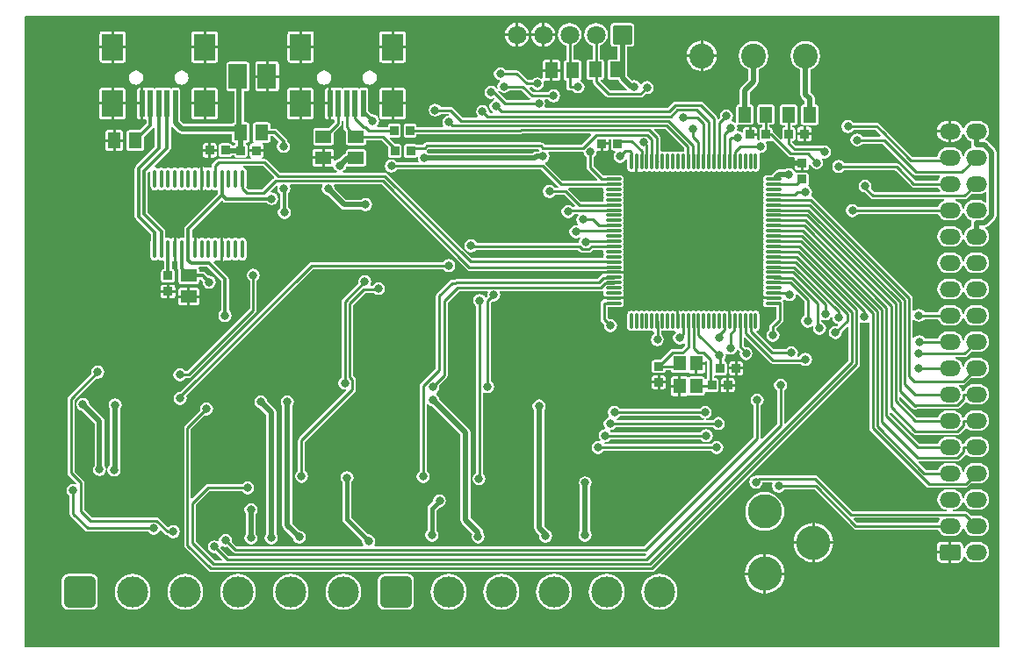
<source format=gtl>
G04 Layer_Physical_Order=1*
G04 Layer_Color=255*
%FSLAX24Y24*%
%MOIN*%
G70*
G01*
G75*
G04:AMPARAMS|DCode=10|XSize=70mil|YSize=94mil|CornerRadius=0.7mil|HoleSize=0mil|Usage=FLASHONLY|Rotation=0.000|XOffset=0mil|YOffset=0mil|HoleType=Round|Shape=RoundedRectangle|*
%AMROUNDEDRECTD10*
21,1,0.0700,0.0926,0,0,0.0*
21,1,0.0686,0.0940,0,0,0.0*
1,1,0.0014,0.0343,-0.0463*
1,1,0.0014,-0.0343,-0.0463*
1,1,0.0014,-0.0343,0.0463*
1,1,0.0014,0.0343,0.0463*
%
%ADD10ROUNDEDRECTD10*%
%ADD11O,0.0138X0.0709*%
G04:AMPARAMS|DCode=12|XSize=32mil|YSize=35mil|CornerRadius=0.3mil|HoleSize=0mil|Usage=FLASHONLY|Rotation=0.000|XOffset=0mil|YOffset=0mil|HoleType=Round|Shape=RoundedRectangle|*
%AMROUNDEDRECTD12*
21,1,0.0320,0.0344,0,0,0.0*
21,1,0.0314,0.0350,0,0,0.0*
1,1,0.0006,0.0157,-0.0172*
1,1,0.0006,-0.0157,-0.0172*
1,1,0.0006,-0.0157,0.0172*
1,1,0.0006,0.0157,0.0172*
%
%ADD12ROUNDEDRECTD12*%
G04:AMPARAMS|DCode=13|XSize=10.6mil|YSize=59.1mil|CornerRadius=2.7mil|HoleSize=0mil|Usage=FLASHONLY|Rotation=180.000|XOffset=0mil|YOffset=0mil|HoleType=Round|Shape=RoundedRectangle|*
%AMROUNDEDRECTD13*
21,1,0.0106,0.0537,0,0,180.0*
21,1,0.0053,0.0591,0,0,180.0*
1,1,0.0053,-0.0027,0.0269*
1,1,0.0053,0.0027,0.0269*
1,1,0.0053,0.0027,-0.0269*
1,1,0.0053,-0.0027,-0.0269*
%
%ADD13ROUNDEDRECTD13*%
G04:AMPARAMS|DCode=14|XSize=10.6mil|YSize=59.1mil|CornerRadius=2.7mil|HoleSize=0mil|Usage=FLASHONLY|Rotation=270.000|XOffset=0mil|YOffset=0mil|HoleType=Round|Shape=RoundedRectangle|*
%AMROUNDEDRECTD14*
21,1,0.0106,0.0537,0,0,270.0*
21,1,0.0053,0.0591,0,0,270.0*
1,1,0.0053,-0.0269,-0.0027*
1,1,0.0053,-0.0269,0.0027*
1,1,0.0053,0.0269,0.0027*
1,1,0.0053,0.0269,-0.0027*
%
%ADD14ROUNDEDRECTD14*%
G04:AMPARAMS|DCode=15|XSize=48mil|YSize=60mil|CornerRadius=0.5mil|HoleSize=0mil|Usage=FLASHONLY|Rotation=90.000|XOffset=0mil|YOffset=0mil|HoleType=Round|Shape=RoundedRectangle|*
%AMROUNDEDRECTD15*
21,1,0.0480,0.0590,0,0,90.0*
21,1,0.0470,0.0600,0,0,90.0*
1,1,0.0010,0.0295,0.0235*
1,1,0.0010,0.0295,-0.0235*
1,1,0.0010,-0.0295,-0.0235*
1,1,0.0010,-0.0295,0.0235*
%
%ADD15ROUNDEDRECTD15*%
G04:AMPARAMS|DCode=16|XSize=48mil|YSize=60mil|CornerRadius=0.5mil|HoleSize=0mil|Usage=FLASHONLY|Rotation=180.000|XOffset=0mil|YOffset=0mil|HoleType=Round|Shape=RoundedRectangle|*
%AMROUNDEDRECTD16*
21,1,0.0480,0.0590,0,0,180.0*
21,1,0.0470,0.0600,0,0,180.0*
1,1,0.0010,-0.0235,0.0295*
1,1,0.0010,0.0235,0.0295*
1,1,0.0010,0.0235,-0.0295*
1,1,0.0010,-0.0235,-0.0295*
%
%ADD16ROUNDEDRECTD16*%
G04:AMPARAMS|DCode=17|XSize=32mil|YSize=35mil|CornerRadius=0.3mil|HoleSize=0mil|Usage=FLASHONLY|Rotation=270.000|XOffset=0mil|YOffset=0mil|HoleType=Round|Shape=RoundedRectangle|*
%AMROUNDEDRECTD17*
21,1,0.0320,0.0344,0,0,270.0*
21,1,0.0314,0.0350,0,0,270.0*
1,1,0.0006,-0.0172,-0.0157*
1,1,0.0006,-0.0172,0.0157*
1,1,0.0006,0.0172,0.0157*
1,1,0.0006,0.0172,-0.0157*
%
%ADD17ROUNDEDRECTD17*%
G04:AMPARAMS|DCode=18|XSize=55.1mil|YSize=47.2mil|CornerRadius=0.5mil|HoleSize=0mil|Usage=FLASHONLY|Rotation=90.000|XOffset=0mil|YOffset=0mil|HoleType=Round|Shape=RoundedRectangle|*
%AMROUNDEDRECTD18*
21,1,0.0551,0.0463,0,0,90.0*
21,1,0.0542,0.0472,0,0,90.0*
1,1,0.0009,0.0232,0.0271*
1,1,0.0009,0.0232,-0.0271*
1,1,0.0009,-0.0232,-0.0271*
1,1,0.0009,-0.0232,0.0271*
%
%ADD18ROUNDEDRECTD18*%
G04:AMPARAMS|DCode=19|XSize=100mil|YSize=20mil|CornerRadius=0.2mil|HoleSize=0mil|Usage=FLASHONLY|Rotation=270.000|XOffset=0mil|YOffset=0mil|HoleType=Round|Shape=RoundedRectangle|*
%AMROUNDEDRECTD19*
21,1,0.1000,0.0196,0,0,270.0*
21,1,0.0996,0.0200,0,0,270.0*
1,1,0.0004,-0.0098,-0.0498*
1,1,0.0004,-0.0098,0.0498*
1,1,0.0004,0.0098,0.0498*
1,1,0.0004,0.0098,-0.0498*
%
%ADD19ROUNDEDRECTD19*%
G04:AMPARAMS|DCode=20|XSize=100mil|YSize=80mil|CornerRadius=0.8mil|HoleSize=0mil|Usage=FLASHONLY|Rotation=270.000|XOffset=0mil|YOffset=0mil|HoleType=Round|Shape=RoundedRectangle|*
%AMROUNDEDRECTD20*
21,1,0.1000,0.0784,0,0,270.0*
21,1,0.0984,0.0800,0,0,270.0*
1,1,0.0016,-0.0392,-0.0492*
1,1,0.0016,-0.0392,0.0492*
1,1,0.0016,0.0392,0.0492*
1,1,0.0016,0.0392,-0.0492*
%
%ADD20ROUNDEDRECTD20*%
%ADD21C,0.0087*%
%ADD22C,0.0118*%
%ADD23C,0.0197*%
%ADD24C,0.0157*%
%ADD25C,0.1181*%
G04:AMPARAMS|DCode=26|XSize=118.1mil|YSize=118.1mil|CornerRadius=14.8mil|HoleSize=0mil|Usage=FLASHONLY|Rotation=270.000|XOffset=0mil|YOffset=0mil|HoleType=Round|Shape=RoundedRectangle|*
%AMROUNDEDRECTD26*
21,1,0.1181,0.0886,0,0,270.0*
21,1,0.0886,0.1181,0,0,270.0*
1,1,0.0295,-0.0443,-0.0443*
1,1,0.0295,-0.0443,0.0443*
1,1,0.0295,0.0443,0.0443*
1,1,0.0295,0.0443,-0.0443*
%
%ADD26ROUNDEDRECTD26*%
G04:AMPARAMS|DCode=27|XSize=70.9mil|YSize=70.9mil|CornerRadius=0.7mil|HoleSize=0mil|Usage=FLASHONLY|Rotation=180.000|XOffset=0mil|YOffset=0mil|HoleType=Round|Shape=RoundedRectangle|*
%AMROUNDEDRECTD27*
21,1,0.0709,0.0694,0,0,180.0*
21,1,0.0694,0.0709,0,0,180.0*
1,1,0.0014,-0.0347,0.0347*
1,1,0.0014,0.0347,0.0347*
1,1,0.0014,0.0347,-0.0347*
1,1,0.0014,-0.0347,-0.0347*
%
%ADD27ROUNDEDRECTD27*%
%ADD28C,0.0709*%
%ADD29C,0.0945*%
%ADD30C,0.1299*%
G04:AMPARAMS|DCode=31|XSize=78.7mil|YSize=59.1mil|CornerRadius=7.4mil|HoleSize=0mil|Usage=FLASHONLY|Rotation=0.000|XOffset=0mil|YOffset=0mil|HoleType=Round|Shape=RoundedRectangle|*
%AMROUNDEDRECTD31*
21,1,0.0787,0.0443,0,0,0.0*
21,1,0.0640,0.0591,0,0,0.0*
1,1,0.0148,0.0320,-0.0221*
1,1,0.0148,-0.0320,-0.0221*
1,1,0.0148,-0.0320,0.0221*
1,1,0.0148,0.0320,0.0221*
%
%ADD31ROUNDEDRECTD31*%
%ADD32O,0.0787X0.0591*%
%ADD33C,0.0315*%
G36*
X37205Y24213D02*
X37205Y232D01*
X37169Y197D01*
X232Y197D01*
X197Y232D01*
X197Y24177D01*
X232Y24213D01*
X37205Y24213D01*
D02*
G37*
%LPC*%
G36*
X5600Y13666D02*
X5373D01*
Y13559D01*
X5381Y13519D01*
X5403Y13485D01*
X5438Y13462D01*
X5478Y13454D01*
X5600D01*
Y13666D01*
D02*
G37*
G36*
X5927D02*
X5700D01*
Y13454D01*
X5821D01*
X5862Y13462D01*
X5896Y13485D01*
X5919Y13519D01*
X5927Y13559D01*
Y13666D01*
D02*
G37*
G36*
X6387Y13477D02*
X6035D01*
Y13292D01*
X6043Y13251D01*
X6066Y13216D01*
X6101Y13193D01*
X6142Y13185D01*
X6387D01*
Y13477D01*
D02*
G37*
G36*
X6839D02*
X6487D01*
Y13185D01*
X6732D01*
X6773Y13193D01*
X6808Y13216D01*
X6831Y13251D01*
X6839Y13292D01*
Y13477D01*
D02*
G37*
G36*
X6387Y13869D02*
X6142D01*
X6101Y13861D01*
X6066Y13838D01*
X6043Y13803D01*
X6035Y13762D01*
Y13577D01*
X6387D01*
Y13869D01*
D02*
G37*
G36*
X5600Y13978D02*
X5478D01*
X5438Y13970D01*
X5403Y13947D01*
X5381Y13913D01*
X5373Y13873D01*
Y13766D01*
X5600D01*
Y13978D01*
D02*
G37*
G36*
X5821D02*
X5700D01*
Y13766D01*
X5927D01*
Y13873D01*
X5919Y13913D01*
X5896Y13947D01*
X5862Y13970D01*
X5821Y13978D01*
D02*
G37*
G36*
X6732Y13869D02*
X6487D01*
Y13577D01*
X6839D01*
Y13762D01*
X6831Y13803D01*
X6808Y13838D01*
X6773Y13861D01*
X6732Y13869D01*
D02*
G37*
G36*
X13120Y14334D02*
X13025Y14315D01*
X12944Y14261D01*
X12890Y14180D01*
X12871Y14085D01*
X12881Y14033D01*
X12269Y13420D01*
X12240Y13377D01*
X12230Y13327D01*
X12230Y13327D01*
Y10441D01*
X12186Y10412D01*
X12132Y10331D01*
X12113Y10236D01*
X12132Y10141D01*
X12186Y10060D01*
X12267Y10006D01*
X12362Y9987D01*
X12393Y9993D01*
X12418Y9947D01*
X10625Y8155D01*
X10596Y8112D01*
X10586Y8061D01*
X10586Y8061D01*
Y6898D01*
X10543Y6869D01*
X10489Y6788D01*
X10470Y6693D01*
X10489Y6598D01*
X10543Y6517D01*
X10623Y6463D01*
X10718Y6444D01*
X10814Y6463D01*
X10894Y6517D01*
X10948Y6598D01*
X10967Y6693D01*
X10948Y6788D01*
X10894Y6869D01*
X10851Y6898D01*
Y8006D01*
X12743Y9898D01*
X12743Y9898D01*
X12772Y9941D01*
X12782Y9992D01*
X12782Y9992D01*
Y10355D01*
X12772Y10406D01*
X12743Y10449D01*
X12743Y10449D01*
X12672Y10520D01*
Y13204D01*
X13133Y13665D01*
X13448D01*
X13456Y13653D01*
X13537Y13599D01*
X13632Y13580D01*
X13727Y13599D01*
X13808Y13653D01*
X13862Y13734D01*
X13881Y13829D01*
X13862Y13924D01*
X13808Y14005D01*
X13727Y14059D01*
X13632Y14078D01*
X13537Y14059D01*
X13456Y14005D01*
X13409Y13935D01*
X13366Y13936D01*
X13343Y13979D01*
X13350Y13989D01*
X13369Y14085D01*
X13350Y14180D01*
X13296Y14261D01*
X13215Y14315D01*
X13120Y14334D01*
D02*
G37*
G36*
X26037Y10934D02*
X25749D01*
Y10607D01*
X25930D01*
X25971Y10615D01*
X26006Y10638D01*
X26029Y10673D01*
X26037Y10713D01*
Y10934D01*
D02*
G37*
G36*
X8888Y14580D02*
X8793Y14561D01*
X8712Y14507D01*
X8658Y14426D01*
X8639Y14331D01*
X8658Y14235D01*
X8712Y14155D01*
X8755Y14126D01*
Y13067D01*
X6372Y10684D01*
X6307D01*
X6278Y10727D01*
X6198Y10781D01*
X6102Y10800D01*
X6007Y10781D01*
X5926Y10727D01*
X5872Y10646D01*
X5853Y10551D01*
X5872Y10456D01*
X5926Y10375D01*
X6007Y10321D01*
X6102Y10302D01*
X6198Y10321D01*
X6278Y10375D01*
X6307Y10419D01*
X6427D01*
X6427Y10419D01*
X6478Y10429D01*
X6521Y10458D01*
X8981Y12918D01*
X8981Y12918D01*
X9010Y12961D01*
X9020Y13012D01*
Y14126D01*
X9064Y14155D01*
X9118Y14235D01*
X9137Y14331D01*
X9118Y14426D01*
X9064Y14507D01*
X8983Y14561D01*
X8888Y14580D01*
D02*
G37*
G36*
X27159Y10747D02*
X26947D01*
Y10625D01*
X26955Y10585D01*
X26978Y10551D01*
X27012Y10528D01*
X27053Y10520D01*
X27159D01*
Y10747D01*
D02*
G37*
G36*
X27471D02*
X27259D01*
Y10520D01*
X27366D01*
X27407Y10528D01*
X27441Y10551D01*
X27463Y10585D01*
X27471Y10625D01*
Y10747D01*
D02*
G37*
G36*
X27159Y11074D02*
X27053D01*
X27012Y11066D01*
X26978Y11043D01*
X26955Y11009D01*
X26947Y10969D01*
Y10847D01*
X27159D01*
Y11074D01*
D02*
G37*
G36*
X29214Y18410D02*
X29119Y18391D01*
X29058Y18349D01*
X28827D01*
X28755Y18335D01*
X28694Y18294D01*
X28694Y18294D01*
X28567Y18167D01*
X28545Y18134D01*
X28353D01*
X28309Y18125D01*
X28272Y18100D01*
X28247Y18063D01*
X28238Y18019D01*
Y17966D01*
X28247Y17921D01*
X28265Y17894D01*
X28247Y17866D01*
X28238Y17822D01*
Y17769D01*
X28247Y17725D01*
X28265Y17697D01*
X28247Y17669D01*
X28238Y17625D01*
Y17572D01*
X28247Y17528D01*
X28265Y17500D01*
X28247Y17472D01*
X28238Y17428D01*
Y17375D01*
X28247Y17331D01*
X28265Y17303D01*
X28247Y17275D01*
X28238Y17231D01*
Y17178D01*
X28247Y17134D01*
X28265Y17106D01*
X28247Y17079D01*
X28238Y17034D01*
Y16981D01*
X28247Y16937D01*
X28265Y16909D01*
X28247Y16882D01*
X28238Y16838D01*
Y16784D01*
X28247Y16740D01*
X28265Y16713D01*
X28247Y16685D01*
X28238Y16641D01*
Y16588D01*
X28247Y16543D01*
X28265Y16516D01*
X28247Y16488D01*
X28238Y16444D01*
Y16391D01*
X28247Y16347D01*
X28265Y16319D01*
X28247Y16291D01*
X28238Y16247D01*
Y16194D01*
X28247Y16150D01*
X28265Y16122D01*
X28247Y16094D01*
X28238Y16050D01*
Y15997D01*
X28247Y15953D01*
X28265Y15925D01*
X28247Y15898D01*
X28238Y15853D01*
Y15800D01*
X28247Y15756D01*
X28265Y15728D01*
X28247Y15701D01*
X28238Y15656D01*
Y15603D01*
X28247Y15559D01*
X28265Y15532D01*
X28247Y15504D01*
X28238Y15460D01*
Y15407D01*
X28247Y15362D01*
X28265Y15335D01*
X28247Y15307D01*
X28238Y15263D01*
Y15210D01*
X28247Y15165D01*
X28265Y15138D01*
X28247Y15110D01*
X28238Y15066D01*
Y15013D01*
X28247Y14969D01*
X28265Y14941D01*
X28247Y14913D01*
X28238Y14869D01*
Y14816D01*
X28247Y14772D01*
X28265Y14744D01*
X28247Y14716D01*
X28238Y14672D01*
Y14619D01*
X28247Y14575D01*
X28265Y14547D01*
X28247Y14520D01*
X28238Y14475D01*
Y14422D01*
X28247Y14378D01*
X28265Y14350D01*
X28247Y14323D01*
X28238Y14279D01*
Y14225D01*
X28247Y14181D01*
X28265Y14154D01*
X28247Y14126D01*
X28238Y14082D01*
Y14029D01*
X28247Y13984D01*
X28265Y13957D01*
X28247Y13929D01*
X28238Y13885D01*
Y13832D01*
X28247Y13788D01*
X28265Y13760D01*
X28247Y13732D01*
X28238Y13688D01*
Y13635D01*
X28247Y13591D01*
X28257Y13575D01*
X28234Y13541D01*
X28229Y13515D01*
X28622D01*
Y13415D01*
X28622D01*
Y13415D01*
X28229D01*
X28234Y13389D01*
X28257Y13354D01*
X28247Y13338D01*
X28238Y13294D01*
Y13241D01*
X28247Y13197D01*
X28272Y13160D01*
X28309Y13135D01*
X28353Y13126D01*
X28736D01*
Y12693D01*
X28517Y12474D01*
X28488Y12431D01*
X28478Y12380D01*
X28478Y12380D01*
Y12260D01*
X28434Y12231D01*
X28380Y12150D01*
X28361Y12055D01*
X28380Y11960D01*
X28434Y11879D01*
X28515Y11825D01*
X28610Y11806D01*
X28705Y11825D01*
X28786Y11879D01*
X28840Y11960D01*
X28859Y12055D01*
X28840Y12150D01*
X28786Y12231D01*
X28743Y12260D01*
Y12325D01*
X28962Y12544D01*
X28990Y12587D01*
X29001Y12638D01*
Y13213D01*
X29006Y13241D01*
Y13294D01*
X28997Y13338D01*
X28987Y13354D01*
X29010Y13389D01*
X29013Y13402D01*
X29028Y13410D01*
X29067Y13419D01*
X29137Y13372D01*
X29232Y13353D01*
X29328Y13372D01*
X29408Y13426D01*
X29462Y13507D01*
X29479Y13591D01*
X29526Y13615D01*
X29791Y13350D01*
Y12795D01*
X29747Y12766D01*
X29693Y12685D01*
X29674Y12590D01*
X29693Y12494D01*
X29747Y12414D01*
X29828Y12360D01*
X29923Y12341D01*
X30018Y12360D01*
X30091Y12408D01*
X30122Y12396D01*
X30137Y12384D01*
X30125Y12323D01*
X30144Y12228D01*
X30198Y12147D01*
X30279Y12093D01*
X30374Y12074D01*
X30469Y12093D01*
X30550Y12147D01*
X30604Y12228D01*
X30623Y12323D01*
X30604Y12418D01*
X30550Y12499D01*
X30469Y12553D01*
X30445Y12557D01*
Y12621D01*
X30490Y12645D01*
X30505Y12634D01*
X30600Y12615D01*
X30696Y12634D01*
X30776Y12688D01*
X30818Y12751D01*
X30865Y12731D01*
X30863Y12722D01*
X30882Y12626D01*
X30936Y12546D01*
X31017Y12492D01*
X31055Y12484D01*
X31071Y12430D01*
X31036Y12394D01*
X30984Y12404D01*
X30889Y12385D01*
X30808Y12332D01*
X30754Y12251D01*
X30735Y12156D01*
X30754Y12060D01*
X30808Y11980D01*
X30889Y11926D01*
X30984Y11907D01*
X31079Y11926D01*
X31160Y11980D01*
X31214Y12060D01*
X31233Y12156D01*
X31223Y12207D01*
X31428Y12412D01*
X31474Y12392D01*
Y11079D01*
X29076Y8682D01*
X29030Y8701D01*
Y9952D01*
X29074Y9981D01*
X29128Y10062D01*
X29147Y10157D01*
X29128Y10253D01*
X29074Y10333D01*
X28993Y10387D01*
X28898Y10406D01*
X28802Y10387D01*
X28722Y10333D01*
X28668Y10253D01*
X28649Y10157D01*
X28668Y10062D01*
X28722Y9981D01*
X28765Y9952D01*
Y8689D01*
X28191Y8115D01*
X28150Y8133D01*
X28144Y8139D01*
Y9382D01*
X28188Y9411D01*
X28242Y9491D01*
X28261Y9587D01*
X28242Y9682D01*
X28188Y9763D01*
X28107Y9817D01*
X28012Y9835D01*
X27917Y9817D01*
X27836Y9763D01*
X27782Y9682D01*
X27763Y9587D01*
X27782Y9491D01*
X27836Y9411D01*
X27879Y9382D01*
Y8191D01*
X23729Y4040D01*
X13493D01*
X13466Y4090D01*
X13498Y4137D01*
X13517Y4232D01*
X13498Y4328D01*
X13444Y4408D01*
X13363Y4462D01*
X13268Y4481D01*
X13259Y4479D01*
X12610Y5129D01*
Y6463D01*
X12617Y6468D01*
X12671Y6548D01*
X12690Y6644D01*
X12671Y6739D01*
X12617Y6820D01*
X12536Y6874D01*
X12441Y6893D01*
X12346Y6874D01*
X12265Y6820D01*
X12211Y6739D01*
X12192Y6644D01*
X12211Y6548D01*
X12265Y6468D01*
X12272Y6463D01*
Y5059D01*
X12285Y4995D01*
X12322Y4940D01*
X13021Y4241D01*
X13019Y4232D01*
X13038Y4137D01*
X13069Y4090D01*
X13043Y4040D01*
X8244D01*
X8073Y4210D01*
X8084Y4262D01*
X8065Y4357D01*
X8011Y4438D01*
X7930Y4492D01*
X7835Y4511D01*
X7739Y4492D01*
X7659Y4438D01*
X7605Y4357D01*
X7586Y4262D01*
X7588Y4252D01*
X7543Y4222D01*
X7507Y4246D01*
X7411Y4265D01*
X7316Y4246D01*
X7235Y4192D01*
X7181Y4111D01*
X7163Y4016D01*
X7181Y3921D01*
X7235Y3840D01*
X7316Y3786D01*
X7411Y3767D01*
X7463Y3777D01*
X7701Y3539D01*
X7682Y3493D01*
X7433D01*
X6697Y4228D01*
Y5605D01*
X7220Y6127D01*
X8466D01*
X8495Y6084D01*
X8576Y6030D01*
X8671Y6011D01*
X8766Y6030D01*
X8847Y6084D01*
X8901Y6165D01*
X8920Y6260D01*
X8901Y6355D01*
X8847Y6436D01*
X8766Y6490D01*
X8671Y6509D01*
X8576Y6490D01*
X8495Y6436D01*
X8466Y6392D01*
X7165D01*
X7165Y6392D01*
X7115Y6382D01*
X7072Y6354D01*
X7072Y6354D01*
X6566Y5848D01*
X6520Y5867D01*
Y8488D01*
X7055Y9023D01*
X7106Y9013D01*
X7202Y9032D01*
X7282Y9086D01*
X7336Y9167D01*
X7355Y9262D01*
X7336Y9357D01*
X7282Y9438D01*
X7202Y9492D01*
X7106Y9511D01*
X7011Y9492D01*
X6930Y9438D01*
X6876Y9357D01*
X6857Y9262D01*
X6868Y9210D01*
X6294Y8637D01*
X6265Y8594D01*
X6255Y8543D01*
X6255Y8543D01*
Y4075D01*
X6255Y4075D01*
X6265Y4024D01*
X6294Y3981D01*
X7182Y3093D01*
X7182Y3093D01*
X7225Y3065D01*
X7276Y3055D01*
X24014D01*
X24014Y3055D01*
X24064Y3065D01*
X24107Y3093D01*
X31873Y10859D01*
X31873Y10859D01*
X31902Y10902D01*
X31912Y10953D01*
Y12523D01*
X31956Y12546D01*
X31972Y12536D01*
X32067Y12517D01*
X32162Y12536D01*
X32216Y12572D01*
X32266Y12545D01*
Y8522D01*
X32266Y8522D01*
X32276Y8471D01*
X32305Y8428D01*
X34440Y6292D01*
X34440Y6292D01*
X34483Y6263D01*
X34534Y6253D01*
X35601D01*
X35601Y6253D01*
X35652Y6263D01*
X35669Y6275D01*
X35923D01*
X35923Y6275D01*
X35974Y6285D01*
X36017Y6314D01*
X36017Y6314D01*
X36140Y6437D01*
X36228Y6426D01*
X36425D01*
X36525Y6439D01*
X36618Y6477D01*
X36698Y6539D01*
X36759Y6618D01*
X36797Y6711D01*
X36810Y6811D01*
X36797Y6911D01*
X36759Y7004D01*
X36698Y7083D01*
X36618Y7145D01*
X36525Y7183D01*
X36425Y7196D01*
X36228D01*
X36129Y7183D01*
X36036Y7145D01*
X35956Y7083D01*
X35895Y7004D01*
X35856Y6911D01*
X35852Y6878D01*
X35802D01*
X35797Y6911D01*
X35759Y7004D01*
X35698Y7083D01*
X35618Y7145D01*
X35525Y7183D01*
X35425Y7196D01*
X35228D01*
X35129Y7183D01*
X35036Y7145D01*
X34956Y7083D01*
X34895Y7004D01*
X34870Y6943D01*
X34409D01*
X34127Y7225D01*
X34148Y7275D01*
X34984D01*
X35001Y7263D01*
X35001Y7263D01*
X35002Y7263D01*
X35026Y7259D01*
X35052Y7253D01*
X35052Y7253D01*
X35052Y7253D01*
X35601D01*
X35601Y7253D01*
X35652Y7263D01*
X35695Y7292D01*
X35914Y7511D01*
X35952Y7536D01*
X35987Y7515D01*
X36036Y7477D01*
X36129Y7439D01*
X36228Y7426D01*
X36425D01*
X36525Y7439D01*
X36618Y7477D01*
X36698Y7539D01*
X36759Y7618D01*
X36797Y7711D01*
X36810Y7811D01*
X36797Y7911D01*
X36759Y8004D01*
X36698Y8083D01*
X36618Y8145D01*
X36525Y8183D01*
X36425Y8196D01*
X36228D01*
X36129Y8183D01*
X36036Y8145D01*
X35956Y8083D01*
X35895Y8004D01*
X35870Y7943D01*
X35850D01*
X35800Y7933D01*
X35786Y7938D01*
X35759Y8004D01*
X35698Y8083D01*
X35618Y8145D01*
X35525Y8183D01*
X35425Y8196D01*
X35228D01*
X35129Y8183D01*
X35036Y8145D01*
X34956Y8083D01*
X34895Y8004D01*
X34870Y7943D01*
X34159D01*
X33051Y9052D01*
Y9112D01*
X33097Y9131D01*
X33914Y8314D01*
X33914Y8314D01*
X33957Y8285D01*
X34007Y8275D01*
X34007Y8275D01*
X34984D01*
X35001Y8263D01*
X35001Y8263D01*
X35002Y8263D01*
X35026Y8259D01*
X35052Y8253D01*
X35052Y8253D01*
X35052Y8253D01*
X35601D01*
X35601Y8253D01*
X35652Y8263D01*
X35695Y8292D01*
X35914Y8511D01*
X35952Y8536D01*
X35987Y8515D01*
X36036Y8477D01*
X36129Y8439D01*
X36228Y8426D01*
X36425D01*
X36525Y8439D01*
X36618Y8477D01*
X36698Y8539D01*
X36759Y8618D01*
X36797Y8711D01*
X36810Y8811D01*
X36797Y8911D01*
X36759Y9004D01*
X36698Y9083D01*
X36618Y9145D01*
X36525Y9183D01*
X36425Y9196D01*
X36228D01*
X36129Y9183D01*
X36036Y9145D01*
X35956Y9083D01*
X35895Y9004D01*
X35870Y8943D01*
X35850D01*
X35800Y8933D01*
X35786Y8938D01*
X35759Y9004D01*
X35698Y9083D01*
X35618Y9145D01*
X35525Y9183D01*
X35425Y9196D01*
X35228D01*
X35129Y9183D01*
X35036Y9145D01*
X34956Y9083D01*
X34895Y9004D01*
X34870Y8943D01*
X34059D01*
X33397Y9605D01*
Y9715D01*
X33443Y9734D01*
X33914Y9264D01*
X33914Y9264D01*
X33957Y9235D01*
X34007Y9225D01*
X34058Y9235D01*
X34086Y9253D01*
X35601D01*
X35601Y9253D01*
X35652Y9263D01*
X35695Y9292D01*
X35914Y9511D01*
X35952Y9536D01*
X35987Y9515D01*
X36036Y9477D01*
X36129Y9439D01*
X36228Y9426D01*
X36425D01*
X36525Y9439D01*
X36618Y9477D01*
X36698Y9539D01*
X36759Y9618D01*
X36797Y9711D01*
X36810Y9811D01*
X36797Y9911D01*
X36759Y10004D01*
X36698Y10083D01*
X36618Y10145D01*
X36525Y10183D01*
X36425Y10196D01*
X36228D01*
X36129Y10183D01*
X36036Y10145D01*
X35956Y10083D01*
X35895Y10004D01*
X35870Y9943D01*
X35850D01*
X35800Y9933D01*
X35786Y9938D01*
X35759Y10004D01*
X35698Y10083D01*
X35643Y10125D01*
X35660Y10175D01*
X35823D01*
X35823Y10175D01*
X35874Y10185D01*
X35917Y10214D01*
X35917Y10214D01*
X36140Y10437D01*
X36228Y10426D01*
X36425D01*
X36525Y10439D01*
X36618Y10477D01*
X36698Y10539D01*
X36759Y10618D01*
X36797Y10711D01*
X36810Y10811D01*
X36797Y10911D01*
X36759Y11004D01*
X36698Y11083D01*
X36618Y11145D01*
X36525Y11183D01*
X36425Y11196D01*
X36228D01*
X36129Y11183D01*
X36036Y11145D01*
X35956Y11083D01*
X35895Y11004D01*
X35856Y10911D01*
X35852Y10878D01*
X35802D01*
X35797Y10911D01*
X35759Y11004D01*
X35698Y11083D01*
X35618Y11145D01*
X35544Y11175D01*
X35554Y11225D01*
X35873D01*
X35873Y11225D01*
X35924Y11235D01*
X35967Y11264D01*
X36140Y11437D01*
X36228Y11426D01*
X36425D01*
X36525Y11439D01*
X36618Y11477D01*
X36698Y11539D01*
X36759Y11618D01*
X36797Y11711D01*
X36810Y11811D01*
X36797Y11911D01*
X36759Y12004D01*
X36698Y12083D01*
X36618Y12145D01*
X36525Y12183D01*
X36425Y12196D01*
X36228D01*
X36129Y12183D01*
X36036Y12145D01*
X35956Y12083D01*
X35895Y12004D01*
X35856Y11911D01*
X35852Y11878D01*
X35802D01*
X35797Y11911D01*
X35759Y12004D01*
X35698Y12083D01*
X35618Y12145D01*
X35525Y12183D01*
X35425Y12196D01*
X35228D01*
X35129Y12183D01*
X35036Y12145D01*
X34956Y12083D01*
X34895Y12004D01*
X34870Y11943D01*
X34368D01*
X34339Y11987D01*
X34259Y12041D01*
X34163Y12060D01*
X34068Y12041D01*
X33987Y11987D01*
X33967Y11956D01*
X33917Y11971D01*
Y12636D01*
X33967Y12651D01*
X33978Y12635D01*
X34058Y12581D01*
X34154Y12562D01*
X34249Y12581D01*
X34330Y12635D01*
X34359Y12679D01*
X34870D01*
X34895Y12618D01*
X34956Y12539D01*
X35036Y12477D01*
X35129Y12439D01*
X35228Y12426D01*
X35425D01*
X35525Y12439D01*
X35618Y12477D01*
X35698Y12539D01*
X35759Y12618D01*
X35797Y12711D01*
X35802Y12744D01*
X35852D01*
X35856Y12711D01*
X35895Y12618D01*
X35956Y12539D01*
X36036Y12477D01*
X36129Y12439D01*
X36228Y12426D01*
X36425D01*
X36525Y12439D01*
X36618Y12477D01*
X36698Y12539D01*
X36759Y12618D01*
X36797Y12711D01*
X36810Y12811D01*
X36797Y12911D01*
X36759Y13004D01*
X36698Y13083D01*
X36618Y13145D01*
X36525Y13183D01*
X36425Y13196D01*
X36228D01*
X36129Y13183D01*
X36036Y13145D01*
X35956Y13083D01*
X35895Y13004D01*
X35856Y12911D01*
X35852Y12878D01*
X35802D01*
X35797Y12911D01*
X35759Y13004D01*
X35698Y13083D01*
X35618Y13145D01*
X35525Y13183D01*
X35425Y13196D01*
X35228D01*
X35129Y13183D01*
X35036Y13145D01*
X34956Y13083D01*
X34895Y13004D01*
X34870Y12943D01*
X34359D01*
X34330Y12987D01*
X34249Y13041D01*
X34154Y13060D01*
X34058Y13041D01*
X33978Y12987D01*
X33967Y12971D01*
X33917Y12986D01*
Y13463D01*
X33917Y13463D01*
X33907Y13514D01*
X33878Y13557D01*
X33878Y13557D01*
X30136Y17298D01*
X30136Y17298D01*
X30094Y17327D01*
X30082Y17329D01*
X30059Y17385D01*
X30072Y17405D01*
X30091Y17500D01*
X30072Y17595D01*
X30018Y17676D01*
X29958Y17717D01*
X29944Y17757D01*
X29949Y17778D01*
X29961Y17796D01*
X29968Y17831D01*
Y18144D01*
X29961Y18179D01*
X29941Y18209D01*
X29912Y18229D01*
X29877Y18236D01*
X29533D01*
X29501Y18229D01*
X29497Y18229D01*
X29445Y18254D01*
X29444Y18256D01*
X29390Y18337D01*
X29310Y18391D01*
X29214Y18410D01*
D02*
G37*
G36*
X26918Y12992D02*
X26893Y12986D01*
X26858Y12963D01*
X26842Y12974D01*
X26798Y12983D01*
X26745D01*
X26701Y12974D01*
X26673Y12955D01*
X26646Y12974D01*
X26601Y12983D01*
X26548D01*
X26504Y12974D01*
X26476Y12955D01*
X26476Y12955D01*
D01*
X26449Y12974D01*
X26405Y12983D01*
X26351D01*
X26307Y12974D01*
X26280Y12955D01*
X26252Y12974D01*
X26208Y12983D01*
X26155D01*
X26110Y12974D01*
X26083Y12955D01*
X26083Y12955D01*
D01*
X26055Y12974D01*
X26011Y12983D01*
X25958D01*
X25914Y12974D01*
X25886Y12955D01*
X25858Y12974D01*
X25814Y12983D01*
X25761D01*
X25717Y12974D01*
X25689Y12955D01*
X25689Y12955D01*
X25689Y12955D01*
X25661Y12974D01*
X25617Y12983D01*
X25564D01*
X25520Y12974D01*
X25492Y12955D01*
X25464Y12974D01*
X25420Y12983D01*
X25367D01*
X25323Y12974D01*
X25295Y12955D01*
X25295Y12955D01*
X25295Y12955D01*
X25268Y12974D01*
X25223Y12983D01*
X25170D01*
X25126Y12974D01*
X25110Y12963D01*
X25076Y12986D01*
X25050Y12992D01*
Y12598D01*
Y12598D01*
X24950D01*
Y12598D01*
Y12992D01*
X24924Y12986D01*
X24890Y12963D01*
X24874Y12974D01*
X24830Y12983D01*
X24777D01*
X24732Y12974D01*
X24705Y12955D01*
X24705Y12955D01*
X24705Y12955D01*
X24677Y12974D01*
X24633Y12983D01*
X24580D01*
X24536Y12974D01*
X24508Y12955D01*
X24480Y12974D01*
X24436Y12983D01*
X24383D01*
X24339Y12974D01*
X24311Y12955D01*
D01*
X24311Y12955D01*
X24283Y12974D01*
X24239Y12983D01*
X24186D01*
X24142Y12974D01*
X24114Y12955D01*
X24086Y12974D01*
X24042Y12983D01*
X23989D01*
X23945Y12974D01*
X23917Y12955D01*
D01*
X23917Y12955D01*
X23890Y12974D01*
X23845Y12983D01*
X23792D01*
X23748Y12974D01*
X23720Y12955D01*
X23693Y12974D01*
X23649Y12983D01*
X23595D01*
X23551Y12974D01*
X23524Y12955D01*
X23496Y12974D01*
X23452Y12983D01*
X23399D01*
X23354Y12974D01*
X23327Y12955D01*
X23299Y12974D01*
X23255Y12983D01*
X23202D01*
X23158Y12974D01*
X23120Y12949D01*
X23095Y12911D01*
X23086Y12867D01*
Y12807D01*
X23086D01*
Y12330D01*
X23095Y12286D01*
X23120Y12248D01*
X23158Y12223D01*
X23202Y12214D01*
X23255D01*
X23299Y12223D01*
X23327Y12242D01*
X23354Y12223D01*
X23399Y12214D01*
X23452D01*
X23496Y12223D01*
X23524Y12242D01*
X23551Y12223D01*
X23595Y12214D01*
X23649D01*
X23693Y12223D01*
X23720Y12242D01*
X23748Y12223D01*
X23792Y12214D01*
X23845D01*
X23890Y12223D01*
X23917Y12242D01*
X23945Y12223D01*
X23989Y12214D01*
X24042D01*
X24090Y12173D01*
Y12085D01*
X24046Y12056D01*
X23993Y11975D01*
X23974Y11880D01*
X23993Y11785D01*
X24046Y11704D01*
X24127Y11650D01*
X24222Y11631D01*
X24318Y11650D01*
X24398Y11704D01*
X24452Y11785D01*
X24471Y11880D01*
X24452Y11975D01*
X24398Y12056D01*
X24355Y12085D01*
Y12191D01*
X24383Y12214D01*
X24436D01*
X24480Y12223D01*
X24508Y12242D01*
X24536Y12223D01*
X24580Y12214D01*
X24633D01*
X24677Y12223D01*
X24705Y12242D01*
X24732Y12223D01*
X24777Y12214D01*
X24830D01*
X24874Y12223D01*
X24875Y12224D01*
X24918Y12204D01*
X24923Y12155D01*
X24893Y12135D01*
X24839Y12054D01*
X24820Y11959D01*
X24839Y11863D01*
X24893Y11783D01*
X24974Y11729D01*
X25069Y11710D01*
X25164Y11729D01*
X25211Y11760D01*
X25261Y11733D01*
Y11666D01*
X25125Y11530D01*
X24798D01*
X24748Y11520D01*
X24705Y11491D01*
X24333Y11119D01*
X24100D01*
X24065Y11112D01*
X24035Y11092D01*
X24015Y11063D01*
X24008Y11028D01*
Y10714D01*
X24015Y10679D01*
X24035Y10649D01*
X24065Y10629D01*
X24100Y10622D01*
X24443D01*
X24478Y10629D01*
X24508Y10649D01*
X24528Y10679D01*
X24535Y10714D01*
Y10738D01*
X24744D01*
Y10713D01*
X24751Y10678D01*
X24772Y10648D01*
X24802Y10627D01*
X24837Y10620D01*
X25300D01*
X25336Y10627D01*
X25366Y10648D01*
X25411Y10625D01*
X25426Y10615D01*
X25467Y10607D01*
X25649D01*
Y10984D01*
X25699D01*
Y11034D01*
X26037D01*
Y11052D01*
X26087Y11076D01*
X26106Y11062D01*
Y10421D01*
X26065Y10393D01*
X26020Y10408D01*
X26016Y10425D01*
X25996Y10455D01*
X25966Y10475D01*
X25930Y10482D01*
X25467D01*
X25432Y10475D01*
X25401Y10455D01*
X25356Y10477D01*
X25341Y10488D01*
X25300Y10496D01*
X25119D01*
Y10118D01*
Y9740D01*
X25300D01*
X25341Y9749D01*
X25356Y9759D01*
X25401Y9781D01*
X25432Y9761D01*
X25467Y9754D01*
X25930D01*
X25966Y9761D01*
X25996Y9781D01*
X26016Y9812D01*
X26023Y9847D01*
Y9905D01*
X26073Y9921D01*
X26103Y9901D01*
X26138Y9894D01*
X26451D01*
X26486Y9901D01*
X26516Y9921D01*
X26536Y9951D01*
X26543Y9986D01*
Y10329D01*
X26536Y10364D01*
X26516Y10394D01*
X26486Y10414D01*
X26451Y10421D01*
X26371D01*
Y10512D01*
X26417Y10540D01*
X26421Y10540D01*
X26453Y10534D01*
X26766D01*
X26801Y10541D01*
X26831Y10561D01*
X26851Y10590D01*
X26858Y10625D01*
Y10969D01*
X26851Y11004D01*
X26831Y11034D01*
X26801Y11054D01*
X26774Y11059D01*
X26761Y11083D01*
X26756Y11111D01*
X26805Y11184D01*
X26824Y11280D01*
X26813Y11335D01*
X26858Y11365D01*
X26903Y11335D01*
X26998Y11316D01*
X27093Y11335D01*
X27174Y11389D01*
X27228Y11470D01*
X27234Y11498D01*
X27266Y11509D01*
X27287Y11510D01*
X27356Y11441D01*
X27340Y11357D01*
X27359Y11262D01*
X27413Y11181D01*
X27493Y11127D01*
X27589Y11108D01*
X27684Y11127D01*
X27765Y11181D01*
X27819Y11262D01*
X27837Y11357D01*
X27819Y11453D01*
X27765Y11533D01*
X27684Y11587D01*
X27589Y11606D01*
X27569Y11602D01*
X27508Y11663D01*
Y11954D01*
X27555Y11973D01*
X27958Y11570D01*
X27958Y11570D01*
X28519Y11009D01*
X28519Y11009D01*
X28562Y10980D01*
X28613Y10970D01*
X28613Y10970D01*
X29664D01*
X29667Y10966D01*
X29747Y10912D01*
X29843Y10893D01*
X29938Y10912D01*
X30018Y10966D01*
X30072Y11046D01*
X30091Y11142D01*
X30072Y11237D01*
X30018Y11318D01*
X29938Y11372D01*
X29843Y11391D01*
X29747Y11372D01*
X29667Y11318D01*
X29613Y11237D01*
X29612Y11235D01*
X29552D01*
X29529Y11279D01*
X29539Y11295D01*
X29558Y11390D01*
X29539Y11485D01*
X29485Y11566D01*
X29404Y11620D01*
X29309Y11639D01*
X29214Y11620D01*
X29133Y11566D01*
X29104Y11522D01*
X28625D01*
X28056Y12092D01*
X28056Y12092D01*
X28056Y12092D01*
X27981Y12167D01*
X28000Y12218D01*
X28024Y12223D01*
X28061Y12248D01*
X28086Y12286D01*
X28095Y12330D01*
Y12807D01*
X28095D01*
Y12867D01*
X28086Y12911D01*
X28061Y12949D01*
X28024Y12974D01*
X27979Y12983D01*
X27926D01*
X27882Y12974D01*
X27854Y12955D01*
X27827Y12974D01*
X27782Y12983D01*
X27729D01*
X27685Y12974D01*
X27657Y12955D01*
X27630Y12974D01*
X27586Y12983D01*
X27532D01*
X27488Y12974D01*
X27461Y12955D01*
X27433Y12974D01*
X27389Y12983D01*
X27336D01*
X27291Y12974D01*
X27264Y12955D01*
X27236Y12974D01*
X27192Y12983D01*
X27139D01*
X27095Y12974D01*
X27079Y12963D01*
X27044Y12986D01*
X27018Y12992D01*
Y12598D01*
X27018D01*
Y12598D01*
X26918D01*
Y12992D01*
D02*
G37*
G36*
X27366Y11074D02*
X27259D01*
Y10847D01*
X27471D01*
Y10969D01*
X27463Y11009D01*
X27441Y11043D01*
X27407Y11066D01*
X27366Y11074D01*
D02*
G37*
G36*
X22952Y13415D02*
X22166D01*
X22167Y13409D01*
X22154Y13390D01*
X22111Y13361D01*
X22082Y13318D01*
X22072Y13268D01*
Y12657D01*
X22072Y12657D01*
X22082Y12607D01*
X22111Y12564D01*
X22202Y12473D01*
X22192Y12421D01*
X22211Y12326D01*
X22265Y12245D01*
X22346Y12191D01*
X22441Y12172D01*
X22536Y12191D01*
X22617Y12245D01*
X22671Y12326D01*
X22690Y12421D01*
X22671Y12516D01*
X22617Y12597D01*
X22536Y12651D01*
X22441Y12670D01*
X22390Y12660D01*
X22337Y12712D01*
Y13126D01*
X22828D01*
X22872Y13135D01*
X22909Y13160D01*
X22934Y13197D01*
X22943Y13241D01*
Y13294D01*
X22934Y13338D01*
X22924Y13354D01*
X22947Y13389D01*
X22952Y13415D01*
D02*
G37*
G36*
X36425Y14196D02*
X36228D01*
X36129Y14183D01*
X36036Y14145D01*
X35956Y14083D01*
X35895Y14004D01*
X35856Y13911D01*
X35852Y13878D01*
X35802D01*
X35797Y13911D01*
X35759Y14004D01*
X35698Y14083D01*
X35618Y14145D01*
X35525Y14183D01*
X35425Y14196D01*
X35228D01*
X35129Y14183D01*
X35036Y14145D01*
X34956Y14083D01*
X34895Y14004D01*
X34856Y13911D01*
X34843Y13811D01*
X34856Y13711D01*
X34895Y13618D01*
X34956Y13539D01*
X35036Y13477D01*
X35129Y13439D01*
X35228Y13426D01*
X35425D01*
X35525Y13439D01*
X35618Y13477D01*
X35698Y13539D01*
X35759Y13618D01*
X35797Y13711D01*
X35802Y13744D01*
X35852D01*
X35856Y13711D01*
X35895Y13618D01*
X35956Y13539D01*
X36036Y13477D01*
X36129Y13439D01*
X36228Y13426D01*
X36425D01*
X36525Y13439D01*
X36618Y13477D01*
X36698Y13539D01*
X36759Y13618D01*
X36797Y13711D01*
X36810Y13811D01*
X36797Y13911D01*
X36759Y14004D01*
X36698Y14083D01*
X36618Y14145D01*
X36525Y14183D01*
X36425Y14196D01*
D02*
G37*
G36*
X7492Y19035D02*
X7280D01*
Y18808D01*
X7386D01*
X7427Y18816D01*
X7461Y18838D01*
X7484Y18873D01*
X7492Y18913D01*
Y19035D01*
D02*
G37*
G36*
X11495Y19145D02*
X11250D01*
X11209Y19137D01*
X11175Y19114D01*
X11151Y19079D01*
X11143Y19038D01*
Y18853D01*
X11495D01*
Y19145D01*
D02*
G37*
G36*
X11899Y21468D02*
X11851D01*
Y20866D01*
Y20264D01*
X11899D01*
X11934Y20271D01*
X11944Y20269D01*
X11984Y20242D01*
Y20163D01*
X11752Y19931D01*
X11250D01*
X11214Y19924D01*
X11184Y19904D01*
X11164Y19874D01*
X11157Y19838D01*
Y19368D01*
X11164Y19332D01*
X11184Y19302D01*
X11214Y19281D01*
X11250Y19274D01*
X11840D01*
X11876Y19281D01*
X11906Y19302D01*
X11927Y19332D01*
X11934Y19368D01*
Y19738D01*
X12210Y20014D01*
X12210Y20014D01*
X12238Y20057D01*
X12248Y20108D01*
Y20200D01*
X12274Y20215D01*
X12299Y20200D01*
Y19957D01*
X12299Y19957D01*
X12309Y19906D01*
X12337Y19864D01*
X12397Y19804D01*
Y19368D01*
X12404Y19332D01*
X12424Y19302D01*
X12455Y19281D01*
X12490Y19274D01*
X13081D01*
X13116Y19281D01*
X13147Y19302D01*
X13167Y19332D01*
X13174Y19368D01*
Y19470D01*
X13753D01*
X14009Y19215D01*
Y18893D01*
X14016Y18858D01*
X14036Y18828D01*
X14065Y18809D01*
X14100Y18802D01*
X14414D01*
X14449Y18809D01*
X14479Y18828D01*
X14498Y18858D01*
X14505Y18893D01*
Y19237D01*
X14498Y19272D01*
X14479Y19302D01*
X14449Y19321D01*
X14414Y19328D01*
X14270D01*
X14067Y19531D01*
X14075Y19558D01*
X14090Y19579D01*
X14394D01*
X14429Y19586D01*
X14459Y19606D01*
X14479Y19636D01*
X14486Y19671D01*
Y20014D01*
X14479Y20049D01*
X14459Y20079D01*
X14429Y20099D01*
X14394Y20106D01*
X14081D01*
X14046Y20099D01*
X14016Y20079D01*
X13996Y20049D01*
X13989Y20014D01*
Y19975D01*
X13598D01*
X13583Y20025D01*
X13591Y20031D01*
X13645Y20111D01*
X13664Y20207D01*
X13645Y20302D01*
X13591Y20383D01*
X13511Y20437D01*
X13415Y20456D01*
X13383Y20449D01*
X13249Y20583D01*
Y21364D01*
X13242Y21399D01*
X13223Y21428D01*
X13194Y21448D01*
X13159Y21454D01*
X12963D01*
X12928Y21448D01*
X12904Y21431D01*
X12879Y21448D01*
X12844Y21454D01*
X12648D01*
X12613Y21448D01*
X12589Y21431D01*
X12564Y21448D01*
X12529Y21454D01*
X12333D01*
X12298Y21448D01*
X12274Y21431D01*
X12249Y21448D01*
X12214Y21454D01*
X12018D01*
X11983Y21448D01*
X11971Y21439D01*
X11939Y21460D01*
X11899Y21468D01*
D02*
G37*
G36*
X7180Y19035D02*
X6968D01*
Y18913D01*
X6976Y18873D01*
X6998Y18838D01*
X7032Y18816D01*
X7073Y18808D01*
X7180D01*
Y19035D01*
D02*
G37*
G36*
X11840Y19145D02*
X11595D01*
Y18853D01*
X11947D01*
Y19038D01*
X11939Y19079D01*
X11916Y19114D01*
X11881Y19137D01*
X11840Y19145D01*
D02*
G37*
G36*
X2746Y2985D02*
X1860D01*
X1769Y2967D01*
X1691Y2915D01*
X1640Y2837D01*
X1621Y2746D01*
Y1860D01*
X1640Y1769D01*
X1691Y1691D01*
X1769Y1640D01*
X1860Y1621D01*
X2746D01*
X2837Y1640D01*
X2915Y1691D01*
X2967Y1769D01*
X2985Y1860D01*
Y2746D01*
X2967Y2837D01*
X2915Y2915D01*
X2837Y2967D01*
X2746Y2985D01*
D02*
G37*
G36*
X3556Y19409D02*
X3264D01*
Y19163D01*
X3272Y19123D01*
X3295Y19088D01*
X3330Y19065D01*
X3371Y19057D01*
X3556D01*
Y19409D01*
D02*
G37*
G36*
X14744Y2985D02*
X13858D01*
X13767Y2967D01*
X13689Y2915D01*
X13638Y2837D01*
X13619Y2746D01*
Y1860D01*
X13638Y1769D01*
X13689Y1691D01*
X13767Y1640D01*
X13858Y1621D01*
X14744D01*
X14835Y1640D01*
X14913Y1691D01*
X14965Y1769D01*
X14983Y1860D01*
Y2746D01*
X14965Y2837D01*
X14913Y2915D01*
X14835Y2967D01*
X14744Y2985D01*
D02*
G37*
G36*
X9444Y20152D02*
X8974D01*
X8938Y20145D01*
X8908Y20125D01*
X8888Y20095D01*
X8881Y20059D01*
Y19469D01*
X8888Y19433D01*
X8908Y19403D01*
X8909Y19402D01*
X8894Y19352D01*
X8854D01*
X8814Y19344D01*
X8779Y19321D01*
X8757Y19287D01*
X8749Y19247D01*
Y19125D01*
X9273D01*
Y19247D01*
X9265Y19287D01*
X9242Y19321D01*
X9235Y19325D01*
X9250Y19375D01*
X9444D01*
X9480Y19382D01*
X9510Y19403D01*
X9530Y19433D01*
X9537Y19469D01*
Y19615D01*
X9633D01*
X9848Y19400D01*
X9800Y19328D01*
X9781Y19232D01*
X9800Y19137D01*
X9854Y19056D01*
X9934Y19002D01*
X10030Y18983D01*
X10125Y19002D01*
X10206Y19056D01*
X10259Y19137D01*
X10278Y19232D01*
X10259Y19328D01*
X10206Y19408D01*
X10178Y19427D01*
Y19429D01*
X10167Y19486D01*
X10135Y19534D01*
X9800Y19869D01*
X9752Y19901D01*
X9695Y19912D01*
X9695Y19912D01*
X9537D01*
Y20059D01*
X9530Y20095D01*
X9510Y20125D01*
X9480Y20145D01*
X9444Y20152D01*
D02*
G37*
G36*
X11495Y18753D02*
X11143D01*
Y18568D01*
X11151Y18527D01*
X11175Y18492D01*
X11209Y18469D01*
X11250Y18461D01*
X11495D01*
Y18753D01*
D02*
G37*
G36*
X36425Y15196D02*
X36228D01*
X36129Y15183D01*
X36036Y15145D01*
X35956Y15083D01*
X35895Y15004D01*
X35856Y14911D01*
X35852Y14878D01*
X35802D01*
X35797Y14911D01*
X35759Y15004D01*
X35698Y15083D01*
X35618Y15145D01*
X35525Y15183D01*
X35425Y15196D01*
X35228D01*
X35129Y15183D01*
X35036Y15145D01*
X34956Y15083D01*
X34895Y15004D01*
X34856Y14911D01*
X34843Y14811D01*
X34856Y14711D01*
X34895Y14618D01*
X34956Y14539D01*
X35036Y14477D01*
X35129Y14439D01*
X35228Y14426D01*
X35425D01*
X35525Y14439D01*
X35618Y14477D01*
X35698Y14539D01*
X35759Y14618D01*
X35797Y14711D01*
X35802Y14744D01*
X35852D01*
X35856Y14711D01*
X35895Y14618D01*
X35956Y14539D01*
X36036Y14477D01*
X36129Y14439D01*
X36228Y14426D01*
X36425D01*
X36525Y14439D01*
X36618Y14477D01*
X36698Y14539D01*
X36759Y14618D01*
X36797Y14711D01*
X36810Y14811D01*
X36797Y14911D01*
X36759Y15004D01*
X36698Y15083D01*
X36618Y15145D01*
X36525Y15183D01*
X36425Y15196D01*
D02*
G37*
G36*
X7747Y15773D02*
Y15325D01*
Y14877D01*
X7763Y14880D01*
X7819Y14918D01*
X7871Y14907D01*
X7892Y14893D01*
X7953Y14881D01*
X8013Y14893D01*
X8045Y14914D01*
X8081Y14923D01*
X8116Y14914D01*
X8148Y14893D01*
X8209Y14881D01*
X8269Y14893D01*
X8301Y14914D01*
X8337Y14923D01*
X8372Y14914D01*
X8404Y14893D01*
X8465Y14881D01*
X8525Y14893D01*
X8577Y14927D01*
X8611Y14979D01*
X8623Y15039D01*
Y15610D01*
X8611Y15671D01*
X8577Y15722D01*
X8525Y15757D01*
X8465Y15769D01*
X8404Y15757D01*
X8372Y15735D01*
X8337Y15726D01*
X8301Y15735D01*
X8269Y15757D01*
X8209Y15769D01*
X8148Y15757D01*
X8116Y15735D01*
X8081Y15726D01*
X8045Y15735D01*
X8013Y15757D01*
X7953Y15769D01*
X7892Y15757D01*
X7871Y15743D01*
X7819Y15732D01*
X7763Y15769D01*
X7747Y15773D01*
D02*
G37*
G36*
X22559Y14399D02*
X22150D01*
X22127Y14361D01*
X22084Y14332D01*
X22084Y14332D01*
X21936Y14184D01*
X16575D01*
X16575Y14184D01*
X16524Y14174D01*
X16516Y14168D01*
X16427D01*
X16427Y14168D01*
X16376Y14158D01*
X16334Y14129D01*
X16333Y14129D01*
X15858Y13654D01*
X15858Y13654D01*
X15829Y13611D01*
X15819Y13560D01*
X15819Y13560D01*
Y10793D01*
X15506Y10479D01*
X15506Y10479D01*
X15241Y10215D01*
X15241Y10215D01*
X15212Y10172D01*
X15212Y10172D01*
X15208Y10153D01*
X15202Y10121D01*
X15202Y10121D01*
Y6888D01*
X15159Y6859D01*
X15105Y6778D01*
X15086Y6683D01*
X15105Y6588D01*
X15159Y6507D01*
X15239Y6453D01*
X15335Y6434D01*
X15430Y6453D01*
X15511Y6507D01*
X15565Y6588D01*
X15584Y6683D01*
X15565Y6778D01*
X15511Y6859D01*
X15467Y6888D01*
Y9414D01*
X15517Y9429D01*
X15523Y9420D01*
X15604Y9367D01*
X15676Y9352D01*
X16750Y8278D01*
Y5030D01*
X16750Y5030D01*
X16765Y4957D01*
X16806Y4896D01*
X17201Y4500D01*
X17191Y4485D01*
X17172Y4390D01*
X17191Y4295D01*
X17245Y4214D01*
X17326Y4160D01*
X17421Y4141D01*
X17516Y4160D01*
X17597Y4214D01*
X17651Y4295D01*
X17670Y4390D01*
X17651Y4485D01*
X17610Y4547D01*
Y4547D01*
X17610Y4547D01*
X17596Y4619D01*
X17555Y4681D01*
X17128Y5108D01*
Y8356D01*
X17128Y8356D01*
X17113Y8429D01*
X17072Y8490D01*
X15943Y9619D01*
X15929Y9692D01*
X15875Y9772D01*
X15822Y9808D01*
X15822Y9868D01*
X15876Y9904D01*
X15930Y9984D01*
X15949Y10080D01*
X15937Y10139D01*
X16219Y10421D01*
X16219Y10421D01*
X16247Y10464D01*
X16257Y10515D01*
Y13301D01*
X16701Y13745D01*
X17774D01*
X17798Y13701D01*
X17782Y13678D01*
X17763Y13583D01*
X17770Y13546D01*
X17734Y13507D01*
X17683Y13512D01*
X17656Y13552D01*
X17576Y13606D01*
X17480Y13625D01*
X17385Y13606D01*
X17304Y13552D01*
X17250Y13471D01*
X17231Y13376D01*
X17250Y13281D01*
X17304Y13200D01*
X17348Y13171D01*
Y6820D01*
X17277Y6772D01*
X17223Y6692D01*
X17204Y6596D01*
X17223Y6501D01*
X17277Y6420D01*
X17358Y6367D01*
X17453Y6348D01*
X17548Y6367D01*
X17629Y6420D01*
X17683Y6501D01*
X17702Y6596D01*
X17683Y6692D01*
X17629Y6772D01*
X17613Y6783D01*
Y9865D01*
X17657Y9889D01*
X17690Y9867D01*
X17785Y9848D01*
X17881Y9867D01*
X17961Y9920D01*
X18015Y10001D01*
X18034Y10096D01*
X18015Y10192D01*
X17961Y10272D01*
X17918Y10302D01*
Y13301D01*
X17960Y13344D01*
X18012Y13334D01*
X18107Y13353D01*
X18188Y13407D01*
X18242Y13487D01*
X18261Y13583D01*
X18242Y13678D01*
X18226Y13701D01*
X18250Y13745D01*
X22062D01*
X22062Y13745D01*
X22113Y13756D01*
X22113Y13756D01*
X22171Y13738D01*
X22181Y13717D01*
X22175Y13688D01*
Y13635D01*
X22184Y13591D01*
X22194Y13575D01*
X22171Y13541D01*
X22166Y13515D01*
X22559D01*
Y13515D01*
X22952D01*
X22947Y13541D01*
X22924Y13575D01*
X22934Y13591D01*
X22943Y13635D01*
Y13688D01*
X22934Y13732D01*
X22916Y13760D01*
X22934Y13788D01*
X22943Y13832D01*
Y13885D01*
X22934Y13929D01*
X22916Y13957D01*
D01*
X22916Y13957D01*
X22934Y13984D01*
X22943Y14029D01*
Y14082D01*
X22934Y14126D01*
X22916Y14154D01*
X22934Y14181D01*
X22943Y14225D01*
Y14279D01*
X22934Y14323D01*
X22924Y14338D01*
Y14338D01*
X22924Y14338D01*
X22947Y14373D01*
X22952Y14399D01*
X22559D01*
Y14399D01*
D02*
G37*
G36*
X16299Y14954D02*
X16204Y14935D01*
X16123Y14881D01*
X16094Y14837D01*
X11102D01*
X11052Y14827D01*
X11009Y14798D01*
X6114Y9904D01*
X6112Y9904D01*
X6017Y9885D01*
X5936Y9831D01*
X5882Y9751D01*
X5863Y9656D01*
X5882Y9560D01*
X5936Y9480D01*
X6017Y9426D01*
X6112Y9407D01*
X6207Y9426D01*
X6288Y9480D01*
X6342Y9560D01*
X6361Y9656D01*
X6342Y9751D01*
X6340Y9755D01*
X11157Y14572D01*
X16094D01*
X16123Y14529D01*
X16204Y14475D01*
X16299Y14456D01*
X16394Y14475D01*
X16475Y14529D01*
X16529Y14609D01*
X16548Y14705D01*
X16529Y14800D01*
X16475Y14881D01*
X16394Y14935D01*
X16299Y14954D01*
D02*
G37*
G36*
X10303Y2984D02*
X10170Y2971D01*
X10043Y2932D01*
X9925Y2869D01*
X9822Y2784D01*
X9737Y2681D01*
X9674Y2564D01*
X9636Y2436D01*
X9623Y2303D01*
X9636Y2170D01*
X9674Y2043D01*
X9737Y1925D01*
X9822Y1822D01*
X9925Y1737D01*
X10043Y1674D01*
X10170Y1636D01*
X10303Y1623D01*
X10436Y1636D01*
X10564Y1674D01*
X10681Y1737D01*
X10784Y1822D01*
X10869Y1925D01*
X10932Y2043D01*
X10971Y2170D01*
X10984Y2303D01*
X10971Y2436D01*
X10932Y2564D01*
X10869Y2681D01*
X10784Y2784D01*
X10681Y2869D01*
X10564Y2932D01*
X10436Y2971D01*
X10303Y2984D01*
D02*
G37*
G36*
X4303D02*
X4170Y2971D01*
X4043Y2932D01*
X3925Y2869D01*
X3822Y2784D01*
X3737Y2681D01*
X3674Y2564D01*
X3636Y2436D01*
X3623Y2303D01*
X3636Y2170D01*
X3674Y2043D01*
X3737Y1925D01*
X3822Y1822D01*
X3925Y1737D01*
X4043Y1674D01*
X4170Y1636D01*
X4303Y1623D01*
X4436Y1636D01*
X4564Y1674D01*
X4681Y1737D01*
X4784Y1822D01*
X4869Y1925D01*
X4932Y2043D01*
X4971Y2170D01*
X4984Y2303D01*
X4971Y2436D01*
X4932Y2564D01*
X4869Y2681D01*
X4784Y2784D01*
X4681Y2869D01*
X4564Y2932D01*
X4436Y2971D01*
X4303Y2984D01*
D02*
G37*
G36*
X29655Y18537D02*
X29428D01*
Y18431D01*
X29436Y18390D01*
X29459Y18356D01*
X29493Y18333D01*
X29533Y18325D01*
X29655D01*
Y18537D01*
D02*
G37*
G36*
X8303Y2984D02*
X8170Y2971D01*
X8043Y2932D01*
X7925Y2869D01*
X7822Y2784D01*
X7737Y2681D01*
X7674Y2564D01*
X7636Y2436D01*
X7623Y2303D01*
X7636Y2170D01*
X7674Y2043D01*
X7737Y1925D01*
X7822Y1822D01*
X7925Y1737D01*
X8043Y1674D01*
X8170Y1636D01*
X8303Y1623D01*
X8436Y1636D01*
X8564Y1674D01*
X8681Y1737D01*
X8784Y1822D01*
X8869Y1925D01*
X8932Y2043D01*
X8971Y2170D01*
X8984Y2303D01*
X8971Y2436D01*
X8932Y2564D01*
X8869Y2681D01*
X8784Y2784D01*
X8681Y2869D01*
X8564Y2932D01*
X8436Y2971D01*
X8303Y2984D01*
D02*
G37*
G36*
X6303D02*
X6170Y2971D01*
X6043Y2932D01*
X5925Y2869D01*
X5822Y2784D01*
X5737Y2681D01*
X5674Y2564D01*
X5636Y2436D01*
X5623Y2303D01*
X5636Y2170D01*
X5674Y2043D01*
X5737Y1925D01*
X5822Y1822D01*
X5925Y1737D01*
X6043Y1674D01*
X6170Y1636D01*
X6303Y1623D01*
X6436Y1636D01*
X6564Y1674D01*
X6681Y1737D01*
X6784Y1822D01*
X6869Y1925D01*
X6932Y2043D01*
X6971Y2170D01*
X6984Y2303D01*
X6971Y2436D01*
X6932Y2564D01*
X6869Y2681D01*
X6784Y2784D01*
X6681Y2869D01*
X6564Y2932D01*
X6436Y2971D01*
X6303Y2984D01*
D02*
G37*
G36*
X35277Y4210D02*
X35007D01*
X34939Y4196D01*
X34882Y4158D01*
X34843Y4100D01*
X34830Y4032D01*
Y3861D01*
X35277D01*
Y4210D01*
D02*
G37*
G36*
X8799Y5672D02*
X8704Y5653D01*
X8623Y5599D01*
X8569Y5518D01*
X8550Y5423D01*
X8569Y5328D01*
X8611Y5266D01*
Y4507D01*
X8569Y4446D01*
X8550Y4350D01*
X8569Y4255D01*
X8623Y4174D01*
X8704Y4120D01*
X8799Y4102D01*
X8894Y4120D01*
X8975Y4174D01*
X9029Y4255D01*
X9048Y4350D01*
X9029Y4446D01*
X8988Y4507D01*
Y5266D01*
X9029Y5328D01*
X9048Y5423D01*
X9029Y5518D01*
X8975Y5599D01*
X8894Y5653D01*
X8799Y5672D01*
D02*
G37*
G36*
X35647Y4210D02*
X35377D01*
Y3811D01*
Y3412D01*
X35647D01*
X35714Y3426D01*
X35772Y3464D01*
X35810Y3522D01*
X35824Y3590D01*
Y3659D01*
X35874Y3669D01*
X35895Y3618D01*
X35956Y3539D01*
X36036Y3477D01*
X36129Y3439D01*
X36228Y3426D01*
X36425D01*
X36525Y3439D01*
X36618Y3477D01*
X36698Y3539D01*
X36759Y3618D01*
X36797Y3711D01*
X36810Y3811D01*
X36797Y3911D01*
X36759Y4004D01*
X36698Y4083D01*
X36618Y4145D01*
X36525Y4183D01*
X36425Y4196D01*
X36228D01*
X36129Y4183D01*
X36036Y4145D01*
X35956Y4083D01*
X35895Y4004D01*
X35874Y3953D01*
X35824Y3963D01*
Y4032D01*
X35810Y4100D01*
X35772Y4158D01*
X35714Y4196D01*
X35647Y4210D01*
D02*
G37*
G36*
X18301Y2984D02*
X18168Y2971D01*
X18041Y2932D01*
X17923Y2869D01*
X17820Y2784D01*
X17735Y2681D01*
X17673Y2564D01*
X17634Y2436D01*
X17621Y2303D01*
X17634Y2170D01*
X17673Y2043D01*
X17735Y1925D01*
X17820Y1822D01*
X17923Y1737D01*
X18041Y1675D01*
X18168Y1636D01*
X18301Y1623D01*
X18434Y1636D01*
X18562Y1675D01*
X18679Y1737D01*
X18782Y1822D01*
X18867Y1925D01*
X18930Y2043D01*
X18969Y2170D01*
X18982Y2303D01*
X18969Y2436D01*
X18930Y2564D01*
X18867Y2681D01*
X18782Y2784D01*
X18679Y2869D01*
X18562Y2932D01*
X18434Y2971D01*
X18301Y2984D01*
D02*
G37*
G36*
X9173Y9767D02*
X9078Y9748D01*
X8997Y9694D01*
X8943Y9613D01*
X8924Y9518D01*
X8943Y9422D01*
X8997Y9342D01*
X9078Y9288D01*
X9151Y9273D01*
X9378Y9046D01*
Y4507D01*
X9337Y4446D01*
X9318Y4350D01*
X9337Y4255D01*
X9391Y4174D01*
X9472Y4120D01*
X9567Y4102D01*
X9662Y4120D01*
X9743Y4174D01*
X9797Y4255D01*
X9816Y4350D01*
X9797Y4446D01*
X9756Y4507D01*
Y9124D01*
X9756Y9124D01*
X9741Y9196D01*
X9700Y9257D01*
X9418Y9540D01*
X9403Y9613D01*
X9349Y9694D01*
X9268Y9748D01*
X9173Y9767D01*
D02*
G37*
G36*
X21486Y6696D02*
X21391Y6677D01*
X21310Y6623D01*
X21256Y6542D01*
X21237Y6447D01*
X21256Y6352D01*
X21288Y6305D01*
Y4616D01*
X21246Y4554D01*
X21228Y4459D01*
X21246Y4363D01*
X21300Y4283D01*
X21381Y4229D01*
X21476Y4210D01*
X21572Y4229D01*
X21652Y4283D01*
X21706Y4363D01*
X21725Y4459D01*
X21706Y4554D01*
X21665Y4616D01*
Y6275D01*
X21716Y6352D01*
X21735Y6447D01*
X21716Y6542D01*
X21662Y6623D01*
X21581Y6677D01*
X21486Y6696D01*
D02*
G37*
G36*
X30098Y4922D02*
X30001Y4912D01*
X29859Y4869D01*
X29729Y4800D01*
X29615Y4706D01*
X29521Y4592D01*
X29452Y4461D01*
X29409Y4320D01*
X29399Y4223D01*
X30098D01*
Y4922D01*
D02*
G37*
G36*
X10177Y9767D02*
X10082Y9748D01*
X10001Y9694D01*
X9947Y9613D01*
X9928Y9518D01*
X9947Y9422D01*
X9988Y9361D01*
Y4833D01*
X9988Y4833D01*
X10003Y4760D01*
X10044Y4699D01*
X10386Y4358D01*
X10400Y4285D01*
X10454Y4204D01*
X10535Y4150D01*
X10630Y4131D01*
X10725Y4150D01*
X10806Y4204D01*
X10860Y4285D01*
X10879Y4380D01*
X10860Y4475D01*
X10806Y4556D01*
X10725Y4610D01*
X10652Y4624D01*
X10366Y4911D01*
Y9361D01*
X10407Y9422D01*
X10426Y9518D01*
X10407Y9613D01*
X10353Y9694D01*
X10272Y9748D01*
X10177Y9767D01*
D02*
G37*
G36*
X19734Y9619D02*
X19639Y9600D01*
X19558Y9546D01*
X19504Y9465D01*
X19485Y9370D01*
X19504Y9275D01*
X19546Y9213D01*
Y4734D01*
X19546Y4734D01*
X19560Y4662D01*
X19601Y4601D01*
X19740Y4462D01*
X19731Y4419D01*
X19750Y4324D01*
X19804Y4243D01*
X19885Y4189D01*
X19980Y4170D01*
X20076Y4189D01*
X20156Y4243D01*
X20210Y4324D01*
X20229Y4419D01*
X20210Y4515D01*
X20156Y4595D01*
X20107Y4628D01*
X19923Y4812D01*
Y9213D01*
X19964Y9275D01*
X19983Y9370D01*
X19964Y9465D01*
X19910Y9546D01*
X19829Y9600D01*
X19734Y9619D01*
D02*
G37*
G36*
X30896Y4123D02*
X30198D01*
Y3425D01*
X30295Y3434D01*
X30436Y3477D01*
X30566Y3547D01*
X30680Y3641D01*
X30774Y3755D01*
X30844Y3885D01*
X30886Y4026D01*
X30896Y4123D01*
D02*
G37*
G36*
X24301Y2984D02*
X24168Y2971D01*
X24041Y2932D01*
X23923Y2869D01*
X23820Y2784D01*
X23735Y2681D01*
X23673Y2564D01*
X23634Y2436D01*
X23621Y2303D01*
X23634Y2170D01*
X23673Y2043D01*
X23735Y1925D01*
X23820Y1822D01*
X23923Y1737D01*
X24041Y1675D01*
X24168Y1636D01*
X24301Y1623D01*
X24434Y1636D01*
X24562Y1675D01*
X24679Y1737D01*
X24782Y1822D01*
X24867Y1925D01*
X24930Y2043D01*
X24969Y2170D01*
X24982Y2303D01*
X24969Y2436D01*
X24930Y2564D01*
X24867Y2681D01*
X24782Y2784D01*
X24679Y2869D01*
X24562Y2932D01*
X24434Y2971D01*
X24301Y2984D01*
D02*
G37*
G36*
X28247Y2942D02*
X27549D01*
X27558Y2845D01*
X27601Y2704D01*
X27671Y2574D01*
X27765Y2460D01*
X27879Y2366D01*
X28009Y2296D01*
X28150Y2253D01*
X28247Y2244D01*
Y2942D01*
D02*
G37*
G36*
X20301Y2984D02*
X20168Y2971D01*
X20041Y2932D01*
X19923Y2869D01*
X19820Y2784D01*
X19735Y2681D01*
X19673Y2564D01*
X19634Y2436D01*
X19621Y2303D01*
X19634Y2170D01*
X19673Y2043D01*
X19735Y1925D01*
X19820Y1822D01*
X19923Y1737D01*
X20041Y1675D01*
X20168Y1636D01*
X20301Y1623D01*
X20434Y1636D01*
X20562Y1675D01*
X20679Y1737D01*
X20782Y1822D01*
X20867Y1925D01*
X20930Y2043D01*
X20969Y2170D01*
X20982Y2303D01*
X20969Y2436D01*
X20930Y2564D01*
X20867Y2681D01*
X20782Y2784D01*
X20679Y2869D01*
X20562Y2932D01*
X20434Y2971D01*
X20301Y2984D01*
D02*
G37*
G36*
X22301D02*
X22168Y2971D01*
X22041Y2932D01*
X21923Y2869D01*
X21820Y2784D01*
X21735Y2681D01*
X21673Y2564D01*
X21634Y2436D01*
X21621Y2303D01*
X21634Y2170D01*
X21673Y2043D01*
X21735Y1925D01*
X21820Y1822D01*
X21923Y1737D01*
X22041Y1675D01*
X22168Y1636D01*
X22301Y1623D01*
X22434Y1636D01*
X22562Y1675D01*
X22679Y1737D01*
X22782Y1822D01*
X22867Y1925D01*
X22930Y2043D01*
X22969Y2170D01*
X22982Y2303D01*
X22969Y2436D01*
X22930Y2564D01*
X22867Y2681D01*
X22782Y2784D01*
X22679Y2869D01*
X22562Y2932D01*
X22434Y2971D01*
X22301Y2984D01*
D02*
G37*
G36*
X29046Y2942D02*
X28347D01*
Y2244D01*
X28444Y2253D01*
X28586Y2296D01*
X28716Y2366D01*
X28830Y2460D01*
X28924Y2574D01*
X28993Y2704D01*
X29036Y2845D01*
X29046Y2942D01*
D02*
G37*
G36*
X35277Y3761D02*
X34830D01*
Y3590D01*
X34843Y3522D01*
X34882Y3464D01*
X34939Y3426D01*
X35007Y3412D01*
X35277D01*
Y3761D01*
D02*
G37*
G36*
X30098Y4123D02*
X29399D01*
X29409Y4026D01*
X29452Y3885D01*
X29521Y3755D01*
X29615Y3641D01*
X29729Y3547D01*
X29859Y3477D01*
X30001Y3434D01*
X30098Y3425D01*
Y4123D01*
D02*
G37*
G36*
X28247Y3740D02*
X28150Y3731D01*
X28009Y3688D01*
X27879Y3618D01*
X27765Y3525D01*
X27671Y3411D01*
X27601Y3280D01*
X27558Y3139D01*
X27549Y3042D01*
X28247D01*
Y3740D01*
D02*
G37*
G36*
X28347D02*
Y3042D01*
X29046D01*
X29036Y3139D01*
X28993Y3280D01*
X28924Y3411D01*
X28830Y3525D01*
X28716Y3618D01*
X28586Y3688D01*
X28444Y3731D01*
X28347Y3740D01*
D02*
G37*
G36*
X30198Y4922D02*
Y4223D01*
X30896D01*
X30886Y4320D01*
X30844Y4461D01*
X30774Y4592D01*
X30680Y4706D01*
X30566Y4800D01*
X30436Y4869D01*
X30295Y4912D01*
X30198Y4922D01*
D02*
G37*
G36*
X24549Y10221D02*
X24322D01*
Y10009D01*
X24443D01*
X24484Y10017D01*
X24518Y10040D01*
X24541Y10074D01*
X24549Y10114D01*
Y10221D01*
D02*
G37*
G36*
X25019Y10496D02*
X24837D01*
X24797Y10488D01*
X24762Y10464D01*
X24739Y10430D01*
X24731Y10389D01*
Y10168D01*
X25019D01*
Y10496D01*
D02*
G37*
G36*
X27157Y10107D02*
X26944D01*
Y9880D01*
X27051D01*
X27092Y9888D01*
X27126Y9911D01*
X27148Y9945D01*
X27157Y9986D01*
Y10107D01*
D02*
G37*
G36*
X24222Y10221D02*
X23995D01*
Y10114D01*
X24003Y10074D01*
X24025Y10040D01*
X24060Y10017D01*
X24100Y10009D01*
X24222D01*
Y10221D01*
D02*
G37*
G36*
X26844Y10434D02*
X26738D01*
X26697Y10426D01*
X26663Y10404D01*
X26640Y10370D01*
X26632Y10329D01*
Y10207D01*
X26844D01*
Y10434D01*
D02*
G37*
G36*
X24443Y10533D02*
X24322D01*
Y10321D01*
X24549D01*
Y10428D01*
X24541Y10468D01*
X24518Y10502D01*
X24484Y10525D01*
X24443Y10533D01*
D02*
G37*
G36*
X2982Y10898D02*
X2887Y10880D01*
X2806Y10826D01*
X2752Y10745D01*
X2733Y10650D01*
X2744Y10598D01*
X1875Y9729D01*
X1846Y9687D01*
X1836Y9636D01*
X1836Y9636D01*
Y6815D01*
X1836Y6815D01*
X1846Y6764D01*
X1875Y6721D01*
X2161Y6435D01*
X2158Y6428D01*
X2132Y6393D01*
X2047Y6410D01*
X1952Y6391D01*
X1871Y6337D01*
X1817Y6257D01*
X1798Y6161D01*
X1817Y6066D01*
X1871Y5985D01*
X1915Y5956D01*
Y5256D01*
X1915Y5256D01*
X1925Y5205D01*
X1954Y5162D01*
X2495Y4621D01*
X2495Y4621D01*
X2538Y4592D01*
X2589Y4582D01*
X2589Y4582D01*
X4893D01*
X4922Y4539D01*
X5003Y4485D01*
X5098Y4466D01*
X5194Y4485D01*
X5274Y4539D01*
X5328Y4619D01*
X5332Y4638D01*
X5380Y4652D01*
X5539Y4493D01*
X5539Y4493D01*
X5582Y4464D01*
X5633Y4454D01*
X5633Y4454D01*
X5641D01*
X5670Y4411D01*
X5751Y4357D01*
X5846Y4338D01*
X5942Y4357D01*
X6022Y4411D01*
X6076Y4491D01*
X6095Y4587D01*
X6076Y4682D01*
X6022Y4763D01*
X5942Y4817D01*
X5846Y4835D01*
X5751Y4817D01*
X5670Y4763D01*
X5647Y4760D01*
X5311Y5096D01*
X5268Y5124D01*
X5217Y5134D01*
X5217Y5134D01*
X2760D01*
X2467Y5427D01*
Y6449D01*
X2467Y6449D01*
X2457Y6500D01*
X2428Y6542D01*
X2101Y6870D01*
Y9581D01*
X2931Y10411D01*
X2982Y10401D01*
X3078Y10420D01*
X3158Y10474D01*
X3212Y10554D01*
X3231Y10650D01*
X3212Y10745D01*
X3158Y10826D01*
X3078Y10880D01*
X2982Y10898D01*
D02*
G37*
G36*
X27051Y10434D02*
X26944D01*
Y10207D01*
X27157D01*
Y10329D01*
X27148Y10370D01*
X27126Y10404D01*
X27092Y10426D01*
X27051Y10434D01*
D02*
G37*
G36*
X24222Y10533D02*
X24100D01*
X24060Y10525D01*
X24025Y10502D01*
X24003Y10468D01*
X23995Y10428D01*
Y10321D01*
X24222D01*
Y10533D01*
D02*
G37*
G36*
X26844Y10107D02*
X26632D01*
Y9986D01*
X26640Y9945D01*
X26663Y9911D01*
X26697Y9888D01*
X26738Y9880D01*
X26844D01*
Y10107D01*
D02*
G37*
G36*
X15955Y6007D02*
X15859Y5988D01*
X15779Y5934D01*
X15725Y5853D01*
X15706Y5758D01*
X15708Y5749D01*
X15540Y5582D01*
X15504Y5527D01*
X15491Y5463D01*
Y4640D01*
X15483Y4635D01*
X15430Y4554D01*
X15411Y4459D01*
X15430Y4363D01*
X15483Y4283D01*
X15564Y4229D01*
X15659Y4210D01*
X15755Y4229D01*
X15835Y4283D01*
X15889Y4363D01*
X15908Y4459D01*
X15889Y4554D01*
X15835Y4635D01*
X15828Y4640D01*
Y5393D01*
X15946Y5511D01*
X15955Y5509D01*
X16050Y5528D01*
X16131Y5582D01*
X16185Y5663D01*
X16204Y5758D01*
X16185Y5853D01*
X16131Y5934D01*
X16050Y5988D01*
X15955Y6007D01*
D02*
G37*
G36*
X3642Y9658D02*
X3546Y9639D01*
X3466Y9585D01*
X3412Y9505D01*
X3393Y9409D01*
X3412Y9314D01*
X3453Y9252D01*
Y7133D01*
X3426Y7115D01*
X3372Y7034D01*
X3353Y6939D01*
X3372Y6844D01*
X3426Y6763D01*
X3507Y6709D01*
X3602Y6690D01*
X3698Y6709D01*
X3778Y6763D01*
X3832Y6844D01*
X3851Y6939D01*
X3832Y7034D01*
X3830Y7037D01*
Y9252D01*
X3872Y9314D01*
X3891Y9409D01*
X3872Y9505D01*
X3818Y9585D01*
X3737Y9639D01*
X3642Y9658D01*
D02*
G37*
G36*
X28297Y6094D02*
X28153Y6080D01*
X28014Y6038D01*
X27886Y5969D01*
X27774Y5877D01*
X27682Y5765D01*
X27614Y5637D01*
X27572Y5499D01*
X27557Y5354D01*
X27572Y5210D01*
X27614Y5071D01*
X27682Y4943D01*
X27774Y4831D01*
X27886Y4739D01*
X28014Y4671D01*
X28153Y4629D01*
X28297Y4615D01*
X28442Y4629D01*
X28580Y4671D01*
X28708Y4739D01*
X28820Y4831D01*
X28912Y4943D01*
X28981Y5071D01*
X29023Y5210D01*
X29037Y5354D01*
X29023Y5499D01*
X28981Y5637D01*
X28912Y5765D01*
X28820Y5877D01*
X28708Y5969D01*
X28580Y6038D01*
X28442Y6080D01*
X28297Y6094D01*
D02*
G37*
G36*
X16301Y2984D02*
X16168Y2971D01*
X16041Y2932D01*
X15923Y2869D01*
X15820Y2784D01*
X15735Y2681D01*
X15673Y2564D01*
X15634Y2436D01*
X15621Y2303D01*
X15634Y2170D01*
X15673Y2043D01*
X15735Y1925D01*
X15820Y1822D01*
X15923Y1737D01*
X16041Y1675D01*
X16168Y1636D01*
X16301Y1623D01*
X16434Y1636D01*
X16562Y1675D01*
X16679Y1737D01*
X16782Y1822D01*
X16867Y1925D01*
X16930Y2043D01*
X16969Y2170D01*
X16982Y2303D01*
X16969Y2436D01*
X16930Y2564D01*
X16867Y2681D01*
X16782Y2784D01*
X16679Y2869D01*
X16562Y2932D01*
X16434Y2971D01*
X16301Y2984D01*
D02*
G37*
G36*
X2421Y9668D02*
X2326Y9649D01*
X2245Y9595D01*
X2191Y9515D01*
X2172Y9419D01*
X2191Y9324D01*
X2245Y9243D01*
X2326Y9189D01*
X2399Y9175D01*
X2863Y8711D01*
Y7106D01*
X2821Y7044D01*
X2802Y6949D01*
X2821Y6854D01*
X2875Y6773D01*
X2956Y6719D01*
X3051Y6700D01*
X3146Y6719D01*
X3227Y6773D01*
X3281Y6854D01*
X3300Y6949D01*
X3281Y7044D01*
X3240Y7106D01*
Y8789D01*
X3225Y8862D01*
X3185Y8923D01*
X3185Y8923D01*
X2666Y9442D01*
X2651Y9515D01*
X2597Y9595D01*
X2517Y9649D01*
X2421Y9668D01*
D02*
G37*
G36*
X26033Y9373D02*
X25938Y9354D01*
X25857Y9300D01*
X25828Y9256D01*
X22794D01*
X22765Y9300D01*
X22684Y9354D01*
X22589Y9373D01*
X22493Y9354D01*
X22413Y9300D01*
X22359Y9219D01*
X22340Y9124D01*
X22359Y9029D01*
X22384Y8991D01*
X22361Y8936D01*
X22336Y8931D01*
X22255Y8877D01*
X22201Y8796D01*
X22182Y8701D01*
X22201Y8606D01*
X22248Y8535D01*
X22248Y8528D01*
X22237Y8498D01*
X22227Y8484D01*
X22149Y8468D01*
X22068Y8414D01*
X22014Y8333D01*
X21995Y8238D01*
X22014Y8143D01*
X22057Y8080D01*
X22026Y8035D01*
X21978Y8044D01*
X21883Y8025D01*
X21802Y7971D01*
X21748Y7891D01*
X21729Y7795D01*
X21748Y7700D01*
X21802Y7619D01*
X21883Y7565D01*
X21978Y7546D01*
X22074Y7565D01*
X22154Y7619D01*
X22183Y7663D01*
X26271D01*
X26300Y7619D01*
X26381Y7565D01*
X26476Y7546D01*
X26572Y7565D01*
X26652Y7619D01*
X26706Y7700D01*
X26725Y7795D01*
X26706Y7891D01*
X26652Y7971D01*
X26572Y8025D01*
X26476Y8044D01*
X26381Y8025D01*
X26300Y7971D01*
X26271Y7928D01*
X22209D01*
X22198Y7948D01*
X22230Y7992D01*
X22244Y7989D01*
X22339Y8008D01*
X22420Y8062D01*
X22449Y8106D01*
X25868D01*
X25897Y8062D01*
X25978Y8008D01*
X26073Y7989D01*
X26168Y8008D01*
X26249Y8062D01*
X26303Y8143D01*
X26322Y8238D01*
X26303Y8333D01*
X26249Y8414D01*
X26168Y8468D01*
X26073Y8487D01*
X25978Y8468D01*
X25897Y8414D01*
X25868Y8371D01*
X22462D01*
X22430Y8409D01*
X22428Y8412D01*
X22438Y8441D01*
X22448Y8455D01*
X22526Y8471D01*
X22607Y8525D01*
X22636Y8568D01*
X26330D01*
X26359Y8525D01*
X26440Y8471D01*
X26535Y8452D01*
X26631Y8471D01*
X26711Y8525D01*
X26765Y8606D01*
X26784Y8701D01*
X26765Y8796D01*
X26711Y8877D01*
X26631Y8931D01*
X26535Y8950D01*
X26440Y8931D01*
X26359Y8877D01*
X26330Y8833D01*
X26079D01*
X26074Y8883D01*
X26129Y8894D01*
X26209Y8948D01*
X26263Y9029D01*
X26282Y9124D01*
X26263Y9219D01*
X26209Y9300D01*
X26129Y9354D01*
X26033Y9373D01*
D02*
G37*
G36*
X25019Y10068D02*
X24731D01*
Y9847D01*
X24739Y9806D01*
X24762Y9772D01*
X24797Y9749D01*
X24837Y9740D01*
X25019D01*
Y10068D01*
D02*
G37*
G36*
X30204Y6739D02*
X30204Y6739D01*
X28093D01*
X28093Y6739D01*
X28042Y6729D01*
X28020Y6714D01*
X27963Y6725D01*
X27867Y6706D01*
X27787Y6652D01*
X27733Y6572D01*
X27714Y6476D01*
X27733Y6381D01*
X27787Y6300D01*
X27867Y6246D01*
X27963Y6227D01*
X28058Y6246D01*
X28139Y6300D01*
X28193Y6381D01*
X28211Y6474D01*
X28586D01*
X28609Y6430D01*
X28599Y6414D01*
X28580Y6319D01*
X28599Y6224D01*
X28653Y6143D01*
X28733Y6089D01*
X28829Y6070D01*
X28924Y6089D01*
X29005Y6143D01*
X29034Y6186D01*
X30191D01*
X31660Y4717D01*
X31703Y4689D01*
X31754Y4679D01*
X34870D01*
X34895Y4618D01*
X34956Y4539D01*
X35036Y4477D01*
X35129Y4439D01*
X35228Y4426D01*
X35425D01*
X35525Y4439D01*
X35618Y4477D01*
X35698Y4539D01*
X35759Y4618D01*
X35797Y4711D01*
X35802Y4744D01*
X35852D01*
X35856Y4711D01*
X35895Y4618D01*
X35956Y4539D01*
X36036Y4477D01*
X36129Y4439D01*
X36228Y4426D01*
X36425D01*
X36525Y4439D01*
X36618Y4477D01*
X36698Y4539D01*
X36759Y4618D01*
X36797Y4711D01*
X36810Y4811D01*
X36797Y4911D01*
X36759Y5004D01*
X36698Y5083D01*
X36618Y5145D01*
X36525Y5183D01*
X36425Y5196D01*
X36228D01*
X36140Y5185D01*
X35985Y5340D01*
X35942Y5368D01*
X35892Y5379D01*
X35892Y5379D01*
X35449D01*
X35446Y5429D01*
X35525Y5439D01*
X35618Y5477D01*
X35698Y5539D01*
X35759Y5618D01*
X35797Y5711D01*
X35802Y5744D01*
X35852D01*
X35856Y5711D01*
X35895Y5618D01*
X35956Y5539D01*
X36036Y5477D01*
X36129Y5439D01*
X36228Y5426D01*
X36425D01*
X36525Y5439D01*
X36618Y5477D01*
X36698Y5539D01*
X36759Y5618D01*
X36797Y5711D01*
X36810Y5811D01*
X36797Y5911D01*
X36759Y6004D01*
X36698Y6083D01*
X36618Y6145D01*
X36525Y6183D01*
X36425Y6196D01*
X36228D01*
X36129Y6183D01*
X36036Y6145D01*
X35956Y6083D01*
X35895Y6004D01*
X35856Y5911D01*
X35852Y5878D01*
X35802D01*
X35797Y5911D01*
X35759Y6004D01*
X35698Y6083D01*
X35618Y6145D01*
X35525Y6183D01*
X35425Y6196D01*
X35228D01*
X35129Y6183D01*
X35036Y6145D01*
X34956Y6083D01*
X34895Y6004D01*
X34856Y5911D01*
X34843Y5811D01*
X34856Y5711D01*
X34895Y5618D01*
X34956Y5539D01*
X35036Y5477D01*
X35129Y5439D01*
X35208Y5429D01*
X35205Y5379D01*
X31619D01*
X30297Y6700D01*
X30254Y6729D01*
X30246Y6730D01*
X30204Y6739D01*
D02*
G37*
G36*
X12303Y2984D02*
X12170Y2971D01*
X12043Y2932D01*
X11925Y2869D01*
X11822Y2784D01*
X11737Y2681D01*
X11674Y2564D01*
X11636Y2436D01*
X11623Y2303D01*
X11636Y2170D01*
X11674Y2043D01*
X11737Y1925D01*
X11822Y1822D01*
X11925Y1737D01*
X12043Y1674D01*
X12170Y1636D01*
X12303Y1623D01*
X12436Y1636D01*
X12564Y1674D01*
X12681Y1737D01*
X12784Y1822D01*
X12869Y1925D01*
X12932Y2043D01*
X12971Y2170D01*
X12984Y2303D01*
X12971Y2436D01*
X12932Y2564D01*
X12869Y2681D01*
X12784Y2784D01*
X12681Y2869D01*
X12564Y2932D01*
X12436Y2971D01*
X12303Y2984D01*
D02*
G37*
G36*
X3948Y19409D02*
X3656D01*
Y19057D01*
X3841D01*
X3882Y19065D01*
X3917Y19088D01*
X3940Y19123D01*
X3948Y19163D01*
Y19409D01*
D02*
G37*
G36*
X3500Y22961D02*
X3048D01*
Y22519D01*
X3056Y22477D01*
X3080Y22441D01*
X3116Y22417D01*
X3158Y22409D01*
X3500D01*
Y22961D01*
D02*
G37*
G36*
X4052D02*
X3600D01*
Y22409D01*
X3942D01*
X3984Y22417D01*
X4020Y22441D01*
X4044Y22477D01*
X4052Y22519D01*
Y22961D01*
D02*
G37*
G36*
X20150Y22528D02*
X19965D01*
X19924Y22520D01*
X19890Y22497D01*
X19866Y22462D01*
X19858Y22421D01*
Y22176D01*
X20150D01*
Y22528D01*
D02*
G37*
G36*
X20436D02*
X20250D01*
Y22176D01*
X20542D01*
Y22421D01*
X20534Y22462D01*
X20511Y22497D01*
X20476Y22520D01*
X20436Y22528D01*
D02*
G37*
G36*
X6995Y22961D02*
X6543D01*
Y22519D01*
X6551Y22477D01*
X6575Y22441D01*
X6611Y22417D01*
X6653Y22409D01*
X6995D01*
Y22961D01*
D02*
G37*
G36*
X11188D02*
X10736D01*
Y22409D01*
X11078D01*
X11120Y22417D01*
X11156Y22441D01*
X11180Y22477D01*
X11188Y22519D01*
Y22961D01*
D02*
G37*
G36*
X14131D02*
X13679D01*
Y22519D01*
X13687Y22477D01*
X13711Y22441D01*
X13747Y22417D01*
X13789Y22409D01*
X14131D01*
Y22961D01*
D02*
G37*
G36*
X7547D02*
X7095D01*
Y22409D01*
X7437D01*
X7479Y22417D01*
X7515Y22441D01*
X7539Y22477D01*
X7547Y22519D01*
Y22961D01*
D02*
G37*
G36*
X10636D02*
X10184D01*
Y22519D01*
X10192Y22477D01*
X10216Y22441D01*
X10252Y22417D01*
X10294Y22409D01*
X10636D01*
Y22961D01*
D02*
G37*
G36*
X26476Y22627D02*
X25956D01*
Y22106D01*
X26055Y22119D01*
X26194Y22177D01*
X26314Y22269D01*
X26406Y22388D01*
X26463Y22528D01*
X26476Y22627D01*
D02*
G37*
G36*
X11566Y22115D02*
X11496Y22106D01*
X11432Y22079D01*
X11376Y22036D01*
X11333Y21981D01*
X11306Y21916D01*
X11297Y21846D01*
X11306Y21777D01*
X11333Y21712D01*
X11376Y21656D01*
X11432Y21613D01*
X11496Y21586D01*
X11566Y21577D01*
X11636Y21586D01*
X11700Y21613D01*
X11756Y21656D01*
X11799Y21712D01*
X11826Y21777D01*
X11835Y21846D01*
X11826Y21916D01*
X11799Y21981D01*
X11756Y22036D01*
X11700Y22079D01*
X11636Y22106D01*
X11566Y22115D01*
D02*
G37*
G36*
X13296D02*
X13226Y22106D01*
X13162Y22079D01*
X13106Y22036D01*
X13063Y21981D01*
X13036Y21916D01*
X13027Y21846D01*
X13036Y21777D01*
X13063Y21712D01*
X13106Y21656D01*
X13162Y21613D01*
X13226Y21586D01*
X13296Y21577D01*
X13366Y21586D01*
X13430Y21613D01*
X13486Y21656D01*
X13529Y21712D01*
X13556Y21777D01*
X13565Y21846D01*
X13556Y21916D01*
X13529Y21981D01*
X13486Y22036D01*
X13430Y22079D01*
X13366Y22106D01*
X13296Y22115D01*
D02*
G37*
G36*
X4430D02*
X4361Y22106D01*
X4296Y22079D01*
X4240Y22036D01*
X4197Y21981D01*
X4170Y21916D01*
X4161Y21846D01*
X4170Y21777D01*
X4197Y21712D01*
X4240Y21656D01*
X4296Y21613D01*
X4361Y21586D01*
X4430Y21577D01*
X4500Y21586D01*
X4565Y21613D01*
X4620Y21656D01*
X4663Y21712D01*
X4690Y21777D01*
X4699Y21846D01*
X4690Y21916D01*
X4663Y21981D01*
X4620Y22036D01*
X4565Y22079D01*
X4500Y22106D01*
X4430Y22115D01*
D02*
G37*
G36*
X6160D02*
X6091Y22106D01*
X6026Y22079D01*
X5970Y22036D01*
X5927Y21981D01*
X5900Y21916D01*
X5891Y21846D01*
X5900Y21777D01*
X5927Y21712D01*
X5970Y21656D01*
X6026Y21613D01*
X6091Y21586D01*
X6160Y21577D01*
X6230Y21586D01*
X6295Y21613D01*
X6350Y21656D01*
X6393Y21712D01*
X6420Y21777D01*
X6429Y21846D01*
X6420Y21916D01*
X6393Y21981D01*
X6350Y22036D01*
X6295Y22079D01*
X6230Y22106D01*
X6160Y22115D01*
D02*
G37*
G36*
X27873Y23241D02*
X27727Y23222D01*
X27591Y23165D01*
X27474Y23076D01*
X27384Y22959D01*
X27328Y22823D01*
X27309Y22677D01*
X27328Y22531D01*
X27384Y22395D01*
X27474Y22278D01*
X27591Y22189D01*
X27684Y22150D01*
Y21770D01*
X27410Y21495D01*
X27369Y21434D01*
X27354Y21362D01*
X27354Y21362D01*
Y20831D01*
X27308D01*
X27272Y20824D01*
X27242Y20804D01*
X27222Y20774D01*
X27215Y20738D01*
Y20154D01*
X27197Y20140D01*
X27167Y20128D01*
X27103Y20171D01*
X27058Y20180D01*
X27035Y20235D01*
X27070Y20289D01*
X27089Y20384D01*
X27070Y20479D01*
X27017Y20560D01*
X26936Y20614D01*
X26841Y20633D01*
X26745Y20614D01*
X26665Y20560D01*
X26611Y20479D01*
X26592Y20384D01*
X26602Y20333D01*
X26543Y20273D01*
X26497Y20293D01*
Y20309D01*
X26497Y20309D01*
X26487Y20360D01*
X26458Y20403D01*
X26458Y20403D01*
X25962Y20899D01*
X25919Y20928D01*
X25868Y20938D01*
X25868Y20938D01*
X24907D01*
X24857Y20928D01*
X24814Y20899D01*
X24814Y20899D01*
X24618Y20703D01*
X19956D01*
X19932Y20747D01*
X19954Y20781D01*
X19973Y20876D01*
X19954Y20971D01*
X19944Y20987D01*
X19967Y21031D01*
X20072D01*
X20109Y20976D01*
X20190Y20922D01*
X20285Y20903D01*
X20381Y20922D01*
X20461Y20976D01*
X20515Y21056D01*
X20534Y21152D01*
X20515Y21247D01*
X20461Y21328D01*
X20381Y21382D01*
X20285Y21400D01*
X20190Y21382D01*
X20109Y21328D01*
X20088Y21296D01*
X19521D01*
X19382Y21436D01*
X19401Y21482D01*
X19460D01*
X19489Y21438D01*
X19570Y21384D01*
X19665Y21365D01*
X19761Y21384D01*
X19841Y21438D01*
X19895Y21519D01*
X19914Y21614D01*
X19899Y21690D01*
X19905Y21700D01*
X19936Y21728D01*
X19938Y21729D01*
X19965Y21724D01*
X20150D01*
Y22076D01*
X19858D01*
Y21839D01*
X19839Y21822D01*
X19811Y21810D01*
X19761Y21844D01*
X19665Y21863D01*
X19570Y21844D01*
X19489Y21790D01*
X19460Y21747D01*
X19316D01*
X18980Y22082D01*
X18937Y22111D01*
X18887Y22121D01*
X18887Y22121D01*
X18473D01*
X18444Y22164D01*
X18363Y22218D01*
X18268Y22237D01*
X18172Y22218D01*
X18092Y22164D01*
X18038Y22083D01*
X18019Y21988D01*
X18038Y21893D01*
X18092Y21812D01*
X18172Y21758D01*
X18226Y21748D01*
X18236Y21695D01*
X18225Y21687D01*
X18171Y21606D01*
X18152Y21511D01*
X18166Y21441D01*
X18118Y21422D01*
X18089Y21465D01*
X18009Y21519D01*
X17913Y21538D01*
X17818Y21519D01*
X17737Y21465D01*
X17683Y21385D01*
X17665Y21289D01*
X17683Y21194D01*
X17737Y21113D01*
X17818Y21059D01*
X17913Y21040D01*
X18009Y21059D01*
X18010Y21060D01*
X18022Y21052D01*
X18010Y20999D01*
X18005Y20998D01*
X17924Y20944D01*
X17870Y20863D01*
X17852Y20768D01*
X17870Y20672D01*
X17924Y20592D01*
X17974Y20558D01*
X17959Y20508D01*
X17865D01*
X17833Y20547D01*
X17834Y20551D01*
X17815Y20646D01*
X17761Y20727D01*
X17680Y20781D01*
X17585Y20800D01*
X17490Y20781D01*
X17409Y20727D01*
X17355Y20646D01*
X17336Y20551D01*
X17355Y20456D01*
X17402Y20385D01*
X17386Y20335D01*
X16827D01*
X16458Y20704D01*
X16415Y20733D01*
X16364Y20743D01*
X16364Y20743D01*
X15992D01*
X15963Y20786D01*
X15883Y20840D01*
X15787Y20859D01*
X15692Y20840D01*
X15611Y20786D01*
X15557Y20705D01*
X15539Y20610D01*
X15557Y20515D01*
X15611Y20434D01*
X15692Y20380D01*
X15787Y20361D01*
X15883Y20380D01*
X15963Y20434D01*
X15992Y20478D01*
X16299D01*
X16317Y20455D01*
X16315Y20442D01*
X16296Y20404D01*
X16214Y20387D01*
X16133Y20333D01*
X16079Y20253D01*
X16060Y20157D01*
X16079Y20062D01*
X16104Y20025D01*
X16077Y19975D01*
X15086D01*
Y20014D01*
X15079Y20049D01*
X15059Y20079D01*
X15029Y20099D01*
X14994Y20106D01*
X14681D01*
X14646Y20099D01*
X14616Y20079D01*
X14596Y20049D01*
X14589Y20014D01*
Y19671D01*
X14596Y19636D01*
X14616Y19606D01*
X14646Y19586D01*
X14681Y19579D01*
X14994D01*
X15029Y19586D01*
X15059Y19606D01*
X15079Y19636D01*
X15086Y19671D01*
Y19710D01*
X19035D01*
X19035Y19710D01*
X19075Y19718D01*
X21687D01*
X21706Y19672D01*
X21340Y19306D01*
X19935D01*
X19893Y19348D01*
X19850Y19376D01*
X19799Y19386D01*
X19799Y19386D01*
X15472D01*
X15472Y19386D01*
X15421Y19376D01*
X15378Y19348D01*
X15378Y19348D01*
X15336Y19306D01*
X15072D01*
X15049Y19321D01*
X15014Y19328D01*
X14700D01*
X14665Y19321D01*
X14636Y19302D01*
X14616Y19272D01*
X14609Y19237D01*
Y18893D01*
X14616Y18858D01*
X14636Y18828D01*
X14665Y18809D01*
X14700Y18802D01*
X15014D01*
X15049Y18809D01*
X15079Y18828D01*
X15094Y18851D01*
X15142Y18841D01*
X15144Y18836D01*
X15135Y18789D01*
X15154Y18694D01*
X15176Y18661D01*
X15153Y18617D01*
X14329D01*
X14300Y18660D01*
X14219Y18714D01*
X14124Y18733D01*
X14029Y18714D01*
X13948Y18660D01*
X13894Y18579D01*
X13875Y18484D01*
X13894Y18389D01*
X13948Y18308D01*
X14029Y18254D01*
X14124Y18235D01*
X14219Y18254D01*
X14300Y18308D01*
X14329Y18352D01*
X19817D01*
X20467Y17702D01*
X20467Y17700D01*
X20451Y17652D01*
X20333D01*
X20304Y17696D01*
X20223Y17750D01*
X20128Y17769D01*
X20033Y17750D01*
X19952Y17696D01*
X19898Y17615D01*
X19879Y17520D01*
X19898Y17424D01*
X19952Y17344D01*
X20033Y17290D01*
X20128Y17271D01*
X20223Y17290D01*
X20304Y17344D01*
X20333Y17387D01*
X20693D01*
X21091Y16990D01*
X21072Y16943D01*
X21004D01*
X20932Y16992D01*
X20837Y17011D01*
X20741Y16992D01*
X20661Y16938D01*
X20607Y16857D01*
X20588Y16762D01*
X20607Y16667D01*
X20661Y16586D01*
X20741Y16532D01*
X20837Y16513D01*
X20932Y16532D01*
X21013Y16586D01*
X21067Y16667D01*
X21069Y16679D01*
X21215D01*
X21230Y16629D01*
X21222Y16623D01*
X21168Y16542D01*
X21149Y16447D01*
X21168Y16352D01*
X21218Y16277D01*
X21210Y16254D01*
X21193Y16231D01*
X21132Y16243D01*
X21037Y16224D01*
X20956Y16170D01*
X20902Y16089D01*
X20883Y15994D01*
X20902Y15899D01*
X20956Y15818D01*
X21037Y15764D01*
X21132Y15745D01*
X21227Y15764D01*
X21260Y15786D01*
X21296Y15750D01*
X21266Y15705D01*
X21247Y15610D01*
X21248Y15604D01*
X21217Y15566D01*
X17364D01*
X17322Y15629D01*
X17241Y15683D01*
X17146Y15702D01*
X17050Y15683D01*
X16970Y15629D01*
X16916Y15548D01*
X16897Y15453D01*
X16916Y15358D01*
X16970Y15277D01*
X17050Y15223D01*
X17146Y15204D01*
X17241Y15223D01*
X17322Y15277D01*
X17338Y15301D01*
X21212D01*
X21283Y15229D01*
X21283Y15229D01*
X21326Y15200D01*
X21377Y15190D01*
X21615D01*
X21615Y15190D01*
X21666Y15200D01*
X21709Y15229D01*
X21780Y15301D01*
X22144D01*
X22175Y15263D01*
Y15210D01*
X22184Y15165D01*
X22202Y15138D01*
X22184Y15110D01*
X22175Y15066D01*
Y15013D01*
X22155Y14989D01*
X17177D01*
X13972Y18194D01*
X13929Y18223D01*
X13878Y18233D01*
X13878Y18233D01*
X12289D01*
X12274Y18283D01*
X12341Y18328D01*
X12395Y18409D01*
X12404Y18455D01*
X12453Y18481D01*
X12457Y18481D01*
X12490Y18474D01*
X13081D01*
X13116Y18481D01*
X13147Y18502D01*
X13167Y18532D01*
X13174Y18568D01*
Y19038D01*
X13167Y19074D01*
X13147Y19104D01*
X13116Y19124D01*
X13081Y19131D01*
X12490D01*
X12455Y19124D01*
X12424Y19104D01*
X12404Y19074D01*
X12397Y19038D01*
Y18978D01*
X12392Y18977D01*
X12331Y18936D01*
X12143Y18748D01*
X12070Y18734D01*
X11997Y18685D01*
X11947Y18700D01*
Y18753D01*
X11595D01*
Y18461D01*
X11840D01*
X11873Y18467D01*
X11890Y18464D01*
X11929Y18441D01*
X11935Y18409D01*
X11989Y18328D01*
X12057Y18283D01*
X12042Y18233D01*
X9897D01*
X9415Y18716D01*
X9372Y18744D01*
X9321Y18755D01*
X9321Y18755D01*
X9206D01*
X9201Y18805D01*
X9208Y18806D01*
X9242Y18829D01*
X9265Y18863D01*
X9273Y18903D01*
Y19025D01*
X8749D01*
Y18903D01*
X8757Y18863D01*
X8779Y18829D01*
X8814Y18806D01*
X8820Y18805D01*
X8815Y18755D01*
X7569D01*
X7569Y18755D01*
X7518Y18744D01*
X7475Y18716D01*
X7347Y18588D01*
X7319Y18545D01*
X7308Y18494D01*
X7308Y18494D01*
Y18452D01*
X7258Y18425D01*
X7246Y18434D01*
X7185Y18446D01*
X7124Y18434D01*
X7104Y18420D01*
X7051Y18409D01*
X6995Y18447D01*
X6979Y18450D01*
Y18002D01*
Y17554D01*
X6995Y17557D01*
X7051Y17595D01*
X7104Y17584D01*
X7124Y17570D01*
X7185Y17558D01*
X7246Y17570D01*
X7277Y17591D01*
X7313Y17600D01*
X7349Y17591D01*
X7380Y17570D01*
X7441Y17558D01*
X7498Y17569D01*
X7509Y17569D01*
X7548Y17548D01*
Y17443D01*
X6312Y16207D01*
X6280Y16159D01*
X6269Y16102D01*
X6269Y16102D01*
Y15779D01*
X6230Y15758D01*
X6219Y15757D01*
X6161Y15769D01*
X6101Y15757D01*
X6080Y15743D01*
X6027Y15732D01*
X5971Y15769D01*
X5956Y15773D01*
Y15325D01*
Y14877D01*
X5963Y14879D01*
X6013Y14852D01*
Y14603D01*
X6013Y14603D01*
X6024Y14546D01*
X6049Y14509D01*
Y14092D01*
X6056Y14056D01*
X6076Y14026D01*
X6106Y14006D01*
X6142Y13999D01*
X6732D01*
X6768Y14006D01*
X6798Y14026D01*
X6818Y14056D01*
X6825Y14092D01*
Y14179D01*
X6901D01*
X6972Y14107D01*
X6966Y14075D01*
X6985Y13980D01*
X7039Y13899D01*
X7119Y13845D01*
X7215Y13826D01*
X7310Y13845D01*
X7391Y13899D01*
X7444Y13980D01*
X7463Y14075D01*
X7444Y14170D01*
X7391Y14251D01*
X7310Y14305D01*
X7215Y14324D01*
X7182Y14317D01*
X7067Y14432D01*
X7019Y14464D01*
X6962Y14476D01*
X6962Y14476D01*
X6825D01*
Y14562D01*
X6818Y14598D01*
X6814Y14605D01*
X6841Y14655D01*
X7133D01*
X7666Y14122D01*
Y12999D01*
X7639Y12981D01*
X7585Y12900D01*
X7566Y12805D01*
X7585Y12710D01*
X7639Y12629D01*
X7720Y12575D01*
X7815Y12556D01*
X7910Y12575D01*
X7991Y12629D01*
X8045Y12710D01*
X8064Y12805D01*
X8045Y12900D01*
X7991Y12981D01*
X7963Y12999D01*
Y14183D01*
X7963Y14183D01*
X7952Y14240D01*
X7920Y14288D01*
X7920Y14288D01*
X7379Y14829D01*
X7380Y14842D01*
X7434Y14882D01*
X7441Y14881D01*
X7502Y14893D01*
X7522Y14907D01*
X7575Y14918D01*
X7631Y14880D01*
X7647Y14877D01*
Y15325D01*
Y15773D01*
X7631Y15769D01*
X7575Y15732D01*
X7522Y15743D01*
X7502Y15757D01*
X7441Y15769D01*
X7380Y15757D01*
X7349Y15735D01*
X7313Y15726D01*
X7277Y15735D01*
X7246Y15757D01*
X7185Y15769D01*
X7124Y15757D01*
X7093Y15735D01*
X7057Y15726D01*
X7022Y15735D01*
X6990Y15757D01*
X6929Y15769D01*
X6868Y15757D01*
X6848Y15743D01*
X6795Y15732D01*
X6739Y15769D01*
X6723Y15773D01*
Y15325D01*
X6623D01*
Y15773D01*
X6616Y15771D01*
X6566Y15797D01*
Y16041D01*
X7672Y17147D01*
X7722D01*
X7730Y17139D01*
X7778Y17107D01*
X7835Y17096D01*
X7835Y17096D01*
X9392D01*
X9411Y17068D01*
X9491Y17014D01*
X9587Y16995D01*
X9682Y17014D01*
X9763Y17068D01*
X9817Y17149D01*
X9835Y17244D01*
X9817Y17339D01*
X9763Y17420D01*
X9682Y17474D01*
X9587Y17493D01*
X9551Y17486D01*
X9526Y17532D01*
X9761Y17767D01*
X9786Y17764D01*
X9798Y17750D01*
X9817Y17712D01*
X9800Y17628D01*
X9819Y17533D01*
X9873Y17452D01*
X9920Y17420D01*
Y16917D01*
X9893Y16898D01*
X9839Y16818D01*
X9820Y16722D01*
X9839Y16627D01*
X9893Y16546D01*
X9974Y16493D01*
X10069Y16474D01*
X10164Y16493D01*
X10245Y16546D01*
X10299Y16627D01*
X10318Y16722D01*
X10299Y16818D01*
X10245Y16898D01*
X10217Y16917D01*
Y17447D01*
X10225Y17452D01*
X10279Y17533D01*
X10298Y17628D01*
X10279Y17723D01*
X10269Y17739D01*
X10292Y17783D01*
X11496D01*
X11519Y17739D01*
X11502Y17713D01*
X11483Y17618D01*
X11502Y17523D01*
X11556Y17442D01*
X11637Y17388D01*
X11710Y17374D01*
X12199Y16884D01*
X12199Y16884D01*
X12260Y16843D01*
X12333Y16829D01*
X12993D01*
X13054Y16788D01*
X13150Y16769D01*
X13245Y16788D01*
X13326Y16842D01*
X13380Y16922D01*
X13398Y17018D01*
X13380Y17113D01*
X13326Y17194D01*
X13245Y17248D01*
X13150Y17267D01*
X13054Y17248D01*
X12993Y17206D01*
X12411D01*
X11977Y17641D01*
X11962Y17713D01*
X11945Y17739D01*
X11969Y17783D01*
X13763D01*
X16994Y14552D01*
X16994Y14552D01*
X17037Y14523D01*
X17088Y14513D01*
X17088Y14513D01*
X22130D01*
X22142Y14499D01*
X22952D01*
X22947Y14525D01*
X22924Y14559D01*
X22934Y14575D01*
X22943Y14619D01*
Y14672D01*
X22934Y14716D01*
X22916Y14744D01*
Y14744D01*
X22916Y14744D01*
X22934Y14772D01*
X22943Y14816D01*
Y14869D01*
X22934Y14913D01*
X22916Y14941D01*
X22916Y14941D01*
X22916Y14941D01*
X22934Y14969D01*
X22943Y15013D01*
Y15066D01*
X22934Y15110D01*
X22916Y15138D01*
X22934Y15165D01*
X22943Y15210D01*
Y15263D01*
X22934Y15307D01*
X22916Y15335D01*
X22916Y15335D01*
Y15335D01*
X22934Y15362D01*
X22943Y15407D01*
Y15460D01*
X22934Y15504D01*
X22916Y15532D01*
X22934Y15559D01*
X22943Y15603D01*
Y15656D01*
X22934Y15701D01*
X22916Y15728D01*
X22916Y15728D01*
Y15728D01*
X22934Y15756D01*
X22943Y15800D01*
Y15853D01*
X22934Y15898D01*
X22916Y15925D01*
X22934Y15953D01*
X22943Y15997D01*
Y16050D01*
X22934Y16094D01*
X22916Y16122D01*
X22916Y16122D01*
D01*
X22934Y16150D01*
X22943Y16194D01*
Y16247D01*
X22934Y16291D01*
X22916Y16319D01*
X22934Y16347D01*
X22943Y16391D01*
Y16444D01*
X22934Y16488D01*
X22916Y16516D01*
X22934Y16543D01*
X22943Y16588D01*
Y16641D01*
X22934Y16685D01*
X22916Y16713D01*
X22934Y16740D01*
X22943Y16784D01*
Y16838D01*
X22934Y16882D01*
X22916Y16909D01*
X22934Y16937D01*
X22943Y16981D01*
Y17034D01*
X22934Y17079D01*
X22916Y17106D01*
X22934Y17134D01*
X22943Y17178D01*
Y17231D01*
X22934Y17275D01*
X22916Y17303D01*
X22934Y17331D01*
X22943Y17375D01*
Y17428D01*
X22934Y17472D01*
X22916Y17500D01*
X22934Y17528D01*
X22943Y17572D01*
Y17625D01*
X22934Y17669D01*
X22916Y17697D01*
X22934Y17725D01*
X22943Y17769D01*
Y17822D01*
X22934Y17866D01*
X22916Y17894D01*
X22934Y17921D01*
X22943Y17966D01*
Y18019D01*
X22934Y18063D01*
X22909Y18100D01*
X22872Y18125D01*
X22828Y18134D01*
X22290D01*
X22246Y18125D01*
X22245Y18125D01*
X22171D01*
X21796Y18500D01*
Y18830D01*
X21839Y18859D01*
X21893Y18940D01*
X21910Y19025D01*
X21931Y19048D01*
X21957Y19065D01*
X21964Y19064D01*
X22071D01*
Y19341D01*
X22121D01*
Y19391D01*
X22383D01*
Y19512D01*
X22401Y19534D01*
X22432D01*
X22473Y19492D01*
Y19169D01*
X22480Y19134D01*
X22500Y19104D01*
X22529Y19084D01*
X22564Y19077D01*
X22614D01*
X22627Y19027D01*
X22578Y18953D01*
X22559Y18857D01*
X22578Y18762D01*
X22631Y18681D01*
X22712Y18628D01*
X22807Y18609D01*
X22903Y18628D01*
X22983Y18681D01*
X23036Y18761D01*
X23041Y18762D01*
X23086Y18752D01*
Y18457D01*
X23086D01*
Y18393D01*
X23095Y18349D01*
X23120Y18311D01*
X23158Y18286D01*
X23202Y18277D01*
X23255D01*
X23299Y18286D01*
X23315Y18297D01*
X23349Y18273D01*
X23375Y18268D01*
Y18661D01*
X23375D01*
Y18661D01*
X23475D01*
Y18268D01*
X23501Y18273D01*
X23536Y18297D01*
Y18297D01*
X23536Y18297D01*
X23551Y18286D01*
X23595Y18277D01*
X23649D01*
X23693Y18286D01*
X23720Y18305D01*
X23748Y18286D01*
X23792Y18277D01*
X23845D01*
X23890Y18286D01*
X23917Y18305D01*
X23917D01*
X23917Y18305D01*
X23945Y18286D01*
X23989Y18277D01*
X24042D01*
X24086Y18286D01*
X24114Y18305D01*
X24142Y18286D01*
X24186Y18277D01*
X24239D01*
X24283Y18286D01*
X24311Y18305D01*
X24311D01*
X24311Y18305D01*
X24339Y18286D01*
X24383Y18277D01*
X24436D01*
X24480Y18286D01*
X24508Y18305D01*
X24536Y18286D01*
X24580Y18277D01*
X24633D01*
X24677Y18286D01*
X24705Y18305D01*
X24705Y18305D01*
X24705Y18305D01*
X24732Y18286D01*
X24777Y18277D01*
X24830D01*
X24874Y18286D01*
X24902Y18305D01*
X24929Y18286D01*
X24973Y18277D01*
X25027D01*
X25071Y18286D01*
X25098Y18305D01*
X25126Y18286D01*
X25170Y18277D01*
X25223D01*
X25268Y18286D01*
X25295Y18305D01*
X25295Y18305D01*
X25295Y18305D01*
X25323Y18286D01*
X25367Y18277D01*
X25420D01*
X25464Y18286D01*
X25492Y18305D01*
X25520Y18286D01*
X25564Y18277D01*
X25617D01*
X25661Y18286D01*
X25689Y18305D01*
X25689Y18305D01*
X25689Y18305D01*
X25717Y18286D01*
X25761Y18277D01*
X25814D01*
X25858Y18286D01*
X25886Y18305D01*
X25914Y18286D01*
X25958Y18277D01*
X26011D01*
X26055Y18286D01*
X26083Y18305D01*
X26083Y18305D01*
X26083D01*
X26110Y18286D01*
X26155Y18277D01*
X26208D01*
X26252Y18286D01*
X26280Y18305D01*
X26307Y18286D01*
X26351Y18277D01*
X26405D01*
X26449Y18286D01*
X26476Y18305D01*
X26476Y18305D01*
X26476D01*
X26504Y18286D01*
X26548Y18277D01*
X26601D01*
X26646Y18286D01*
X26673Y18305D01*
X26701Y18286D01*
X26745Y18277D01*
X26798D01*
X26842Y18286D01*
X26870Y18305D01*
X26870Y18305D01*
X26870D01*
X26898Y18286D01*
X26942Y18277D01*
X26995D01*
X27039Y18286D01*
X27067Y18305D01*
X27095Y18286D01*
X27139Y18277D01*
X27192D01*
X27236Y18286D01*
X27264Y18305D01*
X27264Y18305D01*
D01*
X27291Y18286D01*
X27336Y18277D01*
X27389D01*
X27433Y18286D01*
X27461Y18305D01*
X27488Y18286D01*
X27532Y18277D01*
X27586D01*
X27630Y18286D01*
X27657Y18305D01*
X27685Y18286D01*
X27729Y18277D01*
X27782D01*
X27827Y18286D01*
X27854Y18305D01*
X27882Y18286D01*
X27926Y18277D01*
X27979D01*
X28024Y18286D01*
X28061Y18311D01*
X28086Y18349D01*
X28095Y18393D01*
Y18457D01*
X28095D01*
Y18930D01*
X28093Y18940D01*
X28128Y18981D01*
X28135Y18984D01*
X28225Y19002D01*
X28306Y19056D01*
X28360Y19137D01*
X28379Y19232D01*
X28360Y19328D01*
X28330Y19372D01*
X28357Y19422D01*
X28498D01*
X28533Y19429D01*
X28563Y19448D01*
X28590Y19451D01*
X29188Y18853D01*
X29188Y18853D01*
X29231Y18824D01*
X29281Y18814D01*
X29400D01*
X29432Y18764D01*
X29428Y18744D01*
Y18637D01*
X29705D01*
Y18587D01*
X29755D01*
Y18325D01*
X29877D01*
X29917Y18333D01*
X29951Y18356D01*
X29974Y18390D01*
X29982Y18431D01*
Y18533D01*
X30032Y18537D01*
X30036Y18517D01*
X30090Y18436D01*
X30171Y18382D01*
X30266Y18363D01*
X30361Y18382D01*
X30442Y18436D01*
X30496Y18517D01*
X30515Y18612D01*
X30496Y18707D01*
X30470Y18746D01*
X30500Y18791D01*
X30571Y18777D01*
X30666Y18796D01*
X30747Y18850D01*
X30801Y18930D01*
X30820Y19026D01*
X30801Y19121D01*
X30747Y19202D01*
X30666Y19256D01*
X30571Y19274D01*
X30476Y19256D01*
X30471Y19253D01*
X29478D01*
X29340Y19390D01*
Y19441D01*
X29365D01*
X29400Y19448D01*
X29429Y19468D01*
X29449Y19498D01*
X29456Y19533D01*
Y19877D01*
X29449Y19912D01*
X29429Y19941D01*
X29400Y19961D01*
X29365Y19968D01*
X29339D01*
Y20045D01*
X29441D01*
X29477Y20052D01*
X29507Y20072D01*
X29528Y20102D01*
X29535Y20138D01*
Y20728D01*
X29528Y20764D01*
X29507Y20794D01*
X29477Y20814D01*
X29441Y20821D01*
X28971D01*
X28935Y20814D01*
X28905Y20794D01*
X28885Y20764D01*
X28878Y20728D01*
Y20138D01*
X28885Y20102D01*
X28905Y20072D01*
X28935Y20052D01*
X28971Y20045D01*
X29074D01*
Y19968D01*
X29051D01*
X29016Y19961D01*
X28986Y19941D01*
X28966Y19912D01*
X28960Y19877D01*
Y19533D01*
X28961Y19525D01*
X28915Y19501D01*
X28637Y19779D01*
X28594Y19807D01*
X28590Y19808D01*
Y19857D01*
X28583Y19892D01*
X28563Y19922D01*
X28533Y19941D01*
X28498Y19948D01*
X28475D01*
Y20055D01*
X28578D01*
X28614Y20062D01*
X28644Y20082D01*
X28664Y20112D01*
X28671Y20148D01*
Y20738D01*
X28664Y20774D01*
X28644Y20804D01*
X28614Y20824D01*
X28578Y20831D01*
X28108D01*
X28072Y20824D01*
X28042Y20804D01*
X28022Y20774D01*
X28015Y20738D01*
Y20148D01*
X28022Y20112D01*
X28042Y20082D01*
X28072Y20062D01*
X28108Y20055D01*
X28210D01*
Y19948D01*
X28185D01*
X28149Y19941D01*
X28120Y19922D01*
X28100Y19892D01*
X28093Y19857D01*
Y19513D01*
X28062Y19477D01*
X28011Y19488D01*
X28001Y19500D01*
X28003Y19513D01*
Y19635D01*
X27741D01*
Y19685D01*
X27691D01*
Y19962D01*
X27585D01*
X27544Y19954D01*
X27510Y19931D01*
X27487Y19897D01*
X27479Y19857D01*
Y19790D01*
X27429Y19763D01*
X27379Y19797D01*
X27283Y19816D01*
X27272Y19813D01*
X27240Y19858D01*
X27257Y19941D01*
X27241Y20023D01*
X27257Y20044D01*
X27269Y20054D01*
X27280Y20060D01*
X27308Y20055D01*
X27778D01*
X27814Y20062D01*
X27844Y20082D01*
X27864Y20112D01*
X27871Y20148D01*
Y20738D01*
X27864Y20774D01*
X27844Y20804D01*
X27814Y20824D01*
X27778Y20831D01*
X27732D01*
Y21284D01*
X28006Y21558D01*
X28006Y21558D01*
X28047Y21619D01*
X28061Y21691D01*
X28061Y21691D01*
Y22150D01*
X28154Y22189D01*
X28271Y22278D01*
X28361Y22395D01*
X28417Y22531D01*
X28436Y22677D01*
X28417Y22823D01*
X28361Y22959D01*
X28271Y23076D01*
X28154Y23165D01*
X28018Y23222D01*
X27873Y23241D01*
D02*
G37*
G36*
X9751Y22462D02*
X9458D01*
Y21940D01*
X9860D01*
Y22353D01*
X9852Y22395D01*
X9828Y22430D01*
X9793Y22454D01*
X9751Y22462D01*
D02*
G37*
G36*
X25856Y22627D02*
X25335D01*
X25348Y22528D01*
X25405Y22388D01*
X25497Y22269D01*
X25617Y22177D01*
X25756Y22119D01*
X25856Y22106D01*
Y22627D01*
D02*
G37*
G36*
X20542Y22076D02*
X20250D01*
Y21724D01*
X20436D01*
X20476Y21732D01*
X20511Y21755D01*
X20534Y21790D01*
X20542Y21831D01*
Y22076D01*
D02*
G37*
G36*
X9358Y22462D02*
X9065D01*
X9024Y22454D01*
X8988Y22430D01*
X8964Y22395D01*
X8956Y22353D01*
Y21940D01*
X9358D01*
Y22462D01*
D02*
G37*
G36*
X11078Y23613D02*
X10736D01*
Y23061D01*
X11188D01*
Y23503D01*
X11180Y23545D01*
X11156Y23581D01*
X11120Y23605D01*
X11078Y23613D01*
D02*
G37*
G36*
X14131D02*
X13789D01*
X13747Y23605D01*
X13711Y23581D01*
X13687Y23545D01*
X13679Y23503D01*
Y23061D01*
X14131D01*
Y23613D01*
D02*
G37*
G36*
X7437D02*
X7095D01*
Y23061D01*
X7547D01*
Y23503D01*
X7539Y23545D01*
X7515Y23581D01*
X7479Y23605D01*
X7437Y23613D01*
D02*
G37*
G36*
X10636D02*
X10294D01*
X10252Y23605D01*
X10216Y23581D01*
X10192Y23545D01*
X10184Y23503D01*
Y23061D01*
X10636D01*
Y23613D01*
D02*
G37*
G36*
X14573D02*
X14231D01*
Y23061D01*
X14683D01*
Y23503D01*
X14675Y23545D01*
X14651Y23581D01*
X14615Y23605D01*
X14573Y23613D01*
D02*
G37*
G36*
X19844Y23926D02*
X19775Y23917D01*
X19665Y23871D01*
X19570Y23798D01*
X19497Y23704D01*
X19451Y23593D01*
X19442Y23524D01*
X19844D01*
Y23926D01*
D02*
G37*
G36*
X19944D02*
Y23524D01*
X20345D01*
X20336Y23593D01*
X20291Y23704D01*
X20218Y23798D01*
X20123Y23871D01*
X20012Y23917D01*
X19944Y23926D01*
D02*
G37*
G36*
X18844D02*
X18775Y23917D01*
X18665Y23871D01*
X18570Y23798D01*
X18497Y23704D01*
X18451Y23593D01*
X18442Y23524D01*
X18844D01*
Y23926D01*
D02*
G37*
G36*
X18944D02*
Y23524D01*
X19345D01*
X19336Y23593D01*
X19291Y23704D01*
X19218Y23798D01*
X19123Y23871D01*
X19012Y23917D01*
X18944Y23926D01*
D02*
G37*
G36*
X6995Y23613D02*
X6653D01*
X6611Y23605D01*
X6575Y23581D01*
X6551Y23545D01*
X6543Y23503D01*
Y23061D01*
X6995D01*
Y23613D01*
D02*
G37*
G36*
X25956Y23248D02*
Y22727D01*
X26476D01*
X26463Y22827D01*
X26406Y22966D01*
X26314Y23085D01*
X26194Y23177D01*
X26055Y23235D01*
X25956Y23248D01*
D02*
G37*
G36*
X18844Y23424D02*
X18442D01*
X18451Y23356D01*
X18497Y23245D01*
X18570Y23150D01*
X18665Y23078D01*
X18775Y23032D01*
X18844Y23023D01*
Y23424D01*
D02*
G37*
G36*
X14683Y22961D02*
X14231D01*
Y22409D01*
X14573D01*
X14615Y22417D01*
X14651Y22441D01*
X14675Y22477D01*
X14683Y22519D01*
Y22961D01*
D02*
G37*
G36*
X25856Y23248D02*
X25756Y23235D01*
X25617Y23177D01*
X25497Y23085D01*
X25405Y22966D01*
X25348Y22827D01*
X25335Y22727D01*
X25856D01*
Y23248D01*
D02*
G37*
G36*
X19345Y23424D02*
X18944D01*
Y23023D01*
X19012Y23032D01*
X19123Y23078D01*
X19218Y23150D01*
X19291Y23245D01*
X19336Y23356D01*
X19345Y23424D01*
D02*
G37*
G36*
X3500Y23613D02*
X3158D01*
X3116Y23605D01*
X3080Y23581D01*
X3056Y23545D01*
X3048Y23503D01*
Y23061D01*
X3500D01*
Y23613D01*
D02*
G37*
G36*
X3942D02*
X3600D01*
Y23061D01*
X4052D01*
Y23503D01*
X4044Y23545D01*
X4020Y23581D01*
X3984Y23605D01*
X3942Y23613D01*
D02*
G37*
G36*
X19844Y23424D02*
X19442D01*
X19451Y23356D01*
X19497Y23245D01*
X19570Y23150D01*
X19665Y23078D01*
X19775Y23032D01*
X19844Y23023D01*
Y23424D01*
D02*
G37*
G36*
X20345D02*
X19944D01*
Y23023D01*
X20012Y23032D01*
X20123Y23078D01*
X20218Y23150D01*
X20291Y23245D01*
X20336Y23356D01*
X20345Y23424D01*
D02*
G37*
G36*
X9860Y21840D02*
X9458D01*
Y21318D01*
X9751D01*
X9793Y21326D01*
X9828Y21350D01*
X9852Y21385D01*
X9860Y21427D01*
Y21840D01*
D02*
G37*
G36*
X35277Y20210D02*
X35228D01*
X35125Y20196D01*
X35029Y20156D01*
X34946Y20093D01*
X34883Y20010D01*
X34843Y19914D01*
X34836Y19861D01*
X35277D01*
Y20210D01*
D02*
G37*
G36*
X29843Y23241D02*
X29697Y23222D01*
X29561Y23165D01*
X29444Y23076D01*
X29354Y22959D01*
X29298Y22823D01*
X29279Y22677D01*
X29298Y22531D01*
X29354Y22395D01*
X29444Y22278D01*
X29561Y22189D01*
X29654Y22150D01*
Y21211D01*
X29654Y21211D01*
X29668Y21138D01*
X29709Y21077D01*
X29818Y20969D01*
Y20821D01*
X29771D01*
X29735Y20814D01*
X29705Y20794D01*
X29685Y20764D01*
X29678Y20728D01*
Y20138D01*
X29685Y20102D01*
X29705Y20072D01*
X29735Y20052D01*
X29771Y20045D01*
X30241D01*
X30277Y20052D01*
X30307Y20072D01*
X30328Y20102D01*
X30335Y20138D01*
Y20728D01*
X30328Y20764D01*
X30307Y20794D01*
X30277Y20814D01*
X30241Y20821D01*
X30195D01*
Y21047D01*
X30195Y21047D01*
X30181Y21119D01*
X30140Y21180D01*
X30031Y21289D01*
Y22150D01*
X30124Y22189D01*
X30241Y22278D01*
X30331Y22395D01*
X30387Y22531D01*
X30406Y22677D01*
X30387Y22823D01*
X30331Y22959D01*
X30241Y23076D01*
X30124Y23165D01*
X29988Y23222D01*
X29843Y23241D01*
D02*
G37*
G36*
X29758Y19982D02*
X29651D01*
X29611Y19974D01*
X29577Y19951D01*
X29554Y19917D01*
X29546Y19877D01*
Y19755D01*
X29758D01*
Y19982D01*
D02*
G37*
G36*
X29965D02*
X29858D01*
Y19755D01*
X30070D01*
Y19877D01*
X30062Y19917D01*
X30039Y19951D01*
X30005Y19974D01*
X29965Y19982D01*
D02*
G37*
G36*
X8651Y22448D02*
X7965D01*
X7929Y22441D01*
X7898Y22420D01*
X7877Y22389D01*
X7870Y22353D01*
Y21427D01*
X7877Y21390D01*
X7898Y21359D01*
X7929Y21339D01*
X7965Y21331D01*
X8159D01*
Y20149D01*
X8138Y20145D01*
X8108Y20125D01*
X8088Y20095D01*
X8087Y20090D01*
X6240D01*
X6114Y20216D01*
Y20866D01*
X6114Y20868D01*
Y21364D01*
X6107Y21399D01*
X6087Y21428D01*
X6058Y21448D01*
X6023Y21454D01*
X5827D01*
X5793Y21448D01*
X5768Y21431D01*
X5743Y21448D01*
X5708Y21454D01*
X5512D01*
X5478Y21448D01*
X5453Y21431D01*
X5428Y21448D01*
X5393Y21454D01*
X5197D01*
X5163Y21448D01*
X5138Y21431D01*
X5113Y21448D01*
X5078Y21454D01*
X4882D01*
X4848Y21448D01*
X4835Y21439D01*
X4803Y21460D01*
X4763Y21468D01*
X4715D01*
Y20866D01*
Y20264D01*
X4763D01*
X4782Y20268D01*
X4832Y20236D01*
Y20094D01*
X4584Y19847D01*
X4171D01*
X4135Y19840D01*
X4105Y19820D01*
X4085Y19790D01*
X4078Y19754D01*
Y19163D01*
X4085Y19128D01*
X4105Y19098D01*
X4135Y19077D01*
X4171Y19070D01*
X4641D01*
X4677Y19077D01*
X4707Y19098D01*
X4727Y19128D01*
X4734Y19163D01*
Y19577D01*
X5085Y19928D01*
X5085Y19928D01*
X5097Y19945D01*
X5147Y19930D01*
Y19215D01*
X4425Y18493D01*
X4392Y18445D01*
X4381Y18388D01*
X4381Y18388D01*
Y16579D01*
X4381Y16579D01*
X4392Y16522D01*
X4425Y16474D01*
X4989Y15909D01*
Y15661D01*
X4979Y15610D01*
Y15039D01*
X4991Y14979D01*
X5026Y14927D01*
X5077Y14893D01*
X5138Y14881D01*
X5198Y14893D01*
X5230Y14914D01*
X5266Y14923D01*
X5301Y14914D01*
X5333Y14893D01*
X5394Y14881D01*
X5451Y14892D01*
X5462Y14892D01*
X5501Y14871D01*
Y14564D01*
X5478D01*
X5443Y14557D01*
X5413Y14537D01*
X5393Y14508D01*
X5386Y14473D01*
Y14159D01*
X5393Y14124D01*
X5413Y14094D01*
X5443Y14074D01*
X5478Y14067D01*
X5821D01*
X5856Y14074D01*
X5886Y14094D01*
X5906Y14124D01*
X5913Y14159D01*
Y14473D01*
X5906Y14508D01*
X5886Y14537D01*
X5856Y14557D01*
X5821Y14564D01*
X5798D01*
Y14852D01*
X5848Y14879D01*
X5856Y14877D01*
Y15325D01*
Y15773D01*
X5840Y15769D01*
X5784Y15732D01*
X5731Y15743D01*
X5710Y15757D01*
X5650Y15769D01*
X5592Y15757D01*
X5581Y15758D01*
X5542Y15779D01*
Y16004D01*
X5542Y16004D01*
X5531Y16061D01*
X5499Y16109D01*
X5499Y16109D01*
X4883Y16725D01*
Y18236D01*
X4929Y18282D01*
X4979Y18261D01*
Y17717D01*
X4991Y17656D01*
X5026Y17604D01*
X5077Y17570D01*
X5138Y17558D01*
X5198Y17570D01*
X5230Y17591D01*
X5266Y17600D01*
X5301Y17591D01*
X5333Y17570D01*
X5394Y17558D01*
X5454Y17570D01*
X5486Y17591D01*
X5522Y17600D01*
X5557Y17591D01*
X5589Y17570D01*
X5650Y17558D01*
X5710Y17570D01*
X5742Y17591D01*
X5778Y17600D01*
X5813Y17591D01*
X5845Y17570D01*
X5906Y17558D01*
X5966Y17570D01*
X6018Y17604D01*
X6049D01*
X6101Y17570D01*
X6161Y17558D01*
X6222Y17570D01*
X6254Y17591D01*
X6289Y17600D01*
X6325Y17591D01*
X6357Y17570D01*
X6417Y17558D01*
X6478Y17570D01*
X6529Y17604D01*
X6561D01*
X6613Y17570D01*
X6673Y17558D01*
X6734Y17570D01*
X6755Y17584D01*
X6807Y17595D01*
X6863Y17557D01*
X6879Y17554D01*
Y18002D01*
Y18450D01*
X6863Y18447D01*
X6807Y18409D01*
X6755Y18420D01*
X6734Y18434D01*
X6673Y18446D01*
X6613Y18434D01*
X6561Y18400D01*
X6529D01*
X6478Y18434D01*
X6417Y18446D01*
X6357Y18434D01*
X6325Y18413D01*
X6289Y18404D01*
X6254Y18413D01*
X6222Y18434D01*
X6161Y18446D01*
X6101Y18434D01*
X6049Y18400D01*
X6018D01*
X5966Y18434D01*
X5906Y18446D01*
X5845Y18434D01*
X5813Y18413D01*
X5778Y18404D01*
X5742Y18413D01*
X5710Y18434D01*
X5650Y18446D01*
X5589Y18434D01*
X5557Y18413D01*
X5522Y18404D01*
X5486Y18413D01*
X5454Y18434D01*
X5394Y18446D01*
X5333Y18434D01*
X5301Y18413D01*
X5266Y18404D01*
X5230Y18413D01*
X5198Y18434D01*
X5159Y18442D01*
X5141Y18494D01*
X5715Y19068D01*
X5715Y19068D01*
X5747Y19116D01*
X5759Y19173D01*
X5759Y19173D01*
Y19967D01*
X5809Y19987D01*
X6028Y19768D01*
X6028Y19768D01*
X6089Y19727D01*
X6161Y19713D01*
X6161Y19713D01*
X8081D01*
Y19469D01*
X8088Y19433D01*
X8108Y19403D01*
X8138Y19382D01*
X8174Y19375D01*
X8202D01*
X8205Y19367D01*
X8210Y19325D01*
X8189Y19311D01*
X8169Y19282D01*
X8166Y19263D01*
X8077D01*
X8071Y19291D01*
X8051Y19321D01*
X8021Y19341D01*
X7986Y19348D01*
X7673D01*
X7638Y19341D01*
X7608Y19321D01*
X7588Y19291D01*
X7581Y19256D01*
Y18913D01*
X7588Y18878D01*
X7608Y18848D01*
X7638Y18828D01*
X7673Y18821D01*
X7986D01*
X8021Y18828D01*
X8051Y18848D01*
X8071Y18878D01*
X8073Y18886D01*
X8166D01*
X8169Y18868D01*
X8189Y18838D01*
X8219Y18818D01*
X8254Y18811D01*
X8567D01*
X8602Y18818D01*
X8632Y18838D01*
X8652Y18868D01*
X8659Y18903D01*
Y19247D01*
X8652Y19282D01*
X8632Y19311D01*
X8611Y19325D01*
X8616Y19367D01*
X8620Y19375D01*
X8644D01*
X8680Y19382D01*
X8710Y19403D01*
X8730Y19433D01*
X8737Y19469D01*
Y20059D01*
X8730Y20095D01*
X8710Y20125D01*
X8680Y20145D01*
X8644Y20152D01*
X8536D01*
Y21331D01*
X8651D01*
X8688Y21339D01*
X8719Y21359D01*
X8739Y21390D01*
X8747Y21427D01*
Y22353D01*
X8739Y22389D01*
X8719Y22420D01*
X8688Y22441D01*
X8651Y22448D01*
D02*
G37*
G36*
X6995Y20816D02*
X6543D01*
Y20374D01*
X6551Y20332D01*
X6575Y20296D01*
X6611Y20272D01*
X6653Y20264D01*
X6995D01*
Y20816D01*
D02*
G37*
G36*
X7547D02*
X7095D01*
Y20264D01*
X7437D01*
X7479Y20272D01*
X7515Y20296D01*
X7539Y20332D01*
X7547Y20374D01*
Y20816D01*
D02*
G37*
G36*
X3495D02*
X3043D01*
Y20374D01*
X3051Y20332D01*
X3075Y20296D01*
X3111Y20272D01*
X3153Y20264D01*
X3495D01*
Y20816D01*
D02*
G37*
G36*
X4047D02*
X3595D01*
Y20264D01*
X3937D01*
X3979Y20272D01*
X4015Y20296D01*
X4039Y20332D01*
X4047Y20374D01*
Y20816D01*
D02*
G37*
G36*
X27898Y19962D02*
X27791D01*
Y19735D01*
X28003D01*
Y19857D01*
X27995Y19897D01*
X27973Y19931D01*
X27938Y19954D01*
X27898Y19962D01*
D02*
G37*
G36*
X7386Y19362D02*
X7280D01*
Y19135D01*
X7492D01*
Y19256D01*
X7484Y19297D01*
X7461Y19331D01*
X7427Y19354D01*
X7386Y19362D01*
D02*
G37*
G36*
X35277Y19761D02*
X34836D01*
X34843Y19708D01*
X34883Y19612D01*
X34946Y19529D01*
X35029Y19466D01*
X35125Y19426D01*
X35228Y19412D01*
X35277D01*
Y19761D01*
D02*
G37*
G36*
X22383Y19291D02*
X22171D01*
Y19064D01*
X22278D01*
X22318Y19072D01*
X22352Y19094D01*
X22375Y19128D01*
X22383Y19169D01*
Y19291D01*
D02*
G37*
G36*
X7180Y19362D02*
X7073D01*
X7032Y19354D01*
X6998Y19331D01*
X6976Y19297D01*
X6968Y19256D01*
Y19135D01*
X7180D01*
Y19362D01*
D02*
G37*
G36*
X29758Y19655D02*
X29546D01*
Y19533D01*
X29554Y19493D01*
X29577Y19459D01*
X29611Y19436D01*
X29651Y19428D01*
X29758D01*
Y19655D01*
D02*
G37*
G36*
X3841Y19861D02*
X3656D01*
Y19509D01*
X3948D01*
Y19754D01*
X3940Y19795D01*
X3917Y19829D01*
X3882Y19853D01*
X3841Y19861D01*
D02*
G37*
G36*
X31459Y20237D02*
X31363Y20218D01*
X31283Y20164D01*
X31229Y20083D01*
X31210Y19988D01*
X31229Y19893D01*
X31283Y19812D01*
X31363Y19758D01*
X31459Y19739D01*
X31554Y19758D01*
X31635Y19812D01*
X31678Y19877D01*
X32494D01*
X32645Y19727D01*
X32667Y19694D01*
X32667Y19694D01*
X32704Y19657D01*
X32685Y19611D01*
X32006D01*
X31977Y19654D01*
X31896Y19708D01*
X31801Y19727D01*
X31706Y19708D01*
X31625Y19654D01*
X31571Y19574D01*
X31552Y19478D01*
X31571Y19383D01*
X31625Y19302D01*
X31706Y19248D01*
X31801Y19229D01*
X31896Y19248D01*
X31977Y19302D01*
X32006Y19346D01*
X32770D01*
X33952Y18164D01*
X33952Y18164D01*
X33995Y18135D01*
X34046Y18125D01*
X34046Y18125D01*
X34936D01*
X34950Y18075D01*
X34895Y18004D01*
X34870Y17943D01*
X34006D01*
X33460Y18489D01*
X33383Y18566D01*
X33340Y18595D01*
X33289Y18605D01*
X33289Y18605D01*
X31309D01*
X31280Y18648D01*
X31200Y18702D01*
X31104Y18721D01*
X31009Y18702D01*
X30928Y18648D01*
X30874Y18568D01*
X30855Y18472D01*
X30874Y18377D01*
X30928Y18296D01*
X31009Y18243D01*
X31104Y18224D01*
X31200Y18243D01*
X31280Y18296D01*
X31309Y18340D01*
X33234D01*
X33272Y18302D01*
X33861Y17714D01*
X33861Y17714D01*
X33904Y17685D01*
X33954Y17675D01*
X33972Y17679D01*
X34870D01*
X34895Y17618D01*
X34955Y17540D01*
X34952Y17522D01*
X34942Y17490D01*
X32461D01*
X32328Y17623D01*
X32335Y17633D01*
X32354Y17728D01*
X32335Y17823D01*
X32281Y17904D01*
X32200Y17958D01*
X32105Y17977D01*
X32010Y17958D01*
X31929Y17904D01*
X31875Y17823D01*
X31856Y17728D01*
X31875Y17633D01*
X31929Y17552D01*
X32010Y17498D01*
X32096Y17481D01*
X32313Y17264D01*
X32313Y17264D01*
X32356Y17235D01*
X32406Y17225D01*
X32406Y17225D01*
X35099D01*
X35109Y17175D01*
X35036Y17145D01*
X34956Y17083D01*
X34895Y17004D01*
X34862Y16925D01*
X31831D01*
X31802Y16969D01*
X31721Y17023D01*
X31626Y17042D01*
X31531Y17023D01*
X31450Y16969D01*
X31396Y16888D01*
X31377Y16793D01*
X31396Y16697D01*
X31450Y16617D01*
X31531Y16563D01*
X31626Y16544D01*
X31721Y16563D01*
X31802Y16617D01*
X31831Y16660D01*
X34877D01*
X34895Y16618D01*
X34956Y16539D01*
X35036Y16477D01*
X35129Y16439D01*
X35228Y16426D01*
X35425D01*
X35525Y16439D01*
X35618Y16477D01*
X35698Y16539D01*
X35759Y16618D01*
X35797Y16711D01*
X35802Y16744D01*
X35852D01*
X35856Y16711D01*
X35895Y16618D01*
X35956Y16539D01*
X36036Y16477D01*
X36119Y16443D01*
X36134Y16425D01*
X36149Y16386D01*
X36138Y16331D01*
Y16184D01*
X36129Y16183D01*
X36036Y16145D01*
X35956Y16083D01*
X35895Y16004D01*
X35856Y15911D01*
X35852Y15878D01*
X35802D01*
X35797Y15911D01*
X35759Y16004D01*
X35698Y16083D01*
X35618Y16145D01*
X35525Y16183D01*
X35425Y16196D01*
X35228D01*
X35129Y16183D01*
X35036Y16145D01*
X34956Y16083D01*
X34895Y16004D01*
X34856Y15911D01*
X34843Y15811D01*
X34856Y15711D01*
X34895Y15618D01*
X34956Y15539D01*
X35036Y15477D01*
X35129Y15439D01*
X35228Y15426D01*
X35425D01*
X35525Y15439D01*
X35618Y15477D01*
X35698Y15539D01*
X35759Y15618D01*
X35797Y15711D01*
X35802Y15744D01*
X35852D01*
X35856Y15711D01*
X35895Y15618D01*
X35956Y15539D01*
X36036Y15477D01*
X36129Y15439D01*
X36228Y15426D01*
X36425D01*
X36525Y15439D01*
X36618Y15477D01*
X36698Y15539D01*
X36759Y15618D01*
X36797Y15711D01*
X36810Y15811D01*
X36797Y15911D01*
X36759Y16004D01*
X36698Y16083D01*
X36675Y16101D01*
X36683Y16149D01*
X36687Y16155D01*
X36696Y16156D01*
X36758Y16197D01*
X37039Y16479D01*
X37080Y16540D01*
X37094Y16612D01*
X37094Y16612D01*
Y19010D01*
X37094Y19010D01*
X37080Y19082D01*
X37039Y19143D01*
X36758Y19425D01*
X36696Y19466D01*
X36687Y19468D01*
X36683Y19473D01*
X36675Y19521D01*
X36698Y19539D01*
X36759Y19618D01*
X36797Y19711D01*
X36810Y19811D01*
X36797Y19911D01*
X36759Y20004D01*
X36698Y20083D01*
X36618Y20145D01*
X36525Y20183D01*
X36425Y20196D01*
X36228D01*
X36129Y20183D01*
X36036Y20145D01*
X35956Y20083D01*
X35895Y20004D01*
X35860Y19920D01*
X35827Y19916D01*
X35808Y19920D01*
X35770Y20010D01*
X35707Y20093D01*
X35625Y20156D01*
X35528Y20196D01*
X35425Y20210D01*
X35377D01*
Y19811D01*
Y19412D01*
X35425D01*
X35528Y19426D01*
X35625Y19466D01*
X35707Y19529D01*
X35770Y19612D01*
X35808Y19702D01*
X35827Y19706D01*
X35860Y19702D01*
X35895Y19618D01*
X35956Y19539D01*
X36036Y19477D01*
X36129Y19439D01*
X36138Y19438D01*
Y19291D01*
X36149Y19236D01*
X36134Y19197D01*
X36119Y19179D01*
X36036Y19145D01*
X35956Y19083D01*
X35895Y19004D01*
X35856Y18911D01*
X35852Y18878D01*
X35802D01*
X35797Y18911D01*
X35759Y19004D01*
X35698Y19083D01*
X35618Y19145D01*
X35525Y19183D01*
X35425Y19196D01*
X35228D01*
X35129Y19183D01*
X35036Y19145D01*
X34956Y19083D01*
X34895Y19004D01*
X34856Y18911D01*
X34847Y18840D01*
X33896D01*
X32876Y19859D01*
X32854Y19892D01*
X32854Y19892D01*
X32854Y19892D01*
X32643Y20103D01*
X32643Y20104D01*
X32616Y20122D01*
X32600Y20132D01*
X32600Y20132D01*
X32600Y20132D01*
X32584Y20135D01*
X32549Y20142D01*
X32549Y20142D01*
X31649D01*
X31635Y20164D01*
X31554Y20218D01*
X31459Y20237D01*
D02*
G37*
G36*
X30070Y19655D02*
X29858D01*
Y19428D01*
X29965D01*
X30005Y19436D01*
X30039Y19459D01*
X30062Y19493D01*
X30070Y19533D01*
Y19655D01*
D02*
G37*
G36*
X3556Y19861D02*
X3371D01*
X3330Y19853D01*
X3295Y19829D01*
X3272Y19795D01*
X3264Y19754D01*
Y19509D01*
X3556D01*
Y19861D01*
D02*
G37*
G36*
X11073Y21468D02*
X10731D01*
Y20916D01*
X11183D01*
Y21358D01*
X11175Y21400D01*
X11151Y21436D01*
X11115Y21460D01*
X11073Y21468D01*
D02*
G37*
G36*
X11751Y21468D02*
X11703D01*
X11663Y21460D01*
X11629Y21438D01*
X11607Y21404D01*
X11599Y21364D01*
Y20916D01*
X11751D01*
Y21468D01*
D02*
G37*
G36*
X7437Y21468D02*
X7095D01*
Y20916D01*
X7547D01*
Y21358D01*
X7539Y21400D01*
X7515Y21436D01*
X7479Y21460D01*
X7437Y21468D01*
D02*
G37*
G36*
X10631D02*
X10289D01*
X10247Y21460D01*
X10211Y21436D01*
X10187Y21400D01*
X10179Y21358D01*
Y20916D01*
X10631D01*
Y21468D01*
D02*
G37*
G36*
X14131D02*
X13789D01*
X13747Y21460D01*
X13711Y21436D01*
X13687Y21400D01*
X13679Y21358D01*
Y20916D01*
X14131D01*
Y21468D01*
D02*
G37*
G36*
X20894Y23919D02*
X20779Y23904D01*
X20671Y23860D01*
X20579Y23789D01*
X20509Y23697D01*
X20464Y23590D01*
X20449Y23474D01*
X20464Y23359D01*
X20509Y23252D01*
X20579Y23160D01*
X20671Y23089D01*
X20761Y23052D01*
Y22514D01*
X20730Y22507D01*
X20699Y22487D01*
X20679Y22457D01*
X20672Y22421D01*
Y21831D01*
X20679Y21795D01*
X20699Y21765D01*
X20730Y21745D01*
X20761Y21738D01*
Y21496D01*
X20771Y21445D01*
X20800Y21402D01*
X20843Y21374D01*
X20894Y21364D01*
X21006D01*
X21035Y21320D01*
X21115Y21266D01*
X21211Y21247D01*
X21306Y21266D01*
X21387Y21320D01*
X21441Y21401D01*
X21460Y21496D01*
X21441Y21591D01*
X21387Y21672D01*
X21320Y21717D01*
X21307Y21749D01*
X21309Y21776D01*
X21322Y21795D01*
X21329Y21831D01*
Y22421D01*
X21322Y22457D01*
X21302Y22487D01*
X21271Y22507D01*
X21236Y22514D01*
X21026D01*
Y23052D01*
X21116Y23089D01*
X21208Y23160D01*
X21279Y23252D01*
X21323Y23359D01*
X21338Y23474D01*
X21323Y23590D01*
X21279Y23697D01*
X21208Y23789D01*
X21116Y23860D01*
X21009Y23904D01*
X20894Y23919D01*
D02*
G37*
G36*
X9358Y21840D02*
X8956D01*
Y21427D01*
X8964Y21385D01*
X8988Y21350D01*
X9024Y21326D01*
X9065Y21318D01*
X9358D01*
Y21840D01*
D02*
G37*
G36*
X14573Y21468D02*
X14231D01*
Y20916D01*
X14683D01*
Y21358D01*
X14675Y21400D01*
X14651Y21436D01*
X14615Y21460D01*
X14573Y21468D01*
D02*
G37*
G36*
X21894Y23919D02*
X21779Y23904D01*
X21671Y23860D01*
X21579Y23789D01*
X21509Y23697D01*
X21464Y23590D01*
X21449Y23474D01*
X21464Y23359D01*
X21509Y23252D01*
X21579Y23160D01*
X21671Y23089D01*
X21761Y23052D01*
Y22544D01*
X21629D01*
X21593Y22537D01*
X21563Y22517D01*
X21542Y22486D01*
X21535Y22451D01*
Y21860D01*
X21542Y21825D01*
X21563Y21794D01*
X21593Y21774D01*
X21629Y21767D01*
X21761D01*
Y21702D01*
X21761Y21702D01*
X21771Y21652D01*
X21800Y21609D01*
X22284Y21125D01*
X22284Y21125D01*
X22327Y21096D01*
X22378Y21086D01*
X23581D01*
X23581Y21086D01*
X23631Y21096D01*
X23674Y21125D01*
X23777Y21228D01*
X23829Y21218D01*
X23924Y21237D01*
X24005Y21291D01*
X24059Y21371D01*
X24078Y21467D01*
X24059Y21562D01*
X24005Y21643D01*
X23924Y21696D01*
X23829Y21715D01*
X23733Y21696D01*
X23653Y21643D01*
X23619Y21592D01*
X23567Y21601D01*
X23513Y21682D01*
X23432Y21736D01*
X23337Y21755D01*
X23264Y21740D01*
X23082Y21922D01*
Y23032D01*
X23241D01*
X23277Y23039D01*
X23308Y23060D01*
X23329Y23091D01*
X23336Y23127D01*
Y23822D01*
X23329Y23858D01*
X23308Y23889D01*
X23277Y23910D01*
X23241Y23917D01*
X22546D01*
X22510Y23910D01*
X22479Y23889D01*
X22458Y23858D01*
X22451Y23822D01*
Y23127D01*
X22458Y23091D01*
X22479Y23060D01*
X22510Y23039D01*
X22546Y23032D01*
X22705D01*
Y22544D01*
X22429D01*
X22393Y22537D01*
X22363Y22517D01*
X22342Y22486D01*
X22335Y22451D01*
Y21860D01*
X22342Y21825D01*
X22363Y21794D01*
X22393Y21774D01*
X22429Y21767D01*
X22723D01*
X22760Y21711D01*
X23070Y21401D01*
X23049Y21351D01*
X22432D01*
X22066Y21717D01*
X22087Y21767D01*
X22099D01*
X22135Y21774D01*
X22165Y21794D01*
X22185Y21825D01*
X22192Y21860D01*
Y22451D01*
X22185Y22486D01*
X22165Y22517D01*
X22135Y22537D01*
X22099Y22544D01*
X22026D01*
Y23052D01*
X22116Y23089D01*
X22208Y23160D01*
X22279Y23252D01*
X22323Y23359D01*
X22338Y23474D01*
X22323Y23590D01*
X22279Y23697D01*
X22208Y23789D01*
X22116Y23860D01*
X22009Y23904D01*
X21894Y23919D01*
D02*
G37*
G36*
X6995Y21468D02*
X6653D01*
X6611Y21460D01*
X6575Y21436D01*
X6551Y21400D01*
X6543Y21358D01*
Y20916D01*
X6995D01*
Y21468D01*
D02*
G37*
G36*
X14131Y20816D02*
X13679D01*
Y20374D01*
X13687Y20332D01*
X13711Y20296D01*
X13747Y20272D01*
X13789Y20264D01*
X14131D01*
Y20816D01*
D02*
G37*
G36*
X14683D02*
X14231D01*
Y20264D01*
X14573D01*
X14615Y20272D01*
X14651Y20296D01*
X14675Y20332D01*
X14683Y20374D01*
Y20816D01*
D02*
G37*
G36*
X10631D02*
X10179D01*
Y20374D01*
X10187Y20332D01*
X10211Y20296D01*
X10247Y20272D01*
X10289Y20264D01*
X10631D01*
Y20816D01*
D02*
G37*
G36*
X11183D02*
X10731D01*
Y20264D01*
X11073D01*
X11115Y20272D01*
X11151Y20296D01*
X11175Y20332D01*
X11183Y20374D01*
Y20816D01*
D02*
G37*
G36*
X4615D02*
X4463D01*
Y20368D01*
X4471Y20328D01*
X4494Y20295D01*
X4527Y20272D01*
X4567Y20264D01*
X4615D01*
Y20816D01*
D02*
G37*
G36*
X3937Y21468D02*
X3595D01*
Y20916D01*
X4047D01*
Y21358D01*
X4039Y21400D01*
X4015Y21436D01*
X3979Y21460D01*
X3937Y21468D01*
D02*
G37*
G36*
X4615Y21468D02*
X4567D01*
X4527Y21460D01*
X4494Y21438D01*
X4471Y21404D01*
X4463Y21364D01*
Y20916D01*
X4615D01*
Y21468D01*
D02*
G37*
G36*
X11751Y20816D02*
X11599D01*
Y20368D01*
X11607Y20328D01*
X11629Y20295D01*
X11663Y20272D01*
X11703Y20264D01*
X11751D01*
Y20816D01*
D02*
G37*
G36*
X3495Y21468D02*
X3153D01*
X3111Y21460D01*
X3075Y21436D01*
X3051Y21400D01*
X3043Y21358D01*
Y20916D01*
X3495D01*
Y21468D01*
D02*
G37*
%LPD*%
G36*
X21397Y19037D02*
X21422Y18995D01*
X21433Y18940D01*
X21487Y18859D01*
X21531Y18830D01*
Y18445D01*
X21531Y18445D01*
X21541Y18394D01*
X21570Y18351D01*
X21947Y17974D01*
X21928Y17928D01*
X20616D01*
X19976Y18567D01*
X19977Y18593D01*
X19979Y18609D01*
X19986Y18624D01*
X20058Y18672D01*
X20112Y18753D01*
X20131Y18848D01*
X20112Y18944D01*
X20080Y18991D01*
X20107Y19041D01*
X21366D01*
X21397Y19037D01*
D02*
G37*
G36*
X9668Y18088D02*
X9669Y18076D01*
X9657Y18028D01*
X9629Y18009D01*
X9629Y18009D01*
X9213Y17593D01*
X8697D01*
X8615Y17675D01*
X8623Y17717D01*
Y18287D01*
X8611Y18348D01*
X8577Y18400D01*
X8525Y18434D01*
X8497Y18440D01*
X8502Y18490D01*
X9266D01*
X9668Y18088D01*
D02*
G37*
G36*
X19727Y19094D02*
X19726Y19058D01*
X19714Y19037D01*
X19646D01*
X19573Y19023D01*
X19512Y18982D01*
X19512Y18982D01*
X19508Y18978D01*
X15541D01*
X15479Y19019D01*
X15473Y19072D01*
X15484Y19080D01*
X15526Y19121D01*
X19702D01*
X19727Y19094D01*
D02*
G37*
G36*
X19373Y21070D02*
X19373Y21070D01*
X19390Y21058D01*
X19375Y21008D01*
X18480D01*
X18173Y21315D01*
X18174Y21320D01*
X18225Y21335D01*
X18305Y21281D01*
X18401Y21262D01*
X18496Y21281D01*
X18577Y21335D01*
X18606Y21378D01*
X19064D01*
X19373Y21070D01*
D02*
G37*
G36*
X25247Y19174D02*
Y19065D01*
X25223Y19046D01*
X25170D01*
X25126Y19037D01*
X25098Y19018D01*
X25071Y19037D01*
X25027Y19046D01*
X24973D01*
X24929Y19037D01*
X24902Y19018D01*
X24874Y19037D01*
X24830Y19046D01*
X24777D01*
X24732Y19037D01*
X24705Y19018D01*
X24677Y19037D01*
X24633Y19046D01*
X24580D01*
X24536Y19037D01*
X24508Y19018D01*
X24480Y19037D01*
X24436Y19046D01*
X24383D01*
X24381Y19045D01*
X24331Y19086D01*
Y19563D01*
X24321Y19614D01*
X24292Y19657D01*
X24292Y19657D01*
X24098Y19851D01*
X24117Y19897D01*
X24525D01*
X25247Y19174D01*
D02*
G37*
G36*
X34941Y5064D02*
X34895Y5004D01*
X34870Y4943D01*
X31809D01*
X31685Y5067D01*
X31704Y5114D01*
X34916D01*
X34941Y5064D01*
D02*
G37*
G36*
X7739Y4032D02*
X7835Y4013D01*
X7886Y4023D01*
X8095Y3814D01*
X8095Y3814D01*
X8138Y3785D01*
X8189Y3775D01*
X8189Y3775D01*
X23781D01*
X23786Y3769D01*
X23805Y3728D01*
X23742Y3666D01*
X7949D01*
X7650Y3964D01*
X7660Y4016D01*
X7658Y4026D01*
X7703Y4056D01*
X7739Y4032D01*
D02*
G37*
G36*
X25857Y8948D02*
X25938Y8894D01*
X25993Y8883D01*
X25988Y8833D01*
X22690D01*
X22683Y8843D01*
X22683Y8853D01*
X22702Y8906D01*
X22765Y8948D01*
X22794Y8992D01*
X25828D01*
X25857Y8948D01*
D02*
G37*
G36*
X36717Y17490D02*
Y17132D01*
X36667Y17107D01*
X36618Y17145D01*
X36525Y17183D01*
X36425Y17196D01*
X36228D01*
X36129Y17183D01*
X36036Y17145D01*
X35956Y17083D01*
X35895Y17004D01*
X35856Y16911D01*
X35852Y16878D01*
X35802D01*
X35797Y16911D01*
X35759Y17004D01*
X35698Y17083D01*
X35618Y17145D01*
X35544Y17175D01*
X35554Y17225D01*
X35873D01*
X35873Y17225D01*
X35924Y17235D01*
X35967Y17264D01*
X36140Y17437D01*
X36228Y17426D01*
X36425D01*
X36525Y17439D01*
X36618Y17477D01*
X36667Y17515D01*
X36717Y17490D01*
D02*
G37*
G36*
X22175Y17625D02*
Y17572D01*
X22184Y17528D01*
X22202Y17500D01*
X22184Y17472D01*
X22175Y17428D01*
Y17375D01*
X22184Y17331D01*
X22202Y17303D01*
X22184Y17275D01*
X22175Y17231D01*
Y17178D01*
X22144Y17140D01*
X21315D01*
X20842Y17613D01*
X20842Y17615D01*
X20858Y17663D01*
X22144D01*
X22175Y17625D01*
D02*
G37*
D10*
X8308Y21890D02*
D03*
X9408D02*
D03*
D11*
X8465Y18002D02*
D03*
X8209D02*
D03*
X7953D02*
D03*
X7697D02*
D03*
X7441D02*
D03*
X7185D02*
D03*
X6929D02*
D03*
X6673D02*
D03*
X6417D02*
D03*
X6161D02*
D03*
X5906D02*
D03*
X5650D02*
D03*
X5394D02*
D03*
X5138D02*
D03*
X8465Y15325D02*
D03*
X8209D02*
D03*
X7953D02*
D03*
X7697D02*
D03*
X7441D02*
D03*
X7185D02*
D03*
X6929D02*
D03*
X6673D02*
D03*
X6417D02*
D03*
X6161D02*
D03*
X5906D02*
D03*
X5650D02*
D03*
X5394D02*
D03*
X5138D02*
D03*
D12*
X14837Y19843D02*
D03*
X14237D02*
D03*
X14857Y19065D02*
D03*
X14257D02*
D03*
X22721Y19341D02*
D03*
X22121D02*
D03*
X7830Y19085D02*
D03*
X7230D02*
D03*
X8411Y19075D02*
D03*
X9011D02*
D03*
X26294Y10157D02*
D03*
X26894D02*
D03*
X29208Y19705D02*
D03*
X29808D02*
D03*
X28341Y19685D02*
D03*
X27741D02*
D03*
X26609Y10797D02*
D03*
X27209D02*
D03*
D13*
X25197Y18661D02*
D03*
Y12598D02*
D03*
X23228Y18661D02*
D03*
X23425D02*
D03*
X23622D02*
D03*
X23819D02*
D03*
X24016D02*
D03*
X24213D02*
D03*
X24409D02*
D03*
X24606D02*
D03*
X24803D02*
D03*
X25000D02*
D03*
X25394D02*
D03*
X25591D02*
D03*
X25787D02*
D03*
X25984D02*
D03*
X26181D02*
D03*
X26378D02*
D03*
X26575D02*
D03*
X26772D02*
D03*
X26969D02*
D03*
X27165D02*
D03*
X27362D02*
D03*
X27559D02*
D03*
X27756D02*
D03*
X27953D02*
D03*
X25000Y12598D02*
D03*
X24803D02*
D03*
X24606D02*
D03*
X24409D02*
D03*
X24213D02*
D03*
X24016D02*
D03*
X23819D02*
D03*
X23622D02*
D03*
X23425D02*
D03*
X23228D02*
D03*
X27953D02*
D03*
X27756D02*
D03*
X27559D02*
D03*
X27362D02*
D03*
X27165D02*
D03*
X26969D02*
D03*
X26772D02*
D03*
X26575D02*
D03*
X26378D02*
D03*
X26181D02*
D03*
X25984D02*
D03*
X25787D02*
D03*
X25591D02*
D03*
X25394D02*
D03*
D14*
X22559Y15630D02*
D03*
X28622D02*
D03*
X22559Y16024D02*
D03*
Y16220D02*
D03*
Y16417D02*
D03*
Y16614D02*
D03*
Y16811D02*
D03*
Y17008D02*
D03*
Y17205D02*
D03*
Y17402D02*
D03*
Y17598D02*
D03*
Y17795D02*
D03*
Y17992D02*
D03*
Y15827D02*
D03*
X28622Y16024D02*
D03*
Y17992D02*
D03*
Y17795D02*
D03*
Y17598D02*
D03*
Y17402D02*
D03*
Y17205D02*
D03*
Y17008D02*
D03*
Y16811D02*
D03*
Y16614D02*
D03*
Y16417D02*
D03*
Y16220D02*
D03*
Y15827D02*
D03*
X22559Y13268D02*
D03*
Y13465D02*
D03*
Y13661D02*
D03*
Y13858D02*
D03*
Y14055D02*
D03*
Y14252D02*
D03*
Y14449D02*
D03*
Y14646D02*
D03*
Y14843D02*
D03*
Y15039D02*
D03*
Y15236D02*
D03*
Y15433D02*
D03*
X28622D02*
D03*
Y15236D02*
D03*
Y15039D02*
D03*
Y14843D02*
D03*
Y14646D02*
D03*
Y14449D02*
D03*
Y14252D02*
D03*
Y14055D02*
D03*
Y13858D02*
D03*
Y13661D02*
D03*
Y13465D02*
D03*
Y13268D02*
D03*
D15*
X12785Y19603D02*
D03*
Y18803D02*
D03*
X11545D02*
D03*
Y19603D02*
D03*
X6437Y13527D02*
D03*
Y14327D02*
D03*
D16*
X21864Y22156D02*
D03*
X22664D02*
D03*
X9209Y19764D02*
D03*
X8409D02*
D03*
X3606Y19459D02*
D03*
X4406D02*
D03*
X21000Y22126D02*
D03*
X20200D02*
D03*
X28343Y20443D02*
D03*
X27543D02*
D03*
X29206Y20433D02*
D03*
X30006D02*
D03*
D17*
X5650Y14316D02*
D03*
Y13716D02*
D03*
X24272Y10871D02*
D03*
Y10271D02*
D03*
X29705Y17987D02*
D03*
Y18587D02*
D03*
D18*
X25699Y10984D02*
D03*
X25069D02*
D03*
Y10118D02*
D03*
X25699D02*
D03*
D19*
X13061Y20866D02*
D03*
X12746D02*
D03*
X11801D02*
D03*
X12116D02*
D03*
X12431D02*
D03*
X5925D02*
D03*
X5610D02*
D03*
X4665D02*
D03*
X4980D02*
D03*
X5295D02*
D03*
D20*
X10681D02*
D03*
X10686Y23011D02*
D03*
X14181Y20866D02*
D03*
Y23011D02*
D03*
X3545Y20866D02*
D03*
X3550Y23011D02*
D03*
X7045Y20866D02*
D03*
Y23011D02*
D03*
D21*
X22589Y9124D02*
X26033D01*
X29923Y12590D02*
Y13405D01*
X29273Y14055D02*
X29923Y13405D01*
X29911Y12589D02*
X29921Y12579D01*
X26998Y11565D02*
Y12111D01*
X27152Y12265D01*
X24907Y20805D02*
X25868D01*
X24673Y20571D02*
X24907Y20805D01*
X24979Y20632D02*
X25706D01*
X24723Y20376D02*
X24979Y20632D01*
X18297Y20571D02*
X24673D01*
X24651Y20203D02*
X25577Y19277D01*
X16772Y20203D02*
X24651D01*
X24580Y20030D02*
X25380Y19229D01*
X16437Y20030D02*
X24580D01*
X26364Y18675D02*
Y20309D01*
X25868Y20805D02*
X26364Y20309D01*
X25706Y20632D02*
X26167Y20170D01*
X8888Y13012D02*
Y14331D01*
X6427Y10551D02*
X8888Y13012D01*
X6102Y10551D02*
X6427D01*
X6112Y9656D02*
Y9715D01*
X10718Y6693D02*
Y8061D01*
X12650Y9992D01*
Y10355D01*
X12539Y10466D02*
X12650Y10355D01*
X12539Y10466D02*
Y13259D01*
X13078Y13797D01*
X13600D01*
X13632Y13829D01*
X12362Y10236D02*
Y13327D01*
X13120Y14085D01*
X15787Y20610D02*
X16364D01*
X16772Y20203D01*
X16309Y20157D02*
X16437Y20030D01*
X19872Y18484D02*
X20561Y17795D01*
X17453Y6596D02*
X17480Y6624D01*
Y13376D01*
X17785Y10096D02*
Y13356D01*
X18012Y13583D01*
X18100Y20768D02*
X18297Y20571D01*
X17585Y20551D02*
X17760Y20376D01*
X15718Y10098D02*
Y10108D01*
X16125Y10515D02*
Y13356D01*
X15718Y10108D02*
X16125Y10515D01*
X15952Y10738D02*
Y13560D01*
X15599Y10386D02*
X15952Y10738D01*
X15700Y10080D02*
Y10080D01*
X15335Y6683D02*
Y10121D01*
X15718Y10098D02*
Y10165D01*
X15700Y10080D02*
X15718Y10098D01*
X17760Y20376D02*
X24723D01*
X25207Y20344D02*
X25748D01*
X25581Y19596D02*
Y19911D01*
X25984Y18661D02*
Y20108D01*
X25748Y20344D02*
X25984Y20108D01*
X23911Y19850D02*
X24199Y19563D01*
X19043Y19850D02*
X23911D01*
X19035Y19843D02*
X19043Y19850D01*
X14837Y19843D02*
X19035D01*
X23840Y19677D02*
X24016Y19501D01*
X21899Y19677D02*
X23840D01*
X21395Y19173D02*
X21899Y19677D01*
X25577Y18675D02*
Y19277D01*
X24199Y18675D02*
Y19563D01*
X24016Y18661D02*
Y19501D01*
X25380Y18675D02*
Y19229D01*
X21894Y21702D02*
Y23474D01*
X20894Y21496D02*
X21211D01*
X20894D02*
Y23474D01*
X21211Y21496D02*
X21275Y21432D01*
X28610Y12055D02*
Y12380D01*
X28868Y12638D01*
X28898Y8634D02*
Y10157D01*
X1969Y9636D02*
X2982Y10650D01*
X1969Y6815D02*
Y9636D01*
Y6815D02*
X2335Y6449D01*
Y5372D02*
Y6449D01*
Y5372D02*
X2705Y5002D01*
X5217D01*
X5633Y4587D01*
X5846D01*
X2047Y5256D02*
Y6161D01*
Y5256D02*
X2589Y4715D01*
X5098D01*
X7835Y4262D02*
X8189Y3907D01*
X23783D01*
X6388Y4075D02*
X7276Y3187D01*
X23942Y3360D02*
X31606Y11025D01*
X6565Y4173D02*
X7378Y3360D01*
X23942D01*
X7276Y3187D02*
X24014D01*
X23797Y3533D02*
X28898Y8634D01*
X7894Y3533D02*
X23797D01*
X7411Y4016D02*
X7894Y3533D01*
X23783Y3907D02*
X28012Y8136D01*
Y9587D01*
X6565Y4173D02*
Y5659D01*
X6388Y4075D02*
Y8543D01*
X7165Y6260D02*
X8671D01*
X6565Y5659D02*
X7165Y6260D01*
X6388Y8543D02*
X7106Y9262D01*
X29528Y17500D02*
X29843D01*
X29429Y17402D02*
X29528Y17500D01*
X28622Y17402D02*
X29429D01*
X28691Y12461D02*
X28868Y12638D01*
Y13281D01*
X28819Y13268D02*
X28833Y13281D01*
X28868D01*
X28622Y13268D02*
X28819D01*
X28622Y13661D02*
X29173D01*
X29232Y13602D01*
X28570Y11390D02*
X29309D01*
X27962Y11998D02*
X28570Y11390D01*
X28622Y17795D02*
X29513D01*
X29705Y17987D01*
X21725Y15433D02*
X22559D01*
X20807Y16811D02*
X22559D01*
X20807D02*
X20837Y16782D01*
Y16762D02*
Y16782D01*
X21502Y15616D02*
X22545D01*
X21496Y15610D02*
X21502Y15616D01*
X22545D02*
X22559Y15630D01*
X21102Y16024D02*
X22559D01*
X21102D02*
X21132Y15994D01*
X21398Y16447D02*
X21775D01*
X21260Y17008D02*
X22559D01*
X20748Y17520D02*
X21260Y17008D01*
X22001Y16220D02*
X22559D01*
X21775Y16447D02*
X22001Y16220D01*
X20128Y17520D02*
X20748D01*
X20561Y17795D02*
X22559D01*
X22116Y17992D02*
X22559D01*
X21663Y18445D02*
X22116Y17992D01*
X21663Y18445D02*
Y19035D01*
X22205Y12657D02*
X22441Y12421D01*
X22205Y12657D02*
Y13268D01*
X25581Y19596D02*
X25787Y19390D01*
X26167Y18675D02*
Y20170D01*
X25787Y18661D02*
Y19390D01*
X24213Y18661D02*
X24226Y18675D01*
X24199Y18675D02*
X24213Y18661D01*
X26364Y18675D02*
X26378Y18661D01*
X26167Y18675D02*
X26181Y18661D01*
X25577Y18675D02*
X25591Y18661D01*
X25380Y18675D02*
X25394Y18661D01*
X13808Y19603D02*
X14237Y19173D01*
X12785Y19603D02*
X13808D01*
X13267Y19843D02*
X14237D01*
X13136Y19973D02*
X13267Y19843D01*
X13085Y19973D02*
X13136D01*
X12746Y20312D02*
X13085Y19973D01*
X12746Y20312D02*
Y20866D01*
X22545Y14856D02*
X22559Y14843D01*
X31780Y10953D02*
Y13018D01*
X31433Y12604D02*
Y12875D01*
X30984Y12156D02*
X31433Y12604D01*
X31112Y12722D02*
Y12951D01*
X11611Y19603D02*
X12116Y20108D01*
Y20866D01*
X23720Y19390D02*
X23819Y19291D01*
Y18661D02*
Y19291D01*
X12431Y19957D02*
X12785Y19603D01*
X12431Y19957D02*
Y20866D01*
X23636Y18675D02*
Y19051D01*
X23248Y19439D02*
X23636Y19051D01*
X22771Y19439D02*
X23248D01*
X23622Y18661D02*
X23636Y18675D01*
X25787Y12067D02*
X26575Y11280D01*
X25787Y12067D02*
Y12598D01*
X26575Y11280D02*
X26609Y11245D01*
Y10797D02*
Y11245D01*
X25591Y11555D02*
X25756Y11390D01*
X25591Y11555D02*
Y12598D01*
X25180Y11398D02*
X25394Y11611D01*
X25069Y11959D02*
X25197Y12087D01*
Y12598D01*
X31626Y16793D02*
X35306D01*
X35307Y16791D01*
X31104Y18472D02*
X33289D01*
X33366Y18396D01*
X31606Y11025D02*
Y12946D01*
X29465Y14843D02*
X31433Y12875D01*
X32398Y8522D02*
X34534Y6386D01*
X26238Y10118D02*
Y11138D01*
X27152Y12565D02*
X27175Y12589D01*
X25756Y11390D02*
X25986D01*
X26238Y11138D01*
X25699Y10118D02*
X26238D01*
X24272Y10871D02*
X24956D01*
X25069Y10984D01*
X24272Y10871D02*
X24798Y11398D01*
X25180D01*
X25394Y11611D02*
Y12598D01*
X27756D02*
X27770Y12585D01*
Y12191D02*
Y12585D01*
Y12191D02*
X27962Y11998D01*
X28341Y19685D02*
X28343Y19687D01*
Y20443D01*
X27559Y12598D02*
X27573Y12585D01*
Y12142D02*
Y12585D01*
Y12142D02*
X28052Y11663D01*
X29208Y19335D02*
Y19705D01*
X29206Y19706D02*
X29208Y19705D01*
X29206Y19706D02*
Y20433D01*
X33366Y18396D02*
X33954Y17807D01*
Y17811D01*
X35327D01*
X35223Y18707D02*
X35327Y18811D01*
X33841Y18707D02*
X35223D01*
X32761Y19787D02*
X33841Y18707D01*
X32761Y19787D02*
Y19798D01*
X32549Y20010D02*
X32761Y19798D01*
X31437Y20010D02*
X32549D01*
X31437D02*
X31459Y19988D01*
X28636Y14238D02*
X29335D01*
X28622Y14252D02*
X28636Y14238D01*
X31801Y19478D02*
X32825D01*
X34046Y18257D01*
X35773D01*
X36327Y18811D01*
X35873Y17357D02*
X36327Y17811D01*
X32406Y17357D02*
X35873D01*
X32087Y17677D02*
X32406Y17357D01*
X32087Y17677D02*
X32156D01*
X29417Y14646D02*
X31112Y12951D01*
X28622Y14646D02*
X29417D01*
X28622Y14843D02*
X29465D01*
X35307Y16791D02*
X35327Y16811D01*
X28622Y15039D02*
X29513D01*
X31606Y12946D01*
X28622Y15236D02*
X29562D01*
X31780Y13018D01*
X28622Y15433D02*
X29610D01*
X34534Y6386D02*
X35601D01*
X35623Y6407D01*
X35923D01*
X36327Y6811D01*
X28622Y15827D02*
X29706D01*
X32572Y12961D01*
Y8593D02*
Y12961D01*
Y8593D02*
X34354Y6811D01*
X35327D01*
X34107Y7407D02*
X35031D01*
X35052Y7386D01*
X35601D01*
X35850Y7635D01*
Y7811D01*
X36327D01*
X32918Y8997D02*
X34104Y7811D01*
X35327D01*
X34007Y8407D02*
X35031D01*
X35052Y8386D01*
X35601D01*
X35850Y8635D01*
Y8811D01*
X36327D01*
X28622Y16614D02*
X29898D01*
X33265Y13248D01*
Y9550D02*
Y13248D01*
Y9550D02*
X34007Y8807D01*
X34011Y8811D01*
X35327D01*
X28622Y16811D02*
X29947D01*
X33438Y13320D01*
Y9927D02*
Y13320D01*
Y9927D02*
X34007Y9357D01*
X34036Y9386D01*
X35601D01*
X35850Y9635D01*
Y9811D01*
X36327D01*
X28622Y17008D02*
X29995D01*
X33611Y13392D01*
Y10204D02*
Y13392D01*
Y10204D02*
X34007Y9807D01*
X34011Y9811D01*
X35327D01*
X28622Y17205D02*
X30043D01*
X33784Y13463D01*
Y10481D02*
Y13463D01*
Y10481D02*
X33957Y10307D01*
X35823D01*
X36327Y10811D01*
X15335Y10121D02*
X15599Y10386D01*
X24213Y12598D02*
X24222Y12589D01*
Y11880D02*
Y12589D01*
X22205Y13268D02*
X22559D01*
X26555Y11949D02*
Y12062D01*
X26758Y12265D01*
Y12585D01*
X26772Y12598D01*
X27376Y11608D02*
Y12585D01*
X27362Y12598D02*
X27376Y12585D01*
X23007Y19057D02*
X23157D01*
X23228Y18987D01*
Y18661D02*
Y18987D01*
X27152Y12265D02*
Y12565D01*
X27165Y12598D02*
X27175Y12589D01*
X34154Y10811D02*
X35327D01*
X27165Y18661D02*
Y19026D01*
X27372Y19232D02*
X28130D01*
X27165Y19026D02*
X27372Y19232D01*
X21978Y7795D02*
X26476D01*
X16125Y13356D02*
X16647Y13878D01*
X22226Y14041D02*
X22545D01*
X22559Y14055D01*
X16647Y13878D02*
X22062D01*
X22226Y14041D01*
X15952Y13560D02*
X16427Y14035D01*
X16559D01*
X16575Y14051D01*
X21990D01*
X22545Y14238D02*
X22559Y14252D01*
X21990Y14051D02*
X22177Y14238D01*
X22545D01*
X31754Y4811D02*
X35327D01*
X35892Y5246D02*
X36327Y4811D01*
X31564Y5246D02*
X35892D01*
X17122Y14856D02*
X22545D01*
X17165Y15433D02*
X21267D01*
X21377Y15323D01*
X21615D01*
X21725Y15433D01*
X17146Y15453D02*
X17165Y15433D01*
X26772Y18661D02*
Y19705D01*
X27008Y19941D01*
X34163Y11811D02*
X35327D01*
X26969Y18661D02*
Y19508D01*
X27008Y19547D01*
Y19528D02*
Y19547D01*
Y19528D02*
X27047Y19567D01*
X27283D01*
X22244Y8238D02*
X26073D01*
X34144Y11357D02*
X35873D01*
X36327Y11811D01*
X34154Y12811D02*
X35327D01*
X26575Y20118D02*
X26841Y20384D01*
X26575Y18661D02*
Y20118D01*
X23829Y21467D02*
X23898Y21535D01*
X22378Y21219D02*
X23581D01*
X21894Y21702D02*
X22378Y21219D01*
X23581D02*
X23829Y21467D01*
X18425Y20876D02*
X19724D01*
X18401Y21511D02*
X19119D01*
X19467Y21163D01*
X20274D01*
X20285Y21152D01*
X19261Y21614D02*
X19665D01*
X19880Y19173D02*
X21395D01*
X19799Y19254D02*
X19880Y19173D01*
X15472Y19254D02*
X19799D01*
X14837Y19173D02*
X15391D01*
X15472Y19254D01*
X11545Y19603D02*
X11611D01*
X29803Y11102D02*
X29843Y11142D01*
X28613Y11102D02*
X29803D01*
X28052Y11663D02*
X28613Y11102D01*
X30476Y19120D02*
X30571Y19026D01*
X29931Y18947D02*
X30266Y18612D01*
X29208Y19335D02*
X29423Y19120D01*
X30476D01*
X28341Y19685D02*
X28543D01*
X29281Y18947D01*
X29931D01*
X27376Y11608D02*
X27589Y11396D01*
Y11357D02*
Y11396D01*
X28622Y14449D02*
X29369D01*
X30600Y13217D01*
Y12864D02*
Y13217D01*
X30313Y12384D02*
X30374Y12323D01*
X30313Y12384D02*
Y13260D01*
X29335Y14238D02*
X30313Y13260D01*
X28622Y14055D02*
X29273D01*
X24014Y3187D02*
X31780Y10953D01*
X32745Y8770D02*
X34107Y7407D01*
X28622Y16024D02*
X29754D01*
X28622Y16220D02*
X29802D01*
X28622Y16417D02*
X29850D01*
X33091Y9324D02*
X34007Y8407D01*
X33091Y9324D02*
Y13176D01*
X29850Y16417D02*
X33091Y13176D01*
X32918Y8997D02*
Y13105D01*
X29802Y16220D02*
X32918Y13105D01*
X29754Y16024D02*
X32745Y13033D01*
Y8770D02*
Y13033D01*
X28622Y15630D02*
X29658D01*
X32398Y8522D02*
Y12889D01*
X29658Y15630D02*
X32398Y12889D01*
X29610Y15433D02*
X32087Y12956D01*
Y12785D02*
Y12956D01*
X32067Y12766D02*
X32087Y12785D01*
X14124Y18484D02*
X19872D01*
X22807Y18857D02*
X23007Y19057D01*
X28829Y6319D02*
X30246D01*
X28093Y6606D02*
X30204D01*
X30246Y6319D02*
X31754Y4811D01*
X27963Y6476D02*
X28093Y6606D01*
X30204D02*
X31564Y5246D01*
X18268Y21988D02*
X18887D01*
X19261Y21614D01*
X18012Y21289D02*
X18425Y20876D01*
X17913Y21289D02*
X18012D01*
X22431Y8701D02*
X26535D01*
X6112Y9715D02*
X11102Y14705D01*
X16299D01*
X17088Y14646D02*
X22559D01*
X13878Y18100D02*
X17122Y14856D01*
X9843Y18100D02*
X13878D01*
X13818Y17915D02*
X17088Y14646D01*
X9722Y17915D02*
X13818D01*
X8465Y17638D02*
Y18002D01*
Y17638D02*
X8642Y17461D01*
X9268D01*
X9722Y17915D01*
X7441Y18002D02*
Y18494D01*
X7569Y18622D01*
X9321D01*
X9843Y18100D01*
D22*
X10030Y19232D02*
Y19429D01*
X9695Y19764D02*
X10030Y19429D01*
X9209Y19764D02*
X9695D01*
X6962Y14327D02*
X7215Y14075D01*
X6437Y14327D02*
X6962D01*
X13061Y20561D02*
X13415Y20207D01*
X13061Y20561D02*
Y20866D01*
X4406Y19459D02*
X4980Y20033D01*
Y20866D01*
X10049Y17628D02*
X10069Y17608D01*
Y16722D02*
Y17608D01*
X7815Y12805D02*
Y14183D01*
X7195Y14803D02*
X7815Y14183D01*
X6417Y14911D02*
Y15325D01*
Y14911D02*
X6526Y14803D01*
X7195D01*
X6161Y14603D02*
Y15325D01*
Y14603D02*
X6437Y14327D01*
X5650Y14316D02*
Y15325D01*
X5650Y14316D02*
X5650Y14316D01*
X7697Y17382D02*
Y18002D01*
Y17382D02*
X7835Y17244D01*
X9587D01*
X6417Y15325D02*
Y16102D01*
X7697Y17382D01*
X5610Y19173D02*
Y20866D01*
X4734Y18297D02*
X5610Y19173D01*
X4734Y16663D02*
Y18297D01*
Y16663D02*
X5394Y16004D01*
Y15325D02*
Y16004D01*
X5138Y15325D02*
Y15970D01*
X4530Y16579D02*
X5138Y15970D01*
X4530Y16579D02*
Y18388D01*
X5295Y19153D01*
Y20866D01*
D23*
X22894Y21844D02*
Y23474D01*
X17421Y4390D02*
Y4547D01*
X16939Y5030D02*
X17421Y4547D01*
X21476Y4459D02*
Y6437D01*
X21486Y6447D01*
X19980Y4419D02*
Y4488D01*
X19734Y4734D02*
X19980Y4488D01*
X8799Y4350D02*
Y5423D01*
X36327Y15811D02*
Y16331D01*
X36624D01*
X36906Y16612D01*
Y19010D01*
X36624Y19291D02*
X36906Y19010D01*
X36327Y19291D02*
X36624D01*
X36327D02*
Y19811D01*
X8308Y21890D02*
X8348Y21850D01*
Y19978D02*
Y21850D01*
X8271Y19902D02*
X8348Y19978D01*
X6161Y19902D02*
X8271D01*
X5925Y20138D02*
X6161Y19902D01*
X5925Y20138D02*
Y20866D01*
X3642Y6978D02*
Y9409D01*
X3602Y6939D02*
X3642Y6978D01*
X2421Y9419D02*
X3051Y8789D01*
Y6949D02*
Y8789D01*
X10177Y4833D02*
Y9518D01*
Y4833D02*
X10630Y4380D01*
X9173Y9518D02*
X9567Y9124D01*
Y4350D02*
Y9124D01*
X19734Y4734D02*
Y9370D01*
X15699Y9596D02*
X16939Y8356D01*
Y5030D02*
Y8356D01*
X30006Y20433D02*
Y21047D01*
X29843Y21211D02*
X30006Y21047D01*
X29843Y21211D02*
Y22677D01*
X27543Y20443D02*
Y21362D01*
X27873Y21691D01*
Y22677D01*
X36327Y19811D02*
X36366D01*
X23232Y21506D02*
X23337D01*
X22894Y21844D02*
X23232Y21506D01*
X29237Y18587D02*
X29705D01*
X15384Y18789D02*
X19587D01*
X12333Y17018D02*
X13150D01*
X12464Y18803D02*
X12785D01*
X12165Y18504D02*
X12464Y18803D01*
X7977Y19075D02*
X7987Y19085D01*
X7830D02*
X7987D01*
X7977Y19075D02*
X8396D01*
X8409Y19061D01*
Y19764D01*
X28827Y18161D02*
X29214D01*
X29114Y18711D02*
X29237Y18587D01*
X29065Y18711D02*
X29114D01*
X28700Y18033D02*
X28827Y18161D01*
X19587Y18789D02*
X19646Y18848D01*
Y18848D01*
X19882D01*
X11732Y17618D02*
X12333Y17018D01*
D24*
X15659Y4459D02*
Y5463D01*
X15955Y5758D01*
X12441Y5059D02*
Y6644D01*
Y5059D02*
X13268Y4232D01*
D25*
X24301Y2303D02*
D03*
X22301D02*
D03*
X16301D02*
D03*
X18301D02*
D03*
X20301D02*
D03*
X12303Y2303D02*
D03*
X10303D02*
D03*
X4303D02*
D03*
X6303D02*
D03*
X8303D02*
D03*
D26*
X14301Y2303D02*
D03*
X2303Y2303D02*
D03*
D27*
X22894Y23474D02*
D03*
D28*
X21894D02*
D03*
X19894D02*
D03*
X18894D02*
D03*
X20894D02*
D03*
D29*
X29843Y22677D02*
D03*
X25906D02*
D03*
X27873D02*
D03*
D30*
X30148Y4173D02*
D03*
X28297Y2992D02*
D03*
Y5354D02*
D03*
D31*
X35327Y3811D02*
D03*
D32*
Y4811D02*
D03*
Y5811D02*
D03*
Y6811D02*
D03*
Y7811D02*
D03*
Y8811D02*
D03*
Y9811D02*
D03*
Y10811D02*
D03*
Y11811D02*
D03*
Y12811D02*
D03*
Y13811D02*
D03*
Y14811D02*
D03*
Y15811D02*
D03*
Y16811D02*
D03*
Y17811D02*
D03*
Y18811D02*
D03*
Y19811D02*
D03*
X36327Y3811D02*
D03*
Y4811D02*
D03*
Y5811D02*
D03*
Y6811D02*
D03*
Y7811D02*
D03*
Y8811D02*
D03*
Y9811D02*
D03*
Y10811D02*
D03*
Y11811D02*
D03*
Y12811D02*
D03*
Y13811D02*
D03*
Y14811D02*
D03*
Y15811D02*
D03*
Y16811D02*
D03*
Y17811D02*
D03*
Y18811D02*
D03*
Y19811D02*
D03*
D33*
X22589Y9124D02*
D03*
X29923Y12590D02*
D03*
X26998Y11565D02*
D03*
X10030Y19232D02*
D03*
X10069Y16722D02*
D03*
X7215Y14075D02*
D03*
X8888Y14331D02*
D03*
X13632Y13829D02*
D03*
X13120Y14085D02*
D03*
X12362Y10236D02*
D03*
X10718Y6693D02*
D03*
X15787Y20610D02*
D03*
X16309Y20157D02*
D03*
X14124Y18484D02*
D03*
X17480Y13376D02*
D03*
X18012Y13583D02*
D03*
X18100Y20768D02*
D03*
X17585Y20551D02*
D03*
X17453Y6596D02*
D03*
X17785Y10096D02*
D03*
X15700Y10080D02*
D03*
X25207Y20344D02*
D03*
X25581Y19911D02*
D03*
X21211Y21496D02*
D03*
X28610Y12055D02*
D03*
X28898Y10157D02*
D03*
X25591Y15630D02*
D03*
X9587Y17244D02*
D03*
X13415Y20207D02*
D03*
X5098Y4715D02*
D03*
X5846Y4587D02*
D03*
X7835Y4262D02*
D03*
X7411Y4016D02*
D03*
X15659Y4459D02*
D03*
X17421Y4390D02*
D03*
X21476Y4459D02*
D03*
X19980Y4419D02*
D03*
X28012Y9587D02*
D03*
X8799Y5423D02*
D03*
X8671Y6260D02*
D03*
X7106Y9262D02*
D03*
X30266Y18612D02*
D03*
X29309Y11390D02*
D03*
X29843Y17500D02*
D03*
X30571Y19026D02*
D03*
X6112Y9656D02*
D03*
X2982Y10650D02*
D03*
X6102Y10551D02*
D03*
X2047Y6161D02*
D03*
X20837Y16762D02*
D03*
X21496Y15610D02*
D03*
X21132Y15994D02*
D03*
X21398Y16447D02*
D03*
X22441Y12421D02*
D03*
X20128Y17520D02*
D03*
X32067Y12766D02*
D03*
X31112Y12722D02*
D03*
X21663Y19035D02*
D03*
X23720Y19390D02*
D03*
X26575Y11280D02*
D03*
X25069Y11959D02*
D03*
X32105Y17728D02*
D03*
X31626Y16793D02*
D03*
X31104Y18472D02*
D03*
X31459Y19988D02*
D03*
X29232Y13602D02*
D03*
X12441Y6644D02*
D03*
X13268Y4232D02*
D03*
X15955Y5758D02*
D03*
X31801Y19478D02*
D03*
X30984Y12156D02*
D03*
X15335Y6683D02*
D03*
X3642Y9409D02*
D03*
X2421Y9419D02*
D03*
X3051Y6949D02*
D03*
X10177Y9518D02*
D03*
X10630Y4380D02*
D03*
X8799Y4350D02*
D03*
X9173Y9518D02*
D03*
X9567Y4350D02*
D03*
X19734Y9370D02*
D03*
X21486Y6447D02*
D03*
X15699Y9596D02*
D03*
X24222Y11880D02*
D03*
X26555Y11949D02*
D03*
X26476Y7795D02*
D03*
X27008Y19941D02*
D03*
X27283Y19567D02*
D03*
X34154Y10811D02*
D03*
X28130Y19232D02*
D03*
X27963Y6476D02*
D03*
X21978Y7795D02*
D03*
X16299Y14705D02*
D03*
X17146Y15453D02*
D03*
X22431Y8701D02*
D03*
X34163Y11811D02*
D03*
X22244Y8238D02*
D03*
X26073D02*
D03*
X34144Y11357D02*
D03*
X34154Y12811D02*
D03*
X26033Y9124D02*
D03*
X26841Y20384D02*
D03*
X23829Y21467D02*
D03*
X23337Y21506D02*
D03*
X18401Y21511D02*
D03*
X19724Y20876D02*
D03*
X20285Y21152D02*
D03*
X19665Y21614D02*
D03*
X19882Y18848D02*
D03*
X15384Y18789D02*
D03*
X13150Y17018D02*
D03*
X12165Y18504D02*
D03*
X3602Y6939D02*
D03*
X29843Y11142D02*
D03*
X29214Y18161D02*
D03*
X29065Y18711D02*
D03*
X27589Y11357D02*
D03*
X30600Y12864D02*
D03*
X30374Y12323D02*
D03*
X22807Y18857D02*
D03*
X28829Y6319D02*
D03*
X18268Y21988D02*
D03*
X17913Y21289D02*
D03*
X26535Y8701D02*
D03*
X10049Y17628D02*
D03*
X11732Y17618D02*
D03*
X7815Y12805D02*
D03*
X4281Y8819D02*
D03*
X4301Y7815D02*
D03*
X2411Y8819D02*
D03*
Y7884D02*
D03*
X8612Y8986D02*
D03*
X8583Y7569D02*
D03*
X10866Y8967D02*
D03*
X15827Y8740D02*
D03*
X15817Y7707D02*
D03*
X17116Y9163D02*
D03*
X17785Y7667D02*
D03*
X12569Y9144D02*
D03*
X12559Y8553D02*
D03*
Y7844D02*
D03*
M02*

</source>
